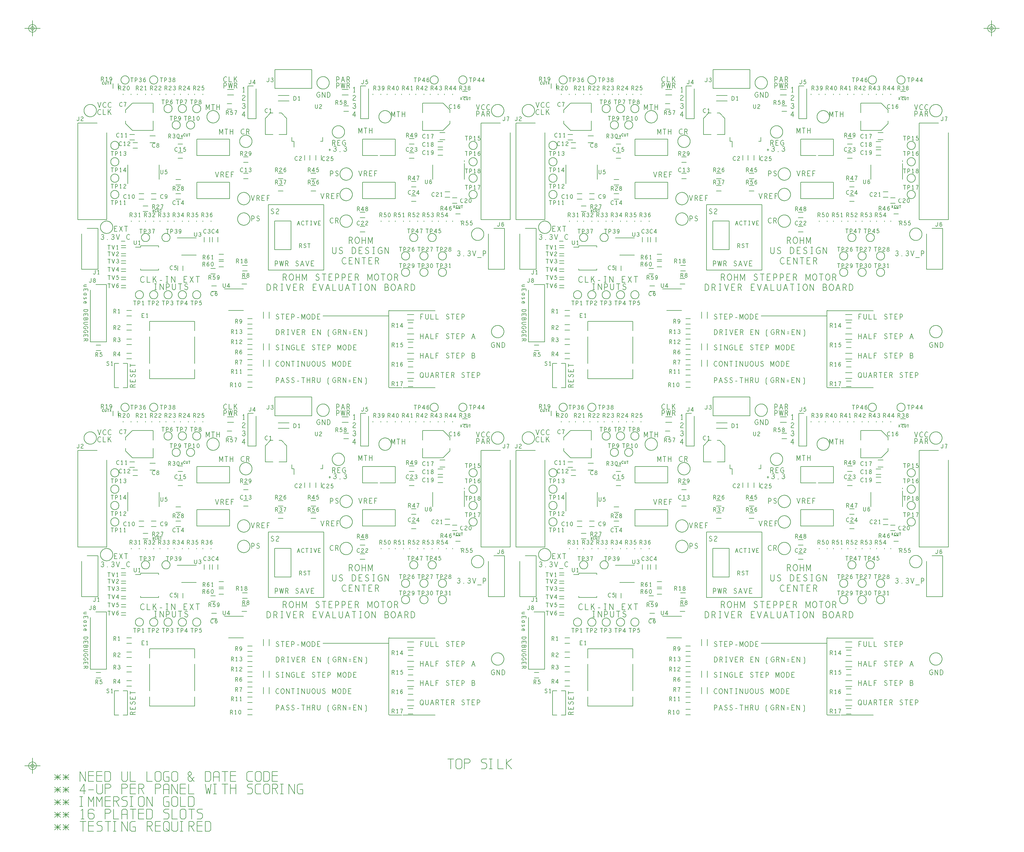
<source format=gbr>
*%FSLAX24Y24*%
%MOIN*%
%IPPOS*%
%ADD10C,0.2X0.158*%
%ADD11C,0.024*%
%ADD12C,0.063*%
%ADD13R,0.063X0.063*%
%ADD14C,0.07*%
%ADD15R,0.07X0.07*%
%ADD16C,0.12*%
%ADD17R,0.0374X0.0516*%
%ADD18C,0.08*%
%ADD19R,0.0516X0.0374*%
%ADD20R,0.0406X0.0744*%
%ADD21R,0.028X0.0146*%
%ADD22R,0.076X0.0189*%
%ADD23C,0.02*%
%ADD24R,0.0839X0.0303*%
%ADD25R,0.2165X0.1142*%
%ADD26R,0.0158X0.0575*%
%ADD27R,0.026X0.0516*%
%ADD28R,0.1638X0.0835*%
%ADD29O,0.11X0.141*%
%ADD30C,0.062*%
%ADD31R,0.0476X0.0697*%
%ADD32C,0.074X0.066*%
%ADD33R,0.0516X0.026*%
%ADD34R,0.0594X0.0161*%
%ADD35C,0.04*%
%ADD36R,0.0516X0.0161*%
%ADD37R,0.0299X0.0535*%
%ADD38R,0.0535X0.0299*%
%ADD39R,0.0303X0.0362*%
%ADD40R,0.061X0.1382*%
%ADD41R,0.0402X0.0406*%
%ADD42R,0.083X0.079*%
%ADD43R,0.016X0.053*%
%ADD44R,0.063X0.075*%
%ADD45R,0.3555X0.3173*%
%ADD46R,0.0362X0.0697*%
%ADD47C,0.01*%
%ADD48C,0.02*%
%ADD49C,0.03*%
%ADD50C,0.05*%
%ADD51C,0.015*%
%ADD52C,0.025*%
%ADD53C,0.016*%
%ADD54C,0.018*%
%ADD55C,0.075*%
%ADD56C,0.1*%
%ADD57C,0.007*%
%ADD58C,0.008*%
%ADD59C,0.039*%
%ADD60C,0.22*%
%ADD61C,0.036*%
%AMD62*
1,1,0.09,0.0,0.0*
1,0,0.07,0.0,0.0*
20,0,0.015,0.0337,-0.0337,-0.0337,0.0337,0.0*
20,0,0.015,-0.0337,-0.0337,0.0337,0.0337,0.0*%
%ADD62D62*%
G04:---LTIenv:A062:5,0.09,0.015,0.07,4,45.0 *
%ADD63C,0.04*%
%AMD64*
1,1,0.082,0.0,0.0*
1,0,0.062,0.0,0.0*
20,0,0.015,0.0308,-0.0308,-0.0308,0.0308,0.0*
20,0,0.015,-0.0308,-0.0308,0.0308,0.0308,0.0*%
%ADD64D64*%
G04:---LTIenv:A064:5,0.082,0.015,0.062,4,45.0 *
%ADD65C,0.15*%
%ADD66C,0.05*%
%ADD67R,0.25X0.25*%
%ADD68C,0.1*%
%AMD69*
1,1,0.1,0.0,0.0*
1,0,0.0875,0.0,0.0*
1,1,0.05,0.0,0.0*
1,0,0.0375,0.0,0.0*
20,1,0.0062,0.0,-0.0969,0.0,0.0969,0.0*
20,1,0.0062,-0.0969,0.0,0.0969,0.0,0.0*%
%ADD69D69*%
G04:---LTIenv:A069:6,0.2,6 *
%ADD100C,0.04*%
%ADD101C,0.062*%
%ADD104C,0.02*%
%ADD105C,0.01*%
%ADD106C,0.02*%
%ADD107C,0.03*%
%ADD108C,0.05*%
%ADD109C,0.1*%
%ADD110C,0.026*%
%ADD117C,0.026*%
%ADD118R,0.042X0.076*%
%ADD119R,0.362X0.323*%
%ADD120C,0.08*%
%ADD121C,0.056*%
%ADD122C,0.085*%
%ADD123C,0.078*%
%ADD124C,0.094*%
%AMD125*
1,1,0.084,0.0,0.0*
1,0,0.064,0.0,0.0*
20,0,0.015,0.0315,-0.0315,-0.0315,0.0315,0.0*
20,0,0.015,-0.0315,-0.0315,0.0315,0.0315,0.0*%
%ADD125D125*%
G04:---LTIenv:A125:5,0.084,0.015,0.064,4,45.0 *
%ADD126O,0.125X0.154*%
%ADD127R,0.069X0.081*%
%ADD128C,0.135*%
%ADD131C,0.068*%
%ADD132C,0.046*%
%ADD135C,0.126*%
%ADD136R,0.076X0.076*%
%ADD137C,0.076*%
%ADD138R,0.069X0.069*%
%ADD139C,0.069*%
%ADD140C,0.03*%
%ADD141C,0.206*%
%ADD142R,0.02X0.057*%
%ADD143R,0.089X0.085*%
%ADD144R,0.046X0.047*%
%ADD145R,0.067X0.144*%
%ADD146R,0.036X0.042*%
%ADD147R,0.06X0.036*%
%ADD148R,0.036X0.06*%
%ADD149R,0.056X0.02*%
%ADD150C,0.046*%
%ADD151R,0.063X0.02*%
%ADD152R,0.058X0.032*%
%ADD153C,0.08*%
%ADD154R,0.054X0.076*%
%ADD155C,0.068*%
%ADD156O,0.116X0.147*%
%ADD157R,0.17X0.09*%
%ADD158R,0.032X0.058*%
%ADD159R,0.02X0.062*%
%ADD160R,0.223X0.12*%
%ADD161R,0.087X0.0325*%
%ADD162R,0.078X0.02*%
%ADD163R,0.034X0.021*%
%ADD164R,0.047X0.08*%
%ADD165R,0.058X0.043*%
%ADD166C,0.086*%
%ADD167R,0.043X0.058*%
%ADD168C,0.126*%
%ADD169R,0.076X0.076*%
%ADD170C,0.076*%
%ADD171R,0.069X0.069*%
%ADD172C,0.069*%
%ADD173C,0.03*%
%ADD174C,0.206*%
%ADD200C,0.002*%
%ADD901C,0.01*%
G04:---LTIenv:A901:15,0.01,1 *
%ADD902C,0.013*%
G04:---LTIenv:A902:15,0.013,2 *
%ADD903C,0.028*%
G04:---LTIenv:A903:15,0.028,3 *
%ADD904C,0.042*%
G04:---LTIenv:A904:15,0.042,4 *
%ADD905C,0.044*%
G04:---LTIenv:A905:15,0.044,5 *
%ADD906C,0.05*%
G04:---LTIenv:A906:15,0.05,6 *
%ADD907C,0.067*%
G04:---LTIenv:A907:15,0.067,7 *
%ADD908C,0.064*%
G04:---LTIenv:A908:15,0.064,8 *
%ADD909C,0.156*%
G04:---LTIenv:A909:15,0.156,9 *
%ADD910C,0.07*%
G04:---LTIenv:A910:15,0.07,10 *
%ADD911C,0.125*%
G04:---LTIenv:A911:15,0.125,11 *

%LPD*%
D57*X17250Y44750D2*Y45878D1*Y46622D2*Y49878D1*Y50622D2*Y51750D1*X11750Y44750D2*Y45878D1*Y46622D2*Y49878D1*Y50622D2*Y51750D1*X41000Y43650D2*X42556D1*X42694D2*X46600D1*X50179Y69114D2*Y71034D1*Y71274D2*Y71417D1*X37750Y72000D2*X39619D1*X39881D2*X41750D1*X50001Y66710D2*X50004Y66708D1*X49871Y66750D2*X49892D1*X50294Y72500D2*X50517D1*X41257Y76750D2*Y76776D1*X41255Y76803*X41253Y76829*X41250Y76855*X41245Y76881*X41240Y76907*X41235Y76933*X41228Y76959*X41220Y76984*X41211Y77009*X41202Y77034*X41192Y77058*X41180Y77082*X41168Y77105*X41156Y77128*X41142Y77151*X41128Y77173*X41112Y77195*X41097Y77216*X41080Y77237*X41063Y77257*X41045Y77276*X41026Y77295*X41007Y77313*X40987Y77330*X40966Y77347*X40945Y77362*X40923Y77378*X40901Y77392*X40878Y77406*X40855Y77418*X40832Y77430*X40808Y77442*X40784Y77452*X40759Y77461*X40734Y77470*X40709Y77478*X40683Y77485*X40657Y77490*X40631Y77495*X40605Y77500*X40579Y77503*X40553Y77505*X40526Y77507*X40500*X40474*X40447Y77505*X40421Y77503*X40395Y77500*X40369Y77495*X40343Y77490*X40317Y77485*X40291Y77478*X40266Y77470*X40241Y77461*X40216Y77452*X40192Y77442*X40168Y77430*X40145Y77418*X40122Y77406*X40099Y77392*X40077Y77378*X40055Y77362*X40034Y77347*X40013Y77330*X39993Y77313*X39974Y77295*X39955Y77276*X39937Y77257*X39920Y77237*X39903Y77216*X39888Y77195*X39872Y77173*X39858Y77151*X39844Y77128*X39832Y77105*X39820Y77082*X39808Y77058*X39798Y77034*X39789Y77009*X39780Y76984*X39772Y76959*X39765Y76933*X39760Y76907*X39755Y76881*X39750Y76855*X39747Y76829*X39745Y76803*X39743Y76776*Y76750*Y76724*X39745Y76697*X39747Y76671*X39750Y76645*X39755Y76619*X39760Y76593*X39765Y76567*X39772Y76541*X39780Y76516*X39789Y76491*X39798Y76466*X39808Y76442*X39820Y76418*X39832Y76395*X39844Y76372*X39858Y76349*X39872Y76327*X39888Y76305*X39903Y76284*X39920Y76263*X39937Y76243*X39955Y76224*X39974Y76205*X39993Y76187*X40013Y76170*X40034Y76153*X40055Y76138*X40077Y76122*X40099Y76108*X40122Y76094*X40145Y76082*X40168Y76070*X40192Y76058*X40216Y76048*X40241Y76039*X40266Y76030*X40291Y76022*X40317Y76015*X40343Y76010*X40369Y76005*X40395Y76000*X40421Y75997*X40447Y75995*X40474Y75993*X40500*X40526*X40553Y75995*X40579Y75997*X40605Y76000*X40631Y76005*X40657Y76010*X40683Y76015*X40709Y76022*X40734Y76030*X40759Y76039*X40784Y76048*X40808Y76058*X40832Y76070*X40855Y76082*X40878Y76094*X40901Y76108*X40923Y76122*X40945Y76138*X40966Y76153*X40987Y76170*X41007Y76187*X41026Y76205*X41045Y76224*X41063Y76243*X41080Y76263*X41097Y76284*X41112Y76305*X41128Y76327*X41142Y76349*X41156Y76372*X41168Y76395*X41180Y76418*X41192Y76442*X41202Y76466*X41211Y76491*X41220Y76516*X41228Y76541*X41235Y76567*X41240Y76593*X41245Y76619*X41250Y76645*X41253Y76671*X41255Y76697*X41257Y76724*Y76750*X42500Y59750D2*Y59733D1*X42501Y59715*X42503Y59698*X42505Y59680*X42508Y59663*X42511Y59646*X42515Y59629*X42519Y59612*X42524Y59595*X42530Y59579*X42536Y59563*X42543Y59547*X42551Y59531*X42559Y59515*X42567Y59500*X42576Y59485*X42585Y59470*X42595Y59456*X42606Y59442*X42617Y59429*X42628Y59415*X42640Y59403*X42653Y59390*X42665Y59378*X42679Y59367*X42692Y59356*X42706Y59345*X42720Y59335*X42735Y59326*X42750Y59317*X42765Y59309*X42781Y59301*X42797Y59293*X42813Y59286*X42829Y59280*X42845Y59274*X42862Y59269*X42879Y59265*X42896Y59261*X42913Y59258*X42930Y59255*X42948Y59253*X42965Y59251*X42983Y59250*X43000*X43017*X43035Y59251*X43052Y59253*X43070Y59255*X43087Y59258*X43104Y59261*X43121Y59265*X43138Y59269*X43155Y59274*X43171Y59280*X43187Y59286*X43203Y59293*X43219Y59301*X43235Y59309*X43250Y59317*X43265Y59326*X43280Y59335*X43294Y59345*X43308Y59356*X43321Y59367*X43335Y59378*X43347Y59390*X43360Y59403*X43372Y59415*X43383Y59429*X43394Y59442*X43405Y59456*X43415Y59470*X43424Y59485*X43433Y59500*X43441Y59515*X43449Y59531*X43457Y59547*X43464Y59563*X43470Y59579*X43476Y59595*X43481Y59612*X43485Y59629*X43489Y59646*X43492Y59663*X43495Y59680*X43497Y59698*X43499Y59715*X43500Y59733*Y59750*X44750D2*Y59733D1*X44751Y59715*X44753Y59698*X44755Y59680*X44758Y59663*X44761Y59646*X44765Y59629*X44769Y59612*X44774Y59595*X44780Y59579*X44786Y59563*X44793Y59547*X44801Y59531*X44809Y59515*X44817Y59500*X44826Y59485*X44835Y59470*X44845Y59456*X44856Y59442*X44867Y59429*X44878Y59415*X44890Y59403*X44903Y59390*X44915Y59378*X44929Y59367*X44942Y59356*X44956Y59345*X44970Y59335*X44985Y59326*X45000Y59317*X45015Y59309*X45031Y59301*X45047Y59293*X45063Y59286*X45079Y59280*X45095Y59274*X45112Y59269*X45129Y59265*X45146Y59261*X45163Y59258*X45180Y59255*X45198Y59253*X45215Y59251*X45233Y59250*X45250*X43500Y57750D2*Y57767D1*X43499Y57785*X43497Y57802*X43495Y57820*X43492Y57837*X43489Y57854*X43485Y57871*X43481Y57888*X43476Y57905*X43470Y57921*X43464Y57937*X43457Y57953*X43449Y57969*X43441Y57985*X43433Y58000*X43424Y58015*X43415Y58030*X43405Y58044*X43394Y58058*X43383Y58071*X43372Y58085*X43360Y58097*X43347Y58110*X43335Y58122*X43321Y58133*X43308Y58144*X43294Y58155*X43280Y58165*X43265Y58174*X43250Y58183*X43235Y58191*X43219Y58199*X43203Y58207*X43187Y58214*X43171Y58220*X43155Y58226*X43138Y58231*X43121Y58235*X43104Y58239*X43087Y58242*X43070Y58245*X43052Y58247*X43035Y58249*X43017Y58250*X43000*X42983*X42965Y58249*X42948Y58247*X42930Y58245*X42913Y58242*X42896Y58239*X42879Y58235*X42862Y58231*X42845Y58226*X42829Y58220*X42813Y58214*X42797Y58207*X42781Y58199*X42765Y58191*X42750Y58183*X42735Y58174*X42720Y58165*X42706Y58155*X42692Y58144*X42679Y58133*X42665Y58122*X42653Y58110*X42640Y58097*X42628Y58085*X42617Y58071*X42606Y58058*X42595Y58044*X42585Y58030*X42576Y58015*X42567Y58000*X42559Y57985*X42551Y57969*X42543Y57953*X42536Y57937*X42530Y57921*X42524Y57905*X42519Y57888*X42515Y57871*X42511Y57854*X42508Y57837*X42505Y57820*X42503Y57802*X42501Y57785*X42500Y57767*Y57750*Y57733*X42501Y57715*X42503Y57698*X42505Y57680*X42508Y57663*X42511Y57646*X42515Y57629*X42519Y57612*X42524Y57595*X42530Y57579*X42536Y57563*X42543Y57547*X42551Y57531*X42559Y57515*X42567Y57500*X42576Y57485*X42585Y57470*X42595Y57456*X42606Y57442*X42617Y57429*X42628Y57415*X42640Y57403*X42653Y57390*X42665Y57378*X42679Y57367*X42692Y57356*X42706Y57345*X42720Y57335*X42735Y57326*X42750Y57317*X42765Y57309*X42781Y57301*X42797Y57293*X42813Y57286*X42829Y57280*X42845Y57274*X42862Y57269*X42879Y57265*X42896Y57261*X42913Y57258*X42930Y57255*X42948Y57253*X42965Y57251*X42983Y57250*X43000*X43017*X43035Y57251*X43052Y57253*X43070Y57255*X43087Y57258*X43104Y57261*X43121Y57265*X43138Y57269*X43155Y57274*X43171Y57280*X43187Y57286*X43203Y57293*X43219Y57301*X43235Y57309*X43250Y57317*X43265Y57326*X43280Y57335*X43294Y57345*X43308Y57356*X43321Y57367*X43335Y57378*X43347Y57390*X43360Y57403*X43372Y57415*X43383Y57429*X43394Y57442*X43405Y57456*X43415Y57470*X43424Y57485*X43433Y57500*X43441Y57515*X43449Y57531*X43457Y57547*X43464Y57563*X43470Y57579*X43476Y57595*X43481Y57612*X43485Y57629*X43489Y57646*X43492Y57663*X43495Y57680*X43497Y57698*X43499Y57715*X43500Y57733*Y57750*X45250Y58250D2*X45233D1*X45215Y58249*X45198Y58247*X45180Y58245*X45163Y58242*X45146Y58239*X45129Y58235*X45112Y58231*X45095Y58226*X45079Y58220*X45063Y58214*X45047Y58207*X45031Y58199*X45015Y58191*X45000Y58183*X44985Y58174*X44970Y58165*X44956Y58155*X44942Y58144*X44929Y58133*X44915Y58122*X44903Y58110*X44890Y58097*X44878Y58085*X44867Y58071*X44856Y58058*X44845Y58044*X44835Y58030*X44826Y58015*X44817Y58000*X44809Y57985*X44801Y57969*X44793Y57953*X44786Y57937*X44780Y57921*X44774Y57905*X44769Y57888*X44765Y57871*X44761Y57854*X44758Y57837*X44755Y57820*X44753Y57802*X44751Y57785*X44750Y57767*Y57750*Y57733*X44751Y57715*X44753Y57698*X44755Y57680*X44758Y57663*X44761Y57646*X44765Y57629*X44769Y57612*X44774Y57595*X44780Y57579*X44786Y57563*X44793Y57547*X44801Y57531*X44809Y57515*X44817Y57500*X44826Y57485*X44835Y57470*X44845Y57456*X44856Y57442*X44867Y57429*X44878Y57415*X44890Y57403*X44903Y57390*X44915Y57378*X44929Y57367*X44942Y57356*X44956Y57345*X44970Y57335*X44985Y57326*X45000Y57317*X45015Y57309*X45031Y57301*X45047Y57293*X45063Y57286*X45079Y57280*X45095Y57274*X45112Y57269*X45129Y57265*X45146Y57261*X45163Y57258*X45180Y57255*X45198Y57253*X45215Y57251*X45233Y57250*X45250*X43500Y59750D2*Y59767D1*X43499Y59785*X43497Y59802*X43495Y59820*X43492Y59837*X43489Y59854*X43485Y59871*X43481Y59888*X43476Y59905*X43470Y59921*X43464Y59937*X43457Y59953*X43449Y59969*X43441Y59985*X43433Y60000*X43424Y60015*X43415Y60030*X43405Y60044*X43394Y60058*X43383Y60071*X43372Y60085*X43360Y60097*X43347Y60110*X43335Y60122*X43321Y60133*X43308Y60144*X43294Y60155*X43280Y60165*X43265Y60174*X43250Y60183*X43235Y60191*X43219Y60199*X43203Y60207*X43187Y60214*X43171Y60220*X43155Y60226*X43138Y60231*X43121Y60235*X43104Y60239*X43087Y60242*X43070Y60245*X43052Y60247*X43035Y60249*X43017Y60250*X43000*X42983*X42965Y60249*X42948Y60247*X42930Y60245*X42913Y60242*X42896Y60239*X42879Y60235*X42862Y60231*X42845Y60226*X42829Y60220*X42813Y60214*X42797Y60207*X42781Y60199*X42765Y60191*X42750Y60183*X42735Y60174*X42720Y60165*X42706Y60155*X42692Y60144*X42679Y60133*X42665Y60122*X42653Y60110*X42640Y60097*X42628Y60085*X42617Y60071*X42606Y60058*X42595Y60044*X42585Y60030*X42576Y60015*X42567Y60000*X42559Y59985*X42551Y59969*X42543Y59953*X42536Y59937*X42530Y59921*X42524Y59905*X42519Y59888*X42515Y59871*X42511Y59854*X42508Y59837*X42505Y59820*X42503Y59802*X42501Y59785*X42500Y59767*Y59750*X45250Y60250D2*X45233D1*X45215Y60249*X45198Y60247*X45180Y60245*X45163Y60242*X45146Y60239*X45129Y60235*X45112Y60231*X45095Y60226*X45079Y60220*X45063Y60214*X45047Y60207*X45031Y60199*X45015Y60191*X45000Y60183*X44985Y60174*X44970Y60165*X44956Y60155*X44942Y60144*X44929Y60133*X44915Y60122*X44903Y60110*X44890Y60097*X44878Y60085*X44867Y60071*X44856Y60058*X44845Y60044*X44835Y60030*X44826Y60015*X44817Y60000*X44809Y59985*X44801Y59969*X44793Y59953*X44786Y59937*X44780Y59921*X44774Y59905*X44769Y59888*X44765Y59871*X44761Y59854*X44758Y59837*X44755Y59820*X44753Y59802*X44751Y59785*X44750Y59767*Y59750*X44500Y62000D2*Y62017D1*X44499Y62035*X44497Y62052*X44495Y62070*X44492Y62087*X44489Y62104*X44485Y62121*X44481Y62138*X44476Y62155*X44470Y62171*X44464Y62187*X44457Y62203*X44449Y62219*X44441Y62235*X44433Y62250*X44424Y62265*X44415Y62280*X44405Y62294*X44394Y62308*X44383Y62321*X44372Y62335*X44360Y62347*X44347Y62360*X44335Y62372*X44321Y62383*X44308Y62394*X44294Y62405*X44280Y62415*X44265Y62424*X44250Y62433*X44235Y62441*X44219Y62449*X44203Y62457*X44187Y62464*X44171Y62470*X44155Y62476*X44138Y62481*X44121Y62485*X44104Y62489*X44087Y62492*X44070Y62495*X44052Y62497*X44035Y62499*X44017Y62500*X44000*X43983*X43965Y62499*X43948Y62497*X43930Y62495*X43913Y62492*X43896Y62489*X43879Y62485*X43862Y62481*X43845Y62476*X43829Y62470*X43813Y62464*X43797Y62457*X43781Y62449*X43765Y62441*X43750Y62433*X43735Y62424*X43720Y62415*X43706Y62405*X43692Y62394*X43679Y62383*X43665Y62372*X43653Y62360*X43640Y62347*X43628Y62335*X43617Y62321*X43606Y62308*X43595Y62294*X43585Y62280*X43576Y62265*X43567Y62250*X43559Y62235*X43551Y62219*X43543Y62203*X43536Y62187*X43530Y62171*X43524Y62155*X43519Y62138*X43515Y62121*X43511Y62104*X43508Y62087*X43505Y62070*X43503Y62052*X43501Y62035*X43500Y62017*Y62000*Y61983*X43501Y61965*X43503Y61948*X43505Y61930*X43508Y61913*X43511Y61896*X43515Y61879*X43519Y61862*X43524Y61845*X43530Y61829*X43536Y61813*X43543Y61797*X43551Y61781*X43559Y61765*X43567Y61750*X43576Y61735*X43585Y61720*X43595Y61706*X43606Y61692*X43617Y61679*X43628Y61665*X43640Y61653*X43653Y61640*X43665Y61628*X43679Y61617*X43692Y61606*X43706Y61595*X43720Y61585*X43735Y61576*X43750Y61567*X43765Y61559*X43781Y61551*X43797Y61543*X43813Y61536*X43829Y61530*X43845Y61524*X43862Y61519*X43879Y61515*X43896Y61511*X43913Y61508*X43930Y61505*X43948Y61503*X43965Y61501*X43983Y61500*X44000*X44017*X44035Y61501*X44052Y61503*X44070Y61505*X44087Y61508*X44104Y61511*X44121Y61515*X44138Y61519*X44155Y61524*X44171Y61530*X44187Y61536*X44203Y61543*X44219Y61551*X44235Y61559*X44250Y61567*X44265Y61576*X44280Y61585*X44294Y61595*X44308Y61606*X44321Y61617*X44335Y61628*X44347Y61640*X44360Y61653*X44372Y61665*X44383Y61679*X44394Y61692*X44405Y61706*X44415Y61720*X44424Y61735*X44433Y61750*X44441Y61765*X44449Y61781*X44457Y61797*X44464Y61813*X44470Y61829*X44476Y61845*X44481Y61862*X44485Y61879*X44489Y61896*X44492Y61913*X44495Y61930*X44497Y61948*X44499Y61965*X44500Y61983*Y62000*X45250Y59250D2*X45267D1*X45285Y59251*X45302Y59253*X45320Y59255*X45337Y59258*X45354Y59261*X45371Y59265*X45388Y59269*X45405Y59274*X45421Y59280*X45437Y59286*X45453Y59293*X45469Y59301*X45485Y59309*X45500Y59317*X45515Y59326*X45530Y59335*X45544Y59345*X45558Y59356*X45571Y59367*X45585Y59378*X45597Y59390*X45610Y59403*X45622Y59415*X45633Y59429*X45644Y59442*X45655Y59456*X45665Y59470*X45674Y59485*X45683Y59500*X45691Y59515*X45699Y59531*X45707Y59547*X45714Y59563*X45720Y59579*X45726Y59595*X45731Y59612*X45735Y59629*X45739Y59646*X45742Y59663*X45745Y59680*X45747Y59698*X45749Y59715*X45750Y59733*Y59750*X47000D2*Y59733D1*X47001Y59715*X47003Y59698*X47005Y59680*X47008Y59663*X47011Y59646*X47015Y59629*X47019Y59612*X47024Y59595*X47030Y59579*X47036Y59563*X47043Y59547*X47051Y59531*X47059Y59515*X47067Y59500*X47076Y59485*X47085Y59470*X47095Y59456*X47106Y59442*X47117Y59429*X47128Y59415*X47140Y59403*X47153Y59390*X47165Y59378*X47179Y59367*X47192Y59356*X47206Y59345*X47220Y59335*X47235Y59326*X47250Y59317*X47265Y59309*X47281Y59301*X47297Y59293*X47313Y59286*X47329Y59280*X47345Y59274*X47362Y59269*X47379Y59265*X47396Y59261*X47413Y59258*X47430Y59255*X47448Y59253*X47465Y59251*X47483Y59250*X47500*X47517*X47535Y59251*X47552Y59253*X47570Y59255*X47587Y59258*X47604Y59261*X47621Y59265*X47638Y59269*X47655Y59274*X47671Y59280*X47687Y59286*X47703Y59293*X47719Y59301*X47735Y59309*X47750Y59317*X47765Y59326*X47780Y59335*X47794Y59345*X47808Y59356*X47821Y59367*X47835Y59378*X47847Y59390*X47860Y59403*X47872Y59415*X47883Y59429*X47894Y59442*X47905Y59456*X47915Y59470*X47924Y59485*X47933Y59500*X47941Y59515*X47949Y59531*X47957Y59547*X47964Y59563*X47970Y59579*X47976Y59595*X47981Y59612*X47985Y59629*X47989Y59646*X47992Y59663*X47995Y59680*X47997Y59698*X47999Y59715*X48000Y59733*Y59750*X45750Y57750D2*Y57767D1*X45749Y57785*X45747Y57802*X45745Y57820*X45742Y57837*X45739Y57854*X45735Y57871*X45731Y57888*X45726Y57905*X45720Y57921*X45714Y57937*X45707Y57953*X45699Y57969*X45691Y57985*X45683Y58000*X45674Y58015*X45665Y58030*X45655Y58044*X45644Y58058*X45633Y58071*X45622Y58085*X45610Y58097*X45597Y58110*X45585Y58122*X45571Y58133*X45558Y58144*X45544Y58155*X45530Y58165*X45515Y58174*X45500Y58183*X45485Y58191*X45469Y58199*X45453Y58207*X45437Y58214*X45421Y58220*X45405Y58226*X45388Y58231*X45371Y58235*X45354Y58239*X45337Y58242*X45320Y58245*X45302Y58247*X45285Y58249*X45267Y58250*X45250*Y57250D2*X45267D1*X45285Y57251*X45302Y57253*X45320Y57255*X45337Y57258*X45354Y57261*X45371Y57265*X45388Y57269*X45405Y57274*X45421Y57280*X45437Y57286*X45453Y57293*X45469Y57301*X45485Y57309*X45500Y57317*X45515Y57326*X45530Y57335*X45544Y57345*X45558Y57356*X45571Y57367*X45585Y57378*X45597Y57390*X45610Y57403*X45622Y57415*X45633Y57429*X45644Y57442*X45655Y57456*X45665Y57470*X45674Y57485*X45683Y57500*X45691Y57515*X45699Y57531*X45707Y57547*X45714Y57563*X45720Y57579*X45726Y57595*X45731Y57612*X45735Y57629*X45739Y57646*X45742Y57663*X45745Y57680*X45747Y57698*X45749Y57715*X45750Y57733*Y57750*X48000D2*Y57767D1*X47999Y57785*X47997Y57802*X47995Y57820*X47992Y57837*X47989Y57854*X47985Y57871*X47981Y57888*X47976Y57905*X47970Y57921*X47964Y57937*X47957Y57953*X47949Y57969*X47941Y57985*X47933Y58000*X47924Y58015*X47915Y58030*X47905Y58044*X47894Y58058*X47883Y58071*X47872Y58085*X47860Y58097*X47847Y58110*X47835Y58122*X47821Y58133*X47808Y58144*X47794Y58155*X47780Y58165*X47765Y58174*X47750Y58183*X47735Y58191*X47719Y58199*X47703Y58207*X47687Y58214*X47671Y58220*X47655Y58226*X47638Y58231*X47621Y58235*X47604Y58239*X47587Y58242*X47570Y58245*X47552Y58247*X47535Y58249*X47517Y58250*X47500*X47483*X47465Y58249*X47448Y58247*X47430Y58245*X47413Y58242*X47396Y58239*X47379Y58235*X47362Y58231*X47345Y58226*X47329Y58220*X47313Y58214*X47297Y58207*X47281Y58199*X47265Y58191*X47250Y58183*X47235Y58174*X47220Y58165*X47206Y58155*X47192Y58144*X47179Y58133*X47165Y58122*X47153Y58110*X47140Y58097*X47128Y58085*X47117Y58071*X47106Y58058*X47095Y58044*X47085Y58030*X47076Y58015*X47067Y58000*X47059Y57985*X47051Y57969*X47043Y57953*X47036Y57937*X47030Y57921*X47024Y57905*X47019Y57888*X47015Y57871*X47011Y57854*X47008Y57837*X47005Y57820*X47003Y57802*X47001Y57785*X47000Y57767*Y57750*Y57733*X47001Y57715*X47003Y57698*X47005Y57680*X47008Y57663*X47011Y57646*X47015Y57629*X47019Y57612*X47024Y57595*X47030Y57579*X47036Y57563*X47043Y57547*X47051Y57531*X47059Y57515*X47067Y57500*X47076Y57485*X47085Y57470*X47095Y57456*X47106Y57442*X47117Y57429*X47128Y57415*X47140Y57403*X47153Y57390*X47165Y57378*X47179Y57367*X47192Y57356*X47206Y57345*X47220Y57335*X47235Y57326*X47250Y57317*X47265Y57309*X47281Y57301*X47297Y57293*X47313Y57286*X47329Y57280*X47345Y57274*X47362Y57269*X47379Y57265*X47396Y57261*X47413Y57258*X47430Y57255*X47448Y57253*X47465Y57251*X47483Y57250*X47500*X47517*X47535Y57251*X47552Y57253*X47570Y57255*X47587Y57258*X47604Y57261*X47621Y57265*X47638Y57269*X47655Y57274*X47671Y57280*X47687Y57286*X47703Y57293*X47719Y57301*X47735Y57309*X47750Y57317*X47765Y57326*X47780Y57335*X47794Y57345*X47808Y57356*X47821Y57367*X47835Y57378*X47847Y57390*X47860Y57403*X47872Y57415*X47883Y57429*X47894Y57442*X47905Y57456*X47915Y57470*X47924Y57485*X47933Y57500*X47941Y57515*X47949Y57531*X47957Y57547*X47964Y57563*X47970Y57579*X47976Y57595*X47981Y57612*X47985Y57629*X47989Y57646*X47992Y57663*X47995Y57680*X47997Y57698*X47999Y57715*X48000Y57733*Y57750*X45750Y59750D2*Y59767D1*X45749Y59785*X45747Y59802*X45745Y59820*X45742Y59837*X45739Y59854*X45735Y59871*X45731Y59888*X45726Y59905*X45720Y59921*X45714Y59937*X45707Y59953*X45699Y59969*X45691Y59985*X45683Y60000*X45674Y60015*X45665Y60030*X45655Y60044*X45644Y60058*X45633Y60071*X45622Y60085*X45610Y60097*X45597Y60110*X45585Y60122*X45571Y60133*X45558Y60144*X45544Y60155*X45530Y60165*X45515Y60174*X45500Y60183*X45485Y60191*X45469Y60199*X45453Y60207*X45437Y60214*X45421Y60220*X45405Y60226*X45388Y60231*X45371Y60235*X45354Y60239*X45337Y60242*X45320Y60245*X45302Y60247*X45285Y60249*X45267Y60250*X45250*X48000Y59750D2*Y59767D1*X47999Y59785*X47997Y59802*X47995Y59820*X47992Y59837*X47989Y59854*X47985Y59871*X47981Y59888*X47976Y59905*X47970Y59921*X47964Y59937*X47957Y59953*X47949Y59969*X47941Y59985*X47933Y60000*X47924Y60015*X47915Y60030*X47905Y60044*X47894Y60058*X47883Y60071*X47872Y60085*X47860Y60097*X47847Y60110*X47835Y60122*X47821Y60133*X47808Y60144*X47794Y60155*X47780Y60165*X47765Y60174*X47750Y60183*X47735Y60191*X47719Y60199*X47703Y60207*X47687Y60214*X47671Y60220*X47655Y60226*X47638Y60231*X47621Y60235*X47604Y60239*X47587Y60242*X47570Y60245*X47552Y60247*X47535Y60249*X47517Y60250*X47500*X47483*X47465Y60249*X47448Y60247*X47430Y60245*X47413Y60242*X47396Y60239*X47379Y60235*X47362Y60231*X47345Y60226*X47329Y60220*X47313Y60214*X47297Y60207*X47281Y60199*X47265Y60191*X47250Y60183*X47235Y60174*X47220Y60165*X47206Y60155*X47192Y60144*X47179Y60133*X47165Y60122*X47153Y60110*X47140Y60097*X47128Y60085*X47117Y60071*X47106Y60058*X47095Y60044*X47085Y60030*X47076Y60015*X47067Y60000*X47059Y59985*X47051Y59969*X47043Y59953*X47036Y59937*X47030Y59921*X47024Y59905*X47019Y59888*X47015Y59871*X47011Y59854*X47008Y59837*X47005Y59820*X47003Y59802*X47001Y59785*X47000Y59767*Y59750*X46750Y62000D2*Y62017D1*X46749Y62035*X46747Y62052*X46745Y62070*X46742Y62087*X46739Y62104*X46735Y62121*X46731Y62138*X46726Y62155*X46720Y62171*X46714Y62187*X46707Y62203*X46699Y62219*X46691Y62235*X46683Y62250*X46674Y62265*X46665Y62280*X46655Y62294*X46644Y62308*X46633Y62321*X46622Y62335*X46610Y62347*X46597Y62360*X46585Y62372*X46571Y62383*X46558Y62394*X46544Y62405*X46530Y62415*X46515Y62424*X46500Y62433*X46485Y62441*X46469Y62449*X46453Y62457*X46437Y62464*X46421Y62470*X46405Y62476*X46388Y62481*X46371Y62485*X46354Y62489*X46337Y62492*X46320Y62495*X46302Y62497*X46285Y62499*X46267Y62500*X46250*X46233*X46215Y62499*X46198Y62497*X46180Y62495*X46163Y62492*X46146Y62489*X46129Y62485*X46112Y62481*X46095Y62476*X46079Y62470*X46063Y62464*X46047Y62457*X46031Y62449*X46015Y62441*X46000Y62433*X45985Y62424*X45970Y62415*X45956Y62405*X45942Y62394*X45929Y62383*X45915Y62372*X45903Y62360*X45890Y62347*X45878Y62335*X45867Y62321*X45856Y62308*X45845Y62294*X45835Y62280*X45826Y62265*X45817Y62250*X45809Y62235*X45801Y62219*X45793Y62203*X45786Y62187*X45780Y62171*X45774Y62155*X45769Y62138*X45765Y62121*X45761Y62104*X45758Y62087*X45755Y62070*X45753Y62052*X45751Y62035*X45750Y62017*Y62000*Y61983*X45751Y61965*X45753Y61948*X45755Y61930*X45758Y61913*X45761Y61896*X45765Y61879*X45769Y61862*X45774Y61845*X45780Y61829*X45786Y61813*X45793Y61797*X45801Y61781*X45809Y61765*X45817Y61750*X45826Y61735*X45835Y61720*X45845Y61706*X45856Y61692*X45867Y61679*X45878Y61665*X45890Y61653*X45903Y61640*X45915Y61628*X45929Y61617*X45942Y61606*X45956Y61595*X45970Y61585*X45985Y61576*X46000Y61567*X46015Y61559*X46031Y61551*X46047Y61543*X46063Y61536*X46079Y61530*X46095Y61524*X46112Y61519*X46129Y61515*X46146Y61511*X46163Y61508*X46180Y61505*X46198Y61503*X46215Y61501*X46233Y61500*X46250*X46267*X46285Y61501*X46302Y61503*X46320Y61505*X46337Y61508*X46354Y61511*X46371Y61515*X46388Y61519*X46405Y61524*X46421Y61530*X46437Y61536*X46453Y61543*X46469Y61551*X46485Y61559*X46500Y61567*X46515Y61576*X46530Y61585*X46544Y61595*X46558Y61606*X46571Y61617*X46585Y61628*X46597Y61640*X46610Y61653*X46622Y61665*X46633Y61679*X46644Y61692*X46655Y61706*X46665Y61720*X46674Y61735*X46683Y61750*X46691Y61765*X46699Y61781*X46707Y61797*X46714Y61813*X46720Y61829*X46726Y61845*X46731Y61862*X46735Y61879*X46739Y61896*X46742Y61913*X46745Y61930*X46747Y61948*X46749Y61965*X46750Y61983*Y62000*X46000Y81250D2*Y81233D1*X46001Y81215*X46003Y81198*X46005Y81180*X46008Y81163*X46011Y81146*X46015Y81129*X46019Y81112*X46024Y81095*X46030Y81079*X46036Y81063*X46043Y81047*X46051Y81031*X46059Y81015*X46067Y81000*X46076Y80985*X46085Y80970*X46095Y80956*X46106Y80942*X46117Y80929*X46128Y80915*X46140Y80903*X46153Y80890*X46165Y80878*X46179Y80867*X46192Y80856*X46206Y80845*X46220Y80835*X46235Y80826*X46250Y80817*X46265Y80809*X46281Y80801*X46297Y80793*X46313Y80786*X46329Y80780*X46345Y80774*X46362Y80769*X46379Y80765*X46396Y80761*X46413Y80758*X46430Y80755*X46448Y80753*X46465Y80751*X46483Y80750*X46500*X46517*X46535Y80751*X46552Y80753*X46570Y80755*X46587Y80758*X46604Y80761*X46621Y80765*X46638Y80769*X46655Y80774*X46671Y80780*X46687Y80786*X46703Y80793*X46719Y80801*X46735Y80809*X46750Y80817*X46765Y80826*X46780Y80835*X46794Y80845*X46808Y80856*X46821Y80867*X46835Y80878*X46847Y80890*X46860Y80903*X46872Y80915*X46883Y80929*X46894Y80942*X46905Y80956*X46915Y80970*X46924Y80985*X46933Y81000*X46941Y81015*X46949Y81031*X46957Y81047*X46964Y81063*X46970Y81079*X46976Y81095*X46981Y81112*X46985Y81129*X46989Y81146*X46992Y81163*X46995Y81180*X46997Y81198*X46999Y81215*X47000Y81233*Y81250*Y81267*X46999Y81285*X46997Y81302*X46995Y81320*X46992Y81337*X46989Y81354*X46985Y81371*X46981Y81388*X46976Y81405*X46970Y81421*X46964Y81437*X46957Y81453*X46949Y81469*X46941Y81485*X46933Y81500*X46924Y81515*X46915Y81530*X46905Y81544*X46894Y81558*X46883Y81571*X46872Y81585*X46860Y81597*X46847Y81610*X46835Y81622*X46821Y81633*X46808Y81644*X46794Y81655*X46780Y81665*X46765Y81674*X46750Y81683*X46735Y81691*X46719Y81699*X46703Y81707*X46687Y81714*X46671Y81720*X46655Y81726*X46638Y81731*X46621Y81735*X46604Y81739*X46587Y81742*X46570Y81745*X46552Y81747*X46535Y81749*X46517Y81750*X46500*X46483*X46465Y81749*X46448Y81747*X46430Y81745*X46413Y81742*X46396Y81739*X46379Y81735*X46362Y81731*X46345Y81726*X46329Y81720*X46313Y81714*X46297Y81707*X46281Y81699*X46265Y81691*X46250Y81683*X46235Y81674*X46220Y81665*X46206Y81655*X46192Y81644*X46179Y81633*X46165Y81622*X46153Y81610*X46140Y81597*X46128Y81585*X46117Y81571*X46106Y81558*X46095Y81544*X46085Y81530*X46076Y81515*X46067Y81500*X46059Y81485*X46051Y81469*X46043Y81453*X46036Y81437*X46030Y81421*X46024Y81405*X46019Y81388*X46015Y81371*X46011Y81354*X46008Y81337*X46005Y81320*X46003Y81302*X46001Y81285*X46000Y81267*Y81250*X49500D2*Y81233D1*X49501Y81215*X49503Y81198*X49505Y81180*X49508Y81163*X49511Y81146*X49515Y81129*X49519Y81112*X49524Y81095*X49530Y81079*X49536Y81063*X49543Y81047*X49551Y81031*X49559Y81015*X49567Y81000*X49576Y80985*X49585Y80970*X49595Y80956*X49606Y80942*X49617Y80929*X49628Y80915*X49640Y80903*X49653Y80890*X49665Y80878*X49679Y80867*X49692Y80856*X49706Y80845*X49720Y80835*X49735Y80826*X49750Y80817*X49765Y80809*X49781Y80801*X49797Y80793*X49813Y80786*X49829Y80780*X49845Y80774*X49862Y80769*X49879Y80765*X49896Y80761*X49913Y80758*X49930Y80755*X49948Y80753*X49965Y80751*X49983Y80750*X50000*X50017*X50035Y80751*X50052Y80753*X50070Y80755*X50087Y80758*X50104Y80761*X50121Y80765*X50138Y80769*X50155Y80774*X50171Y80780*X50187Y80786*X50203Y80793*X50219Y80801*X50235Y80809*X50250Y80817*X50265Y80826*X50280Y80835*X50294Y80845*X50308Y80856*X50321Y80867*X50335Y80878*X50347Y80890*X50360Y80903*X50372Y80915*X50383Y80929*X50394Y80942*X50405Y80956*X50415Y80970*X50424Y80985*X50433Y81000*X50441Y81015*X50449Y81031*X50457Y81047*X50464Y81063*X50470Y81079*X50476Y81095*X50481Y81112*X50485Y81129*X50489Y81146*X50492Y81163*X50495Y81180*X50497Y81198*X50499Y81215*X50500Y81233*Y81250*Y81267*X50499Y81285*X50497Y81302*X50495Y81320*X50492Y81337*X50489Y81354*X50485Y81371*X50481Y81388*X50476Y81405*X50470Y81421*X50464Y81437*X50457Y81453*X50449Y81469*X50441Y81485*X50433Y81500*X50424Y81515*X50415Y81530*X50405Y81544*X50394Y81558*X50383Y81571*X50372Y81585*X50360Y81597*X50347Y81610*X50335Y81622*X50321Y81633*X50308Y81644*X50294Y81655*X50280Y81665*X50265Y81674*X50250Y81683*X50235Y81691*X50219Y81699*X50203Y81707*X50187Y81714*X50171Y81720*X50155Y81726*X50138Y81731*X50121Y81735*X50104Y81739*X50087Y81742*X50070Y81745*X50052Y81747*X50035Y81749*X50017Y81750*X50000*X49983*X49965Y81749*X49948Y81747*X49930Y81745*X49913Y81742*X49896Y81739*X49879Y81735*X49862Y81731*X49845Y81726*X49829Y81720*X49813Y81714*X49797Y81707*X49781Y81699*X49765Y81691*X49750Y81683*X49735Y81674*X49720Y81665*X49706Y81655*X49692Y81644*X49679Y81633*X49665Y81622*X49653Y81610*X49640Y81597*X49628Y81585*X49617Y81571*X49606Y81558*X49595Y81544*X49585Y81530*X49576Y81515*X49567Y81500*X49559Y81485*X49551Y81469*X49543Y81453*X49536Y81437*X49530Y81421*X49524Y81405*X49519Y81388*X49515Y81371*X49511Y81354*X49508Y81337*X49505Y81320*X49503Y81302*X49501Y81285*X49500Y81267*Y81250*X51048Y62395D2*Y62369D1*X51050Y62342*X51052Y62316*X51055Y62290*X51059Y62264*X51065Y62238*X51070Y62212*X51077Y62187*X51085Y62161*X51094Y62136*X51103Y62112*X51113Y62087*X51124Y62063*X51136Y62040*X51149Y62017*X51163Y61994*X51177Y61972*X51192Y61950*X51208Y61929*X51225Y61909*X51242Y61889*X51260Y61869*X51279Y61851*X51298Y61833*X51318Y61815*X51338Y61799*X51360Y61783*X51381Y61768*X51403Y61753*X51426Y61740*X51449Y61727*X51473Y61715*X51496Y61704*X51521Y61693*X51545Y61684*X51570Y61675*X51596Y61668*X51621Y61661*X51647Y61655*X51673Y61650*X51699Y61645*X51725Y61642*X51751Y61640*X51778Y61638*X51804*X51830*X51857Y61640*X51883Y61642*X51909Y61645*X51935Y61650*X51961Y61655*X51987Y61660*X52013Y61667*X52038Y61675*X52063Y61684*X52088Y61693*X52112Y61703*X52136Y61715*X52159Y61727*X52182Y61739*X52205Y61753*X52227Y61767*X52249Y61783*X52270Y61798*X52291Y61815*X52311Y61832*X52330Y61850*X52349Y61869*X52367Y61888*X52384Y61908*X52401Y61929*X52416Y61950*X52432Y61972*X52446Y61994*X52460Y62017*X52472Y62040*X52484Y62063*X52496Y62087*X52506Y62111*X52515Y62136*X52524Y62161*X52532Y62186*X52539Y62212*X52544Y62238*X52549Y62264*X52554Y62290*X52557Y62316*X52559Y62342*X52561Y62369*Y62395*Y62421*X52559Y62448*X52557Y62474*X52554Y62500*X52549Y62526*X52544Y62552*X52539Y62578*X52532Y62604*X52524Y62629*X52515Y62654*X52506Y62679*X52496Y62703*X52484Y62727*X52472Y62750*X52460Y62773*X52446Y62796*X52432Y62818*X52416Y62840*X52401Y62861*X52384Y62882*X52367Y62902*X52349Y62921*X52330Y62940*X52311Y62958*X52291Y62975*X52270Y62992*X52249Y63007*X52227Y63023*X52205Y63037*X52182Y63051*X52159Y63063*X52136Y63075*X52112Y63087*X52088Y63097*X52063Y63106*X52038Y63115*X52013Y63123*X51987Y63130*X51961Y63135*X51935Y63140*X51909Y63145*X51883Y63148*X51857Y63150*X51830Y63152*X51804Y63151*X51778*X51751Y63149*X51725Y63147*X51699Y63144*X51673Y63140*X51647Y63134*X51621Y63129*X51596Y63122*X51570Y63114*X51545Y63105*X51521Y63096*X51496Y63086*X51472Y63075*X51449Y63063*X51426Y63050*X51403Y63036*X51381Y63022*X51359Y63007*X51338Y62991*X51318Y62974*X51298Y62957*X51278Y62939*X51260Y62920*X51242Y62901*X51224Y62881*X51208Y62861*X51192Y62839*X51177Y62818*X51162Y62796*X51149Y62773*X51136Y62750*X51124Y62726*X51113Y62703*X51102Y62678*X51093Y62654*X51084Y62629*X51077Y62603*X51070Y62578*X51064Y62552*X51059Y62526*X51054Y62500*X51051Y62474*X51049Y62448*X51047Y62421*X51048Y62395*X51750Y67250D2*Y67267D1*X51749Y67285*X51747Y67302*X51745Y67320*X51742Y67337*X51739Y67354*X51735Y67371*X51731Y67388*X51726Y67405*X51720Y67421*X51714Y67437*X51707Y67453*X51699Y67469*X51691Y67485*X51683Y67500*X51674Y67515*X51665Y67530*X51655Y67544*X51644Y67558*X51633Y67571*X51622Y67585*X51610Y67597*X51597Y67610*X51585Y67622*X51571Y67633*X51558Y67644*X51544Y67655*X51530Y67665*X51515Y67674*X51500Y67683*X51485Y67691*X51469Y67699*X51453Y67707*X51437Y67714*X51421Y67720*X51405Y67726*X51388Y67731*X51371Y67735*X51354Y67739*X51337Y67742*X51320Y67745*X51302Y67747*X51285Y67749*X51267Y67750*X51250*X51233*X51215Y67749*X51198Y67747*X51180Y67745*X51163Y67742*X51146Y67739*X51129Y67735*X51112Y67731*X51095Y67726*X51079Y67720*X51063Y67714*X51047Y67707*X51031Y67699*X51015Y67691*X51000Y67683*X50985Y67674*X50970Y67665*X50956Y67655*X50942Y67644*X50929Y67633*X50915Y67622*X50903Y67610*X50890Y67597*X50878Y67585*X50867Y67571*X50856Y67558*X50845Y67544*X50835Y67530*X50826Y67515*X50817Y67500*X50809Y67485*X50801Y67469*X50793Y67453*X50786Y67437*X50780Y67421*X50774Y67405*X50769Y67388*X50765Y67371*X50761Y67354*X50758Y67337*X50755Y67320*X50753Y67302*X50751Y67285*X50750Y67267*Y67250*Y67233*X50751Y67215*X50753Y67198*X50755Y67180*X50758Y67163*X50761Y67146*X50765Y67129*X50769Y67112*X50774Y67095*X50780Y67079*X50786Y67063*X50793Y67047*X50801Y67031*X50809Y67015*X50817Y67000*X50826Y66985*X50835Y66970*X50845Y66956*X50856Y66942*X50867Y66929*X50878Y66915*X50890Y66903*X50903Y66890*X50915Y66878*X50929Y66867*X50942Y66856*X50956Y66845*X50970Y66835*X50985Y66826*X51000Y66817*X51015Y66809*X51031Y66801*X51047Y66793*X51063Y66786*X51079Y66780*X51095Y66774*X51112Y66769*X51129Y66765*X51146Y66761*X51163Y66758*X51180Y66755*X51198Y66753*X51215Y66751*X51233Y66750*X51250*X51267*X51285Y66751*X51302Y66753*X51320Y66755*X51337Y66758*X51354Y66761*X51371Y66765*X51388Y66769*X51405Y66774*X51421Y66780*X51437Y66786*X51453Y66793*X51469Y66801*X51485Y66809*X51500Y66817*X51515Y66826*X51530Y66835*X51544Y66845*X51558Y66856*X51571Y66867*X51585Y66878*X51597Y66890*X51610Y66903*X51622Y66915*X51633Y66929*X51644Y66942*X51655Y66956*X51665Y66970*X51674Y66985*X51683Y67000*X51691Y67015*X51699Y67031*X51707Y67047*X51714Y67063*X51720Y67079*X51726Y67095*X51731Y67112*X51735Y67129*X51739Y67146*X51742Y67163*X51745Y67180*X51747Y67198*X51749Y67215*X51750Y67233*Y67250*Y69250D2*Y69267D1*X51749Y69285*X51747Y69302*X51745Y69320*X51742Y69337*X51739Y69354*X51735Y69371*X51731Y69388*X51726Y69405*X51720Y69421*X51714Y69437*X51707Y69453*X51699Y69469*X51691Y69485*X51683Y69500*X51674Y69515*X51665Y69530*X51655Y69544*X51644Y69558*X51633Y69571*X51622Y69585*X51610Y69597*X51597Y69610*X51585Y69622*X51571Y69633*X51558Y69644*X51544Y69655*X51530Y69665*X51515Y69674*X51500Y69683*X51485Y69691*X51469Y69699*X51453Y69707*X51437Y69714*X51421Y69720*X51405Y69726*X51388Y69731*X51371Y69735*X51354Y69739*X51337Y69742*X51320Y69745*X51302Y69747*X51285Y69749*X51267Y69750*X51250*X51233*X51215Y69749*X51198Y69747*X51180Y69745*X51163Y69742*X51146Y69739*X51129Y69735*X51112Y69731*X51095Y69726*X51079Y69720*X51063Y69714*X51047Y69707*X51031Y69699*X51015Y69691*X51000Y69683*X50985Y69674*X50970Y69665*X50956Y69655*X50942Y69644*X50929Y69633*X50915Y69622*X50903Y69610*X50890Y69597*X50878Y69585*X50867Y69571*X50856Y69558*X50845Y69544*X50835Y69530*X50826Y69515*X50817Y69500*X50809Y69485*X50801Y69469*X50793Y69453*X50786Y69437*X50780Y69421*X50774Y69405*X50769Y69388*X50765Y69371*X50761Y69354*X50758Y69337*X50755Y69320*X50753Y69302*X50751Y69285*X50750Y69267*Y69250*Y69233*X50751Y69215*X50753Y69198*X50755Y69180*X50758Y69163*X50761Y69146*X50765Y69129*X50769Y69112*X50774Y69095*X50780Y69079*X50786Y69063*X50793Y69047*X50801Y69031*X50809Y69015*X50817Y69000*X50826Y68985*X50835Y68970*X50845Y68956*X50856Y68942*X50867Y68929*X50878Y68915*X50890Y68903*X50903Y68890*X50915Y68878*X50929Y68867*X50942Y68856*X50956Y68845*X50970Y68835*X50985Y68826*X51000Y68817*X51015Y68809*X51031Y68801*X51047Y68793*X51063Y68786*X51079Y68780*X51095Y68774*X51112Y68769*X51129Y68765*X51146Y68761*X51163Y68758*X51180Y68755*X51198Y68753*X51215Y68751*X51233Y68750*X51250*X51267*X51285Y68751*X51302Y68753*X51320Y68755*X51337Y68758*X51354Y68761*X51371Y68765*X51388Y68769*X51405Y68774*X51421Y68780*X51437Y68786*X51453Y68793*X51469Y68801*X51485Y68809*X51500Y68817*X51515Y68826*X51530Y68835*X51544Y68845*X51558Y68856*X51571Y68867*X51585Y68878*X51597Y68890*X51610Y68903*X51622Y68915*X51633Y68929*X51644Y68942*X51655Y68956*X51665Y68970*X51674Y68985*X51683Y69000*X51691Y69015*X51699Y69031*X51707Y69047*X51714Y69063*X51720Y69079*X51726Y69095*X51731Y69112*X51735Y69129*X51739Y69146*X51742Y69163*X51745Y69180*X51747Y69198*X51749Y69215*X51750Y69233*Y69250*X50750Y73250D2*Y73233D1*X50751Y73215*X50753Y73198*X50755Y73180*X50758Y73163*X50761Y73146*X50765Y73129*X50769Y73112*X50774Y73095*X50780Y73079*X50786Y73063*X50793Y73047*X50801Y73031*X50809Y73015*X50817Y73000*X50826Y72985*X50835Y72970*X50845Y72956*X50856Y72942*X50867Y72929*X50878Y72915*X50890Y72903*X50903Y72890*X50915Y72878*X50929Y72867*X50942Y72856*X50956Y72845*X50970Y72835*X50985Y72826*X51000Y72817*X51015Y72809*X51031Y72801*X51047Y72793*X51063Y72786*X51079Y72780*X51095Y72774*X51112Y72769*X51129Y72765*X51146Y72761*X51163Y72758*X51180Y72755*X51198Y72753*X51215Y72751*X51233Y72750*X51250*X51267*X51285Y72751*X51302Y72753*X51320Y72755*X51337Y72758*X51354Y72761*X51371Y72765*X51388Y72769*X51405Y72774*X51421Y72780*X51437Y72786*X51453Y72793*X51469Y72801*X51485Y72809*X51500Y72817*X51515Y72826*X51530Y72835*X51544Y72845*X51558Y72856*X51571Y72867*X51585Y72878*X51597Y72890*X51610Y72903*X51622Y72915*X51633Y72929*X51644Y72942*X51655Y72956*X51665Y72970*X51674Y72985*X51683Y73000*X51691Y73015*X51699Y73031*X51707Y73047*X51714Y73063*X51720Y73079*X51726Y73095*X51731Y73112*X51735Y73129*X51739Y73146*X51742Y73163*X51745Y73180*X51747Y73198*X51749Y73215*X51750Y73233*Y73250*Y71250D2*Y71267D1*X51749Y71285*X51747Y71302*X51745Y71320*X51742Y71337*X51739Y71354*X51735Y71371*X51731Y71388*X51726Y71405*X51720Y71421*X51714Y71437*X51707Y71453*X51699Y71469*X51691Y71485*X51683Y71500*X51674Y71515*X51665Y71530*X51655Y71544*X51644Y71558*X51633Y71571*X51622Y71585*X51610Y71597*X51597Y71610*X51585Y71622*X51571Y71633*X51558Y71644*X51544Y71655*X51530Y71665*X51515Y71674*X51500Y71683*X51485Y71691*X51469Y71699*X51453Y71707*X51437Y71714*X51421Y71720*X51405Y71726*X51388Y71731*X51371Y71735*X51354Y71739*X51337Y71742*X51320Y71745*X51302Y71747*X51285Y71749*X51267Y71750*X51250*X51233*X51215Y71749*X51198Y71747*X51180Y71745*X51163Y71742*X51146Y71739*X51129Y71735*X51112Y71731*X51095Y71726*X51079Y71720*X51063Y71714*X51047Y71707*X51031Y71699*X51015Y71691*X51000Y71683*X50985Y71674*X50970Y71665*X50956Y71655*X50942Y71644*X50929Y71633*X50915Y71622*X50903Y71610*X50890Y71597*X50878Y71585*X50867Y71571*X50856Y71558*X50845Y71544*X50835Y71530*X50826Y71515*X50817Y71500*X50809Y71485*X50801Y71469*X50793Y71453*X50786Y71437*X50780Y71421*X50774Y71405*X50769Y71388*X50765Y71371*X50761Y71354*X50758Y71337*X50755Y71320*X50753Y71302*X50751Y71285*X50750Y71267*Y71250*Y71233*X50751Y71215*X50753Y71198*X50755Y71180*X50758Y71163*X50761Y71146*X50765Y71129*X50769Y71112*X50774Y71095*X50780Y71079*X50786Y71063*X50793Y71047*X50801Y71031*X50809Y71015*X50817Y71000*X50826Y70985*X50835Y70970*X50845Y70956*X50856Y70942*X50867Y70929*X50878Y70915*X50890Y70903*X50903Y70890*X50915Y70878*X50929Y70867*X50942Y70856*X50956Y70845*X50970Y70835*X50985Y70826*X51000Y70817*X51015Y70809*X51031Y70801*X51047Y70793*X51063Y70786*X51079Y70780*X51095Y70774*X51112Y70769*X51129Y70765*X51146Y70761*X51163Y70758*X51180Y70755*X51198Y70753*X51215Y70751*X51233Y70750*X51250*X51267*X51285Y70751*X51302Y70753*X51320Y70755*X51337Y70758*X51354Y70761*X51371Y70765*X51388Y70769*X51405Y70774*X51421Y70780*X51437Y70786*X51453Y70793*X51469Y70801*X51485Y70809*X51500Y70817*X51515Y70826*X51530Y70835*X51544Y70845*X51558Y70856*X51571Y70867*X51585Y70878*X51597Y70890*X51610Y70903*X51622Y70915*X51633Y70929*X51644Y70942*X51655Y70956*X51665Y70970*X51674Y70985*X51683Y71000*X51691Y71015*X51699Y71031*X51707Y71047*X51714Y71063*X51720Y71079*X51726Y71095*X51731Y71112*X51735Y71129*X51739Y71146*X51742Y71163*X51745Y71180*X51747Y71198*X51749Y71215*X51750Y71233*Y71250*Y73250D2*Y73267D1*X51749Y73285*X51747Y73302*X51745Y73320*X51742Y73337*X51739Y73354*X51735Y73371*X51731Y73388*X51726Y73405*X51720Y73421*X51714Y73437*X51707Y73453*X51699Y73469*X51691Y73485*X51683Y73500*X51674Y73515*X51665Y73530*X51655Y73544*X51644Y73558*X51633Y73571*X51622Y73585*X51610Y73597*X51597Y73610*X51585Y73622*X51571Y73633*X51558Y73644*X51544Y73655*X51530Y73665*X51515Y73674*X51500Y73683*X51485Y73691*X51469Y73699*X51453Y73707*X51437Y73714*X51421Y73720*X51405Y73726*X51388Y73731*X51371Y73735*X51354Y73739*X51337Y73742*X51320Y73745*X51302Y73747*X51285Y73749*X51267Y73750*X51250*X51233*X51215Y73749*X51198Y73747*X51180Y73745*X51163Y73742*X51146Y73739*X51129Y73735*X51112Y73731*X51095Y73726*X51079Y73720*X51063Y73714*X51047Y73707*X51031Y73699*X51015Y73691*X51000Y73683*X50985Y73674*X50970Y73665*X50956Y73655*X50942Y73644*X50929Y73633*X50915Y73622*X50903Y73610*X50890Y73597*X50878Y73585*X50867Y73571*X50856Y73558*X50845Y73544*X50835Y73530*X50826Y73515*X50817Y73500*X50809Y73485*X50801Y73469*X50793Y73453*X50786Y73437*X50780Y73421*X50774Y73405*X50769Y73388*X50765Y73371*X50761Y73354*X50758Y73337*X50755Y73320*X50753Y73302*X50751Y73285*X50750Y73267*Y73250*X55007Y50500D2*Y50526D1*X55005Y50553*X55003Y50579*X55000Y50605*X54995Y50631*X54990Y50657*X54985Y50683*X54978Y50709*X54970Y50734*X54961Y50759*X54952Y50784*X54942Y50808*X54930Y50832*X54918Y50855*X54906Y50878*X54892Y50901*X54878Y50923*X54862Y50945*X54847Y50966*X54830Y50987*X54813Y51007*X54795Y51026*X54776Y51045*X54757Y51063*X54737Y51080*X54716Y51097*X54695Y51112*X54673Y51128*X54651Y51142*X54628Y51156*X54605Y51168*X54582Y51180*X54558Y51192*X54534Y51202*X54509Y51211*X54484Y51220*X54459Y51228*X54433Y51235*X54407Y51240*X54381Y51245*X54355Y51250*X54329Y51253*X54303Y51255*X54276Y51257*X54250*X54224*X54197Y51255*X54171Y51253*X54145Y51250*X54119Y51245*X54093Y51240*X54067Y51235*X54041Y51228*X54016Y51220*X53991Y51211*X53966Y51202*X53942Y51192*X53918Y51180*X53895Y51168*X53872Y51156*X53849Y51142*X53827Y51128*X53805Y51112*X53784Y51097*X53763Y51080*X53743Y51063*X53724Y51045*X53705Y51026*X53687Y51007*X53670Y50987*X53653Y50966*X53638Y50945*X53622Y50923*X53608Y50901*X53594Y50878*X53582Y50855*X53570Y50832*X53558Y50808*X53548Y50784*X53539Y50759*X53530Y50734*X53522Y50709*X53515Y50683*X53510Y50657*X53505Y50631*X53500Y50605*X53497Y50579*X53495Y50553*X53493Y50526*Y50500*Y50474*X53495Y50447*X53497Y50421*X53500Y50395*X53505Y50369*X53510Y50343*X53515Y50317*X53522Y50291*X53530Y50266*X53539Y50241*X53548Y50216*X53558Y50192*X53570Y50168*X53582Y50145*X53594Y50122*X53608Y50099*X53622Y50077*X53638Y50055*X53653Y50034*X53670Y50013*X53687Y49993*X53705Y49974*X53724Y49955*X53743Y49937*X53763Y49920*X53784Y49903*X53805Y49888*X53827Y49872*X53849Y49858*X53872Y49844*X53895Y49832*X53918Y49820*X53942Y49808*X53966Y49798*X53991Y49789*X54016Y49780*X54041Y49772*X54067Y49765*X54093Y49760*X54119Y49755*X54145Y49750*X54171Y49747*X54197Y49745*X54224Y49743*X54250*X54276*X54303Y49745*X54329Y49747*X54355Y49750*X54381Y49755*X54407Y49760*X54433Y49765*X54459Y49772*X54484Y49780*X54509Y49789*X54534Y49798*X54558Y49808*X54582Y49820*X54605Y49832*X54628Y49844*X54651Y49858*X54673Y49872*X54695Y49888*X54716Y49903*X54737Y49920*X54757Y49937*X54776Y49955*X54795Y49974*X54813Y49993*X54830Y50013*X54847Y50034*X54862Y50055*X54878Y50077*X54892Y50099*X54906Y50122*X54918Y50145*X54930Y50168*X54942Y50192*X54952Y50216*X54961Y50241*X54970Y50266*X54978Y50291*X54985Y50317*X54990Y50343*X54995Y50369*X55000Y50395*X55003Y50421*X55005Y50447*X55007Y50474*Y50500*Y77500D2*Y77526D1*X55005Y77553*X55003Y77579*X55000Y77605*X54995Y77631*X54990Y77657*X54985Y77683*X54978Y77709*X54970Y77734*X54961Y77759*X54952Y77784*X54942Y77808*X54930Y77832*X54918Y77855*X54906Y77878*X54892Y77901*X54878Y77923*X54862Y77945*X54847Y77966*X54830Y77987*X54813Y78007*X54795Y78026*X54776Y78045*X54757Y78063*X54737Y78080*X54716Y78097*X54695Y78112*X54673Y78128*X54651Y78142*X54628Y78156*X54605Y78168*X54582Y78180*X54558Y78192*X54534Y78202*X54509Y78211*X54484Y78220*X54459Y78228*X54433Y78235*X54407Y78240*X54381Y78245*X54355Y78250*X54329Y78253*X54303Y78255*X54276Y78257*X54250*X54224*X54197Y78255*X54171Y78253*X54145Y78250*X54119Y78245*X54093Y78240*X54067Y78235*X54041Y78228*X54016Y78220*X53991Y78211*X53966Y78202*X53942Y78192*X53918Y78180*X53895Y78168*X53872Y78156*X53849Y78142*X53827Y78128*X53805Y78112*X53784Y78097*X53763Y78080*X53743Y78063*X53724Y78045*X53705Y78026*X53687Y78007*X53670Y77987*X53653Y77966*X53638Y77945*X53622Y77923*X53608Y77901*X53594Y77878*X53582Y77855*X53570Y77832*X53558Y77808*X53548Y77784*X53539Y77759*X53530Y77734*X53522Y77709*X53515Y77683*X53510Y77657*X53505Y77631*X53500Y77605*X53497Y77579*X53495Y77553*X53493Y77526*Y77500*Y77474*X53495Y77447*X53497Y77421*X53500Y77395*X53505Y77369*X53510Y77343*X53515Y77317*X53522Y77291*X53530Y77266*X53539Y77241*X53548Y77216*X53558Y77192*X53570Y77168*X53582Y77145*X53594Y77122*X53608Y77099*X53622Y77077*X53638Y77055*X53653Y77034*X53670Y77013*X53687Y76993*X53705Y76974*X53724Y76955*X53743Y76937*X53763Y76920*X53784Y76903*X53805Y76888*X53827Y76872*X53849Y76858*X53872Y76844*X53895Y76832*X53918Y76820*X53942Y76808*X53966Y76798*X53991Y76789*X54016Y76780*X54041Y76772*X54067Y76765*X54093Y76760*X54119Y76755*X54145Y76750*X54171Y76747*X54197Y76745*X54224Y76743*X54250*X54276*X54303Y76745*X54329Y76747*X54355Y76750*X54381Y76755*X54407Y76760*X54433Y76765*X54459Y76772*X54484Y76780*X54509Y76789*X54534Y76798*X54558Y76808*X54582Y76820*X54605Y76832*X54628Y76844*X54651Y76858*X54673Y76872*X54695Y76888*X54716Y76903*X54737Y76920*X54757Y76937*X54776Y76955*X54795Y76974*X54813Y76993*X54830Y77013*X54847Y77034*X54862Y77055*X54878Y77077*X54892Y77099*X54906Y77122*X54918Y77145*X54930Y77168*X54942Y77192*X54952Y77216*X54961Y77241*X54970Y77266*X54978Y77291*X54985Y77317*X54990Y77343*X54995Y77369*X55000Y77395*X55003Y77421*X55005Y77447*X55007Y77474*Y77500*X34804Y75651D2*X34778D1*X34751Y75649*X34725Y75647*X34699Y75644*X34673Y75640*X34647Y75634*X34621Y75629*X34596Y75622*X34570Y75614*X34545Y75605*X34521Y75596*X34496Y75586*X34472Y75575*X34449Y75563*X34426Y75550*X34403Y75536*X34381Y75522*X34359Y75507*X34338Y75491*X34318Y75474*X34298Y75457*X34278Y75439*X34260Y75420*X34242Y75401*X34224Y75381*X34208Y75361*X34192Y75339*X34177Y75318*X34162Y75296*X34149Y75273*X34136Y75250*X34124Y75226*X34113Y75203*X34102Y75178*X34093Y75154*X34084Y75129*X34077Y75103*X34070Y75078*X34064Y75052*X34059Y75026*X34054Y75000*X34051Y74974*X34049Y74948*X34047Y74921*X34048Y74895*Y74869*X34050Y74842*X34052Y74816*X34055Y74790*X34059Y74764*X34065Y74738*X34070Y74712*X34077Y74687*X34085Y74661*X34094Y74636*X34103Y74612*X34113Y74587*X34124Y74563*X34136Y74540*X34149Y74517*X34163Y74494*X34177Y74472*X34192Y74450*X34208Y74429*X34225Y74409*X34242Y74389*X34260Y74369*X34279Y74351*X34298Y74333*X34318Y74315*X34338Y74299*X34360Y74283*X34381Y74268*X34403Y74253*X34426Y74240*X34449Y74227*X34473Y74215*X34496Y74204*X34521Y74193*X34545Y74184*X34570Y74175*X34596Y74168*X34621Y74161*X34647Y74155*X34673Y74150*X34699Y74145*X34725Y74142*X34751Y74140*X34778Y74138*X34804*X33686Y80895D2*Y80921D1*X33684Y80948*X33682Y80974*X33679Y81000*X33674Y81026*X33669Y81052*X33664Y81078*X33657Y81104*X33649Y81129*X33640Y81154*X33631Y81179*X33621Y81203*X33609Y81227*X33597Y81250*X33585Y81273*X33571Y81296*X33557Y81318*X33541Y81340*X33526Y81361*X33509Y81382*X33492Y81402*X33474Y81421*X33455Y81440*X33436Y81458*X33416Y81475*X33395Y81492*X33374Y81507*X33352Y81523*X33330Y81537*X33307Y81551*X33284Y81563*X33261Y81575*X33237Y81587*X33213Y81597*X33188Y81606*X33163Y81615*X33138Y81623*X33112Y81630*X33086Y81635*X33060Y81640*X33034Y81645*X33008Y81648*X32982Y81650*X32955Y81652*X32929Y81651*X32903*X32876Y81649*X32850Y81647*X32824Y81644*X32798Y81640*X32772Y81634*X32746Y81629*X32721Y81622*X32695Y81614*X32670Y81605*X32646Y81596*X32621Y81586*X32597Y81575*X32574Y81563*X32551Y81550*X32528Y81536*X32506Y81522*X32484Y81507*X32463Y81491*X32443Y81474*X32423Y81457*X32403Y81439*X32385Y81420*X32367Y81401*X32349Y81381*X32333Y81361*X32317Y81339*X32302Y81318*X32287Y81296*X32274Y81273*X32261Y81250*X32249Y81226*X32238Y81203*X32227Y81178*X32218Y81154*X32209Y81129*X32202Y81103*X32195Y81078*X32189Y81052*X32184Y81026*X32179Y81000*X32176Y80974*X32174Y80948*X32172Y80921*X32173Y80895*Y80869*X32175Y80842*X32177Y80816*X32180Y80790*X32184Y80764*X32190Y80738*X32195Y80712*X32202Y80687*X32210Y80661*X32219Y80636*X32228Y80612*X32238Y80587*X32249Y80563*X32261Y80540*X32274Y80517*X32288Y80494*X32302Y80472*X32317Y80450*X32333Y80429*X32350Y80409*X32367Y80389*X32385Y80369*X32404Y80351*X32423Y80333*X32443Y80315*X32463Y80299*X32485Y80283*X32506Y80268*X32528Y80253*X32551Y80240*X32574Y80227*X32598Y80215*X32621Y80204*X32646Y80193*X32670Y80184*X32695Y80175*X32721Y80168*X32746Y80161*X32772Y80155*X32798Y80150*X32824Y80145*X32850Y80142*X32876Y80140*X32903Y80138*X32929*X32955*X32982Y80140*X33008Y80142*X33034Y80145*X33060Y80150*X33086Y80155*X33112Y80160*X33138Y80167*X33163Y80175*X33188Y80184*X33213Y80193*X33237Y80203*X33261Y80215*X33284Y80227*X33307Y80239*X33330Y80253*X33352Y80267*X33374Y80283*X33395Y80298*X33416Y80315*X33436Y80332*X33455Y80350*X33474Y80369*X33492Y80388*X33509Y80408*X33526Y80429*X33541Y80450*X33557Y80472*X33571Y80494*X33585Y80517*X33597Y80540*X33609Y80563*X33621Y80587*X33631Y80611*X33640Y80636*X33649Y80661*X33657Y80686*X33664Y80712*X33669Y80738*X33674Y80764*X33679Y80790*X33682Y80816*X33684Y80842*X33686Y80869*Y80895*X36507Y64000D2*Y64026D1*X36505Y64053*X36503Y64079*X36500Y64105*X36495Y64131*X36490Y64157*X36485Y64183*X36478Y64209*X36470Y64234*X36461Y64259*X36452Y64284*X36442Y64308*X36430Y64332*X36418Y64355*X36406Y64378*X36392Y64401*X36378Y64423*X36362Y64445*X36347Y64466*X36330Y64487*X36313Y64507*X36295Y64526*X36276Y64545*X36257Y64563*X36237Y64580*X36216Y64597*X36195Y64612*X36173Y64628*X36151Y64642*X36128Y64656*X36105Y64668*X36082Y64680*X36058Y64692*X36034Y64702*X36009Y64711*X35984Y64720*X35959Y64728*X35933Y64735*X35907Y64740*X35881Y64745*X35855Y64750*X35829Y64753*X35803Y64755*X35776Y64757*X35750*X35724*X35697Y64755*X35671Y64753*X35645Y64750*X35619Y64745*X35593Y64740*X35567Y64735*X35541Y64728*X35516Y64720*X35491Y64711*X35466Y64702*X35442Y64692*X35418Y64680*X35395Y64668*X35372Y64656*X35349Y64642*X35327Y64628*X35305Y64612*X35284Y64597*X35263Y64580*X35243Y64563*X35224Y64545*X35205Y64526*X35187Y64507*X35170Y64487*X35153Y64466*X35138Y64445*X35122Y64423*X35108Y64401*X35094Y64378*X35082Y64355*X35070Y64332*X35058Y64308*X35048Y64284*X35039Y64259*X35030Y64234*X35022Y64209*X35015Y64183*X35010Y64157*X35005Y64131*X35000Y64105*X34997Y64079*X34995Y64053*X34993Y64026*Y64000*Y63974*X34995Y63947*X34997Y63921*X35000Y63895*X35005Y63869*X35010Y63843*X35015Y63817*X35022Y63791*X35030Y63766*X35039Y63741*X35048Y63716*X35058Y63692*X35070Y63668*X35082Y63645*X35094Y63622*X35108Y63599*X35122Y63577*X35138Y63555*X35153Y63534*X35170Y63513*X35187Y63493*X35205Y63474*X35224Y63455*X35243Y63437*X35263Y63420*X35284Y63403*X35305Y63388*X35327Y63372*X35349Y63358*X35372Y63344*X35395Y63332*X35418Y63320*X35442Y63308*X35466Y63298*X35491Y63289*X35516Y63280*X35541Y63272*X35567Y63265*X35593Y63260*X35619Y63255*X35645Y63250*X35671Y63247*X35697Y63245*X35724Y63243*X35750*X35776*X35803Y63245*X35829Y63247*X35855Y63250*X35881Y63255*X35907Y63260*X35933Y63265*X35959Y63272*X35984Y63280*X36009Y63289*X36034Y63298*X36058Y63308*X36082Y63320*X36105Y63332*X36128Y63344*X36151Y63358*X36173Y63372*X36195Y63388*X36216Y63403*X36237Y63420*X36257Y63437*X36276Y63455*X36295Y63474*X36313Y63493*X36330Y63513*X36347Y63534*X36362Y63555*X36378Y63577*X36392Y63599*X36406Y63622*X36418Y63645*X36430Y63668*X36442Y63692*X36452Y63716*X36461Y63741*X36470Y63766*X36478Y63791*X36485Y63817*X36490Y63843*X36495Y63869*X36500Y63895*X36503Y63921*X36505Y63947*X36507Y63974*Y64000*Y67250D2*Y67276D1*X36505Y67303*X36503Y67329*X36500Y67355*X36495Y67381*X36490Y67407*X36485Y67433*X36478Y67459*X36470Y67484*X36461Y67509*X36452Y67534*X36442Y67558*X36430Y67582*X36418Y67605*X36406Y67628*X36392Y67651*X36378Y67673*X36362Y67695*X36347Y67716*X36330Y67737*X36313Y67757*X36295Y67776*X36276Y67795*X36257Y67813*X36237Y67830*X36216Y67847*X36195Y67862*X36173Y67878*X36151Y67892*X36128Y67906*X36105Y67918*X36082Y67930*X36058Y67942*X36034Y67952*X36009Y67961*X35984Y67970*X35959Y67978*X35933Y67985*X35907Y67990*X35881Y67995*X35855Y68000*X35829Y68003*X35803Y68005*X35776Y68007*X35750*X35724*X35697Y68005*X35671Y68003*X35645Y68000*X35619Y67995*X35593Y67990*X35567Y67985*X35541Y67978*X35516Y67970*X35491Y67961*X35466Y67952*X35442Y67942*X35418Y67930*X35395Y67918*X35372Y67906*X35349Y67892*X35327Y67878*X35305Y67862*X35284Y67847*X35263Y67830*X35243Y67813*X35224Y67795*X35205Y67776*X35187Y67757*X35170Y67737*X35153Y67716*X35138Y67695*X35122Y67673*X35108Y67651*X35094Y67628*X35082Y67605*X35070Y67582*X35058Y67558*X35048Y67534*X35039Y67509*X35030Y67484*X35022Y67459*X35015Y67433*X35010Y67407*X35005Y67381*X35000Y67355*X34997Y67329*X34995Y67303*X34993Y67276*Y67250*Y67224*X34995Y67197*X34997Y67171*X35000Y67145*X35005Y67119*X35010Y67093*X35015Y67067*X35022Y67041*X35030Y67016*X35039Y66991*X35048Y66966*X35058Y66942*X35070Y66918*X35082Y66895*X35094Y66872*X35108Y66849*X35122Y66827*X35138Y66805*X35153Y66784*X35170Y66763*X35187Y66743*X35205Y66724*X35224Y66705*X35243Y66687*X35263Y66670*X35284Y66653*X35305Y66638*X35327Y66622*X35349Y66608*X35372Y66594*X35395Y66582*X35418Y66570*X35442Y66558*X35466Y66548*X35491Y66539*X35516Y66530*X35541Y66522*X35567Y66515*X35593Y66510*X35619Y66505*X35645Y66500*X35671Y66497*X35697Y66495*X35724Y66493*X35750*X35776*X35803Y66495*X35829Y66497*X35855Y66500*X35881Y66505*X35907Y66510*X35933Y66515*X35959Y66522*X35984Y66530*X36009Y66539*X36034Y66548*X36058Y66558*X36082Y66570*X36105Y66582*X36128Y66594*X36151Y66608*X36173Y66622*X36195Y66638*X36216Y66653*X36237Y66670*X36257Y66687*X36276Y66705*X36295Y66724*X36313Y66743*X36330Y66763*X36347Y66784*X36362Y66805*X36378Y66827*X36392Y66849*X36406Y66872*X36418Y66895*X36430Y66918*X36442Y66942*X36452Y66966*X36461Y66991*X36470Y67016*X36478Y67041*X36485Y67067*X36490Y67093*X36495Y67119*X36500Y67145*X36503Y67171*X36505Y67197*X36507Y67224*Y67250*Y69750D2*Y69776D1*X36505Y69803*X36503Y69829*X36500Y69855*X36495Y69881*X36490Y69907*X36485Y69933*X36478Y69959*X36470Y69984*X36461Y70009*X36452Y70034*X36442Y70058*X36430Y70082*X36418Y70105*X36406Y70128*X36392Y70151*X36378Y70173*X36362Y70195*X36347Y70216*X36330Y70237*X36313Y70257*X36295Y70276*X36276Y70295*X36257Y70313*X36237Y70330*X36216Y70347*X36195Y70362*X36173Y70378*X36151Y70392*X36128Y70406*X36105Y70418*X36082Y70430*X36058Y70442*X36034Y70452*X36009Y70461*X35984Y70470*X35959Y70478*X35933Y70485*X35907Y70490*X35881Y70495*X35855Y70500*X35829Y70503*X35803Y70505*X35776Y70507*X35750*X35724*X35697Y70505*X35671Y70503*X35645Y70500*X35619Y70495*X35593Y70490*X35567Y70485*X35541Y70478*X35516Y70470*X35491Y70461*X35466Y70452*X35442Y70442*X35418Y70430*X35395Y70418*X35372Y70406*X35349Y70392*X35327Y70378*X35305Y70362*X35284Y70347*X35263Y70330*X35243Y70313*X35224Y70295*X35205Y70276*X35187Y70257*X35170Y70237*X35153Y70216*X35138Y70195*X35122Y70173*X35108Y70151*X35094Y70128*X35082Y70105*X35070Y70082*X35058Y70058*X35048Y70034*X35039Y70009*X35030Y69984*X35022Y69959*X35015Y69933*X35010Y69907*X35005Y69881*X35000Y69855*X34997Y69829*X34995Y69803*X34993Y69776*Y69750*Y69724*X34995Y69697*X34997Y69671*X35000Y69645*X35005Y69619*X35010Y69593*X35015Y69567*X35022Y69541*X35030Y69516*X35039Y69491*X35048Y69466*X35058Y69442*X35070Y69418*X35082Y69395*X35094Y69372*X35108Y69349*X35122Y69327*X35138Y69305*X35153Y69284*X35170Y69263*X35187Y69243*X35205Y69224*X35224Y69205*X35243Y69187*X35263Y69170*X35284Y69153*X35305Y69138*X35327Y69122*X35349Y69108*X35372Y69094*X35395Y69082*X35418Y69070*X35442Y69058*X35466Y69048*X35491Y69039*X35516Y69030*X35541Y69022*X35567Y69015*X35593Y69010*X35619Y69005*X35645Y69000*X35671Y68997*X35697Y68995*X35724Y68993*X35750*X35776*X35803Y68995*X35829Y68997*X35855Y69000*X35881Y69005*X35907Y69010*X35933Y69015*X35959Y69022*X35984Y69030*X36009Y69039*X36034Y69048*X36058Y69058*X36082Y69070*X36105Y69082*X36128Y69094*X36151Y69108*X36173Y69122*X36195Y69138*X36216Y69153*X36237Y69170*X36257Y69187*X36276Y69205*X36295Y69224*X36313Y69243*X36330Y69263*X36347Y69284*X36362Y69305*X36378Y69327*X36392Y69349*X36406Y69372*X36418Y69395*X36430Y69418*X36442Y69442*X36452Y69466*X36461Y69491*X36470Y69516*X36478Y69541*X36485Y69567*X36490Y69593*X36495Y69619*X36500Y69645*X36503Y69671*X36505Y69697*X36507Y69724*Y69750*X35561Y74895D2*Y74921D1*X35559Y74948*X35557Y74974*X35554Y75000*X35549Y75026*X35544Y75052*X35539Y75078*X35532Y75104*X35524Y75129*X35515Y75154*X35506Y75179*X35496Y75203*X35484Y75227*X35472Y75250*X35460Y75273*X35446Y75296*X35432Y75318*X35416Y75340*X35401Y75361*X35384Y75382*X35367Y75402*X35349Y75421*X35330Y75440*X35311Y75458*X35291Y75475*X35270Y75492*X35249Y75507*X35227Y75523*X35205Y75537*X35182Y75551*X35159Y75563*X35136Y75575*X35112Y75587*X35088Y75597*X35063Y75606*X35038Y75615*X35013Y75623*X34987Y75630*X34961Y75635*X34935Y75640*X34909Y75645*X34883Y75648*X34857Y75650*X34830Y75652*X34804Y75651*Y74138D2*X34830D1*X34857Y74140*X34883Y74142*X34909Y74145*X34935Y74150*X34961Y74155*X34987Y74160*X35013Y74167*X35038Y74175*X35063Y74184*X35088Y74193*X35112Y74203*X35136Y74215*X35159Y74227*X35182Y74239*X35205Y74253*X35227Y74267*X35249Y74283*X35270Y74298*X35291Y74315*X35311Y74332*X35330Y74350*X35349Y74369*X35367Y74388*X35384Y74408*X35401Y74429*X35416Y74450*X35432Y74472*X35446Y74494*X35460Y74517*X35472Y74540*X35484Y74563*X35496Y74587*X35506Y74611*X35515Y74636*X35524Y74661*X35532Y74686*X35539Y74712*X35544Y74738*X35549Y74764*X35554Y74790*X35557Y74816*X35559Y74842*X35561Y74869*Y74895*X5257Y77500D2*Y77526D1*X5255Y77553*X5253Y77579*X5250Y77605*X5245Y77631*X5240Y77657*X5235Y77683*X5228Y77709*X5220Y77734*X5211Y77759*X5202Y77784*X5192Y77808*X5180Y77832*X5168Y77855*X5156Y77878*X5142Y77901*X5128Y77923*X5112Y77945*X5097Y77966*X5080Y77987*X5063Y78007*X5045Y78026*X5026Y78045*X5007Y78063*X4987Y78080*X4966Y78097*X4945Y78112*X4923Y78128*X4901Y78142*X4878Y78156*X4855Y78168*X4832Y78180*X4808Y78192*X4784Y78202*X4759Y78211*X4734Y78220*X4709Y78228*X4683Y78235*X4657Y78240*X4631Y78245*X4605Y78250*X4579Y78253*X4553Y78255*X4526Y78257*X4500*X4474*X4447Y78255*X4421Y78253*X4395Y78250*X4369Y78245*X4343Y78240*X4317Y78235*X4291Y78228*X4266Y78220*X4241Y78211*X4216Y78202*X4192Y78192*X4168Y78180*X4145Y78168*X4122Y78156*X4099Y78142*X4077Y78128*X4055Y78112*X4034Y78097*X4013Y78080*X3993Y78063*X3974Y78045*X3955Y78026*X3937Y78007*X3920Y77987*X3903Y77966*X3888Y77945*X3872Y77923*X3858Y77901*X3844Y77878*X3832Y77855*X3820Y77832*X3808Y77808*X3798Y77784*X3789Y77759*X3780Y77734*X3772Y77709*X3765Y77683*X3760Y77657*X3755Y77631*X3750Y77605*X3747Y77579*X3745Y77553*X3743Y77526*Y77500*Y77474*X3745Y77447*X3747Y77421*X3750Y77395*X3755Y77369*X3760Y77343*X3765Y77317*X3772Y77291*X3780Y77266*X3789Y77241*X3798Y77216*X3808Y77192*X3820Y77168*X3832Y77145*X3844Y77122*X3858Y77099*X3872Y77077*X3888Y77055*X3903Y77034*X3920Y77013*X3937Y76993*X3955Y76974*X3974Y76955*X3993Y76937*X4013Y76920*X4034Y76903*X4055Y76888*X4077Y76872*X4099Y76858*X4122Y76844*X4145Y76832*X4168Y76820*X4192Y76808*X4216Y76798*X4241Y76789*X4266Y76780*X4291Y76772*X4317Y76765*X4343Y76760*X4369Y76755*X4395Y76750*X4421Y76747*X4447Y76745*X4474Y76743*X4500*X4526*X4553Y76745*X4579Y76747*X4605Y76750*X4631Y76755*X4657Y76760*X4683Y76765*X4709Y76772*X4734Y76780*X4759Y76789*X4784Y76798*X4808Y76808*X4832Y76820*X4855Y76832*X4878Y76844*X4901Y76858*X4923Y76872*X4945Y76888*X4966Y76903*X4987Y76920*X5007Y76937*X5026Y76955*X5045Y76974*X5063Y76993*X5080Y77013*X5097Y77034*X5112Y77055*X5128Y77077*X5142Y77099*X5156Y77122*X5168Y77145*X5180Y77168*X5192Y77192*X5202Y77216*X5211Y77241*X5220Y77266*X5228Y77291*X5235Y77317*X5240Y77343*X5245Y77369*X5250Y77395*X5253Y77421*X5255Y77447*X5257Y77474*Y77500*X7257Y63250D2*Y63276D1*X7255Y63303*X7253Y63329*X7250Y63355*X7245Y63381*X7240Y63407*X7235Y63433*X7228Y63459*X7220Y63484*X7211Y63509*X7202Y63534*X7192Y63558*X7180Y63582*X7168Y63605*X7156Y63628*X7142Y63651*X7128Y63673*X7112Y63695*X7097Y63716*X7080Y63737*X7063Y63757*X7045Y63776*X7026Y63795*X7007Y63813*X6987Y63830*X6966Y63847*X6945Y63862*X6923Y63878*X6901Y63892*X6878Y63906*X6855Y63918*X6832Y63930*X6808Y63942*X6784Y63952*X6759Y63961*X6734Y63970*X6709Y63978*X6683Y63985*X6657Y63990*X6631Y63995*X6605Y64000*X6579Y64003*X6553Y64005*X6526Y64007*X6500*X6474*X6447Y64005*X6421Y64003*X6395Y64000*X6369Y63995*X6343Y63990*X6317Y63985*X6291Y63978*X6266Y63970*X6241Y63961*X6216Y63952*X6192Y63942*X6168Y63930*X6145Y63918*X6122Y63906*X6099Y63892*X6077Y63878*X6055Y63862*X6034Y63847*X6013Y63830*X5993Y63813*X5974Y63795*X5955Y63776*X5937Y63757*X5920Y63737*X5903Y63716*X5888Y63695*X5872Y63673*X5858Y63651*X5844Y63628*X5832Y63605*X5820Y63582*X5808Y63558*X5798Y63534*X5789Y63509*X5780Y63484*X5772Y63459*X5765Y63433*X5760Y63407*X5755Y63381*X5750Y63355*X5747Y63329*X5745Y63303*X5743Y63276*Y63250*Y63224*X5745Y63197*X5747Y63171*X5750Y63145*X5755Y63119*X5760Y63093*X5765Y63067*X5772Y63041*X5780Y63016*X5789Y62991*X5798Y62966*X5808Y62942*X5820Y62918*X5832Y62895*X5844Y62872*X5858Y62849*X5872Y62827*X5888Y62805*X5903Y62784*X5920Y62763*X5937Y62743*X5955Y62724*X5974Y62705*X5993Y62687*X6013Y62670*X6034Y62653*X6055Y62638*X6077Y62622*X6099Y62608*X6122Y62594*X6145Y62582*X6168Y62570*X6192Y62558*X6216Y62548*X6241Y62539*X6266Y62530*X6291Y62522*X6317Y62515*X6343Y62510*X6369Y62505*X6395Y62500*X6421Y62497*X6447Y62495*X6474Y62493*X6500*X6526*X6553Y62495*X6579Y62497*X6605Y62500*X6631Y62505*X6657Y62510*X6683Y62515*X6709Y62522*X6734Y62530*X6759Y62539*X6784Y62548*X6808Y62558*X6832Y62570*X6855Y62582*X6878Y62594*X6901Y62608*X6923Y62622*X6945Y62638*X6966Y62653*X6987Y62670*X7007Y62687*X7026Y62705*X7045Y62724*X7063Y62743*X7080Y62763*X7097Y62784*X7112Y62805*X7128Y62827*X7142Y62849*X7156Y62872*X7168Y62895*X7180Y62918*X7192Y62942*X7202Y62966*X7211Y62991*X7220Y63016*X7228Y63041*X7235Y63067*X7240Y63093*X7245Y63119*X7250Y63145*X7253Y63171*X7255Y63197*X7257Y63224*Y63250*X7500Y67750D2*X7483D1*X7465Y67749*X7448Y67747*X7430Y67745*X7413Y67742*X7396Y67739*X7379Y67735*X7362Y67731*X7345Y67726*X7329Y67720*X7313Y67714*X7297Y67707*X7281Y67699*X7265Y67691*X7250Y67683*X7235Y67674*X7220Y67665*X7206Y67655*X7192Y67644*X7179Y67633*X7165Y67622*X7153Y67610*X7140Y67597*X7128Y67585*X7117Y67571*X7106Y67558*X7095Y67544*X7085Y67530*X7076Y67515*X7067Y67500*X7059Y67485*X7051Y67469*X7043Y67453*X7036Y67437*X7030Y67421*X7024Y67405*X7019Y67388*X7015Y67371*X7011Y67354*X7008Y67337*X7005Y67320*X7003Y67302*X7001Y67285*X7000Y67267*Y67250*Y67233*X7001Y67215*X7003Y67198*X7005Y67180*X7008Y67163*X7011Y67146*X7015Y67129*X7019Y67112*X7024Y67095*X7030Y67079*X7036Y67063*X7043Y67047*X7051Y67031*X7059Y67015*X7067Y67000*X7076Y66985*X7085Y66970*X7095Y66956*X7106Y66942*X7117Y66929*X7128Y66915*X7140Y66903*X7153Y66890*X7165Y66878*X7179Y66867*X7192Y66856*X7206Y66845*X7220Y66835*X7235Y66826*X7250Y66817*X7265Y66809*X7281Y66801*X7297Y66793*X7313Y66786*X7329Y66780*X7345Y66774*X7362Y66769*X7379Y66765*X7396Y66761*X7413Y66758*X7430Y66755*X7448Y66753*X7465Y66751*X7483Y66750*X7500*Y69750D2*X7483D1*X7465Y69749*X7448Y69747*X7430Y69745*X7413Y69742*X7396Y69739*X7379Y69735*X7362Y69731*X7345Y69726*X7329Y69720*X7313Y69714*X7297Y69707*X7281Y69699*X7265Y69691*X7250Y69683*X7235Y69674*X7220Y69665*X7206Y69655*X7192Y69644*X7179Y69633*X7165Y69622*X7153Y69610*X7140Y69597*X7128Y69585*X7117Y69571*X7106Y69558*X7095Y69544*X7085Y69530*X7076Y69515*X7067Y69500*X7059Y69485*X7051Y69469*X7043Y69453*X7036Y69437*X7030Y69421*X7024Y69405*X7019Y69388*X7015Y69371*X7011Y69354*X7008Y69337*X7005Y69320*X7003Y69302*X7001Y69285*X7000Y69267*Y69250*Y69233*X7001Y69215*X7003Y69198*X7005Y69180*X7008Y69163*X7011Y69146*X7015Y69129*X7019Y69112*X7024Y69095*X7030Y69079*X7036Y69063*X7043Y69047*X7051Y69031*X7059Y69015*X7067Y69000*X7076Y68985*X7085Y68970*X7095Y68956*X7106Y68942*X7117Y68929*X7128Y68915*X7140Y68903*X7153Y68890*X7165Y68878*X7179Y68867*X7192Y68856*X7206Y68845*X7220Y68835*X7235Y68826*X7250Y68817*X7265Y68809*X7281Y68801*X7297Y68793*X7313Y68786*X7329Y68780*X7345Y68774*X7362Y68769*X7379Y68765*X7396Y68761*X7413Y68758*X7430Y68755*X7448Y68753*X7465Y68751*X7483Y68750*X7500*X7000Y73250D2*Y73233D1*X7001Y73215*X7003Y73198*X7005Y73180*X7008Y73163*X7011Y73146*X7015Y73129*X7019Y73112*X7024Y73095*X7030Y73079*X7036Y73063*X7043Y73047*X7051Y73031*X7059Y73015*X7067Y73000*X7076Y72985*X7085Y72970*X7095Y72956*X7106Y72942*X7117Y72929*X7128Y72915*X7140Y72903*X7153Y72890*X7165Y72878*X7179Y72867*X7192Y72856*X7206Y72845*X7220Y72835*X7235Y72826*X7250Y72817*X7265Y72809*X7281Y72801*X7297Y72793*X7313Y72786*X7329Y72780*X7345Y72774*X7362Y72769*X7379Y72765*X7396Y72761*X7413Y72758*X7430Y72755*X7448Y72753*X7465Y72751*X7483Y72750*X7500*Y71750D2*X7483D1*X7465Y71749*X7448Y71747*X7430Y71745*X7413Y71742*X7396Y71739*X7379Y71735*X7362Y71731*X7345Y71726*X7329Y71720*X7313Y71714*X7297Y71707*X7281Y71699*X7265Y71691*X7250Y71683*X7235Y71674*X7220Y71665*X7206Y71655*X7192Y71644*X7179Y71633*X7165Y71622*X7153Y71610*X7140Y71597*X7128Y71585*X7117Y71571*X7106Y71558*X7095Y71544*X7085Y71530*X7076Y71515*X7067Y71500*X7059Y71485*X7051Y71469*X7043Y71453*X7036Y71437*X7030Y71421*X7024Y71405*X7019Y71388*X7015Y71371*X7011Y71354*X7008Y71337*X7005Y71320*X7003Y71302*X7001Y71285*X7000Y71267*Y71250*Y71233*X7001Y71215*X7003Y71198*X7005Y71180*X7008Y71163*X7011Y71146*X7015Y71129*X7019Y71112*X7024Y71095*X7030Y71079*X7036Y71063*X7043Y71047*X7051Y71031*X7059Y71015*X7067Y71000*X7076Y70985*X7085Y70970*X7095Y70956*X7106Y70942*X7117Y70929*X7128Y70915*X7140Y70903*X7153Y70890*X7165Y70878*X7179Y70867*X7192Y70856*X7206Y70845*X7220Y70835*X7235Y70826*X7250Y70817*X7265Y70809*X7281Y70801*X7297Y70793*X7313Y70786*X7329Y70780*X7345Y70774*X7362Y70769*X7379Y70765*X7396Y70761*X7413Y70758*X7430Y70755*X7448Y70753*X7465Y70751*X7483Y70750*X7500*Y73750D2*X7483D1*X7465Y73749*X7448Y73747*X7430Y73745*X7413Y73742*X7396Y73739*X7379Y73735*X7362Y73731*X7345Y73726*X7329Y73720*X7313Y73714*X7297Y73707*X7281Y73699*X7265Y73691*X7250Y73683*X7235Y73674*X7220Y73665*X7206Y73655*X7192Y73644*X7179Y73633*X7165Y73622*X7153Y73610*X7140Y73597*X7128Y73585*X7117Y73571*X7106Y73558*X7095Y73544*X7085Y73530*X7076Y73515*X7067Y73500*X7059Y73485*X7051Y73469*X7043Y73453*X7036Y73437*X7030Y73421*X7024Y73405*X7019Y73388*X7015Y73371*X7011Y73354*X7008Y73337*X7005Y73320*X7003Y73302*X7001Y73285*X7000Y73267*Y73250*X10500Y55500D2*X10483D1*X10465Y55499*X10448Y55497*X10430Y55495*X10413Y55492*X10396Y55489*X10379Y55485*X10362Y55481*X10345Y55476*X10329Y55470*X10313Y55464*X10297Y55457*X10281Y55449*X10265Y55441*X10250Y55433*X10235Y55424*X10220Y55415*X10206Y55405*X10192Y55394*X10179Y55383*X10165Y55372*X10153Y55360*X10140Y55347*X10128Y55335*X10117Y55321*X10106Y55308*X10095Y55294*X10085Y55280*X10076Y55265*X10067Y55250*X10059Y55235*X10051Y55219*X10043Y55203*X10036Y55187*X10030Y55171*X10024Y55155*X10019Y55138*X10015Y55121*X10011Y55104*X10008Y55087*X10005Y55070*X10003Y55052*X10001Y55035*X10000Y55017*Y55000*Y54983*X10001Y54965*X10003Y54948*X10005Y54930*X10008Y54913*X10011Y54896*X10015Y54879*X10019Y54862*X10024Y54845*X10030Y54829*X10036Y54813*X10043Y54797*X10051Y54781*X10059Y54765*X10067Y54750*X10076Y54735*X10085Y54720*X10095Y54706*X10106Y54692*X10117Y54679*X10128Y54665*X10140Y54653*X10153Y54640*X10165Y54628*X10179Y54617*X10192Y54606*X10206Y54595*X10220Y54585*X10235Y54576*X10250Y54567*X10265Y54559*X10281Y54551*X10297Y54543*X10313Y54536*X10329Y54530*X10345Y54524*X10362Y54519*X10379Y54515*X10396Y54511*X10413Y54508*X10430Y54505*X10448Y54503*X10465Y54501*X10483Y54500*X10500*X8000Y67250D2*Y67267D1*X7999Y67285*X7997Y67302*X7995Y67320*X7992Y67337*X7989Y67354*X7985Y67371*X7981Y67388*X7976Y67405*X7970Y67421*X7964Y67437*X7957Y67453*X7949Y67469*X7941Y67485*X7933Y67500*X7924Y67515*X7915Y67530*X7905Y67544*X7894Y67558*X7883Y67571*X7872Y67585*X7860Y67597*X7847Y67610*X7835Y67622*X7821Y67633*X7808Y67644*X7794Y67655*X7780Y67665*X7765Y67674*X7750Y67683*X7735Y67691*X7719Y67699*X7703Y67707*X7687Y67714*X7671Y67720*X7655Y67726*X7638Y67731*X7621Y67735*X7604Y67739*X7587Y67742*X7570Y67745*X7552Y67747*X7535Y67749*X7517Y67750*X7500*Y66750D2*X7517D1*X7535Y66751*X7552Y66753*X7570Y66755*X7587Y66758*X7604Y66761*X7621Y66765*X7638Y66769*X7655Y66774*X7671Y66780*X7687Y66786*X7703Y66793*X7719Y66801*X7735Y66809*X7750Y66817*X7765Y66826*X7780Y66835*X7794Y66845*X7808Y66856*X7821Y66867*X7835Y66878*X7847Y66890*X7860Y66903*X7872Y66915*X7883Y66929*X7894Y66942*X7905Y66956*X7915Y66970*X7924Y66985*X7933Y67000*X7941Y67015*X7949Y67031*X7957Y67047*X7964Y67063*X7970Y67079*X7976Y67095*X7981Y67112*X7985Y67129*X7989Y67146*X7992Y67163*X7995Y67180*X7997Y67198*X7999Y67215*X8000Y67233*Y67250*Y69250D2*Y69267D1*X7999Y69285*X7997Y69302*X7995Y69320*X7992Y69337*X7989Y69354*X7985Y69371*X7981Y69388*X7976Y69405*X7970Y69421*X7964Y69437*X7957Y69453*X7949Y69469*X7941Y69485*X7933Y69500*X7924Y69515*X7915Y69530*X7905Y69544*X7894Y69558*X7883Y69571*X7872Y69585*X7860Y69597*X7847Y69610*X7835Y69622*X7821Y69633*X7808Y69644*X7794Y69655*X7780Y69665*X7765Y69674*X7750Y69683*X7735Y69691*X7719Y69699*X7703Y69707*X7687Y69714*X7671Y69720*X7655Y69726*X7638Y69731*X7621Y69735*X7604Y69739*X7587Y69742*X7570Y69745*X7552Y69747*X7535Y69749*X7517Y69750*X7500*Y68750D2*X7517D1*X7535Y68751*X7552Y68753*X7570Y68755*X7587Y68758*X7604Y68761*X7621Y68765*X7638Y68769*X7655Y68774*X7671Y68780*X7687Y68786*X7703Y68793*X7719Y68801*X7735Y68809*X7750Y68817*X7765Y68826*X7780Y68835*X7794Y68845*X7808Y68856*X7821Y68867*X7835Y68878*X7847Y68890*X7860Y68903*X7872Y68915*X7883Y68929*X7894Y68942*X7905Y68956*X7915Y68970*X7924Y68985*X7933Y69000*X7941Y69015*X7949Y69031*X7957Y69047*X7964Y69063*X7970Y69079*X7976Y69095*X7981Y69112*X7985Y69129*X7989Y69146*X7992Y69163*X7995Y69180*X7997Y69198*X7999Y69215*X8000Y69233*Y69250*X7500Y72750D2*X7517D1*X7535Y72751*X7552Y72753*X7570Y72755*X7587Y72758*X7604Y72761*X7621Y72765*X7638Y72769*X7655Y72774*X7671Y72780*X7687Y72786*X7703Y72793*X7719Y72801*X7735Y72809*X7750Y72817*X7765Y72826*X7780Y72835*X7794Y72845*X7808Y72856*X7821Y72867*X7835Y72878*X7847Y72890*X7860Y72903*X7872Y72915*X7883Y72929*X7894Y72942*X7905Y72956*X7915Y72970*X7924Y72985*X7933Y73000*X7941Y73015*X7949Y73031*X7957Y73047*X7964Y73063*X7970Y73079*X7976Y73095*X7981Y73112*X7985Y73129*X7989Y73146*X7992Y73163*X7995Y73180*X7997Y73198*X7999Y73215*X8000Y73233*Y73250*Y71250D2*Y71267D1*X7999Y71285*X7997Y71302*X7995Y71320*X7992Y71337*X7989Y71354*X7985Y71371*X7981Y71388*X7976Y71405*X7970Y71421*X7964Y71437*X7957Y71453*X7949Y71469*X7941Y71485*X7933Y71500*X7924Y71515*X7915Y71530*X7905Y71544*X7894Y71558*X7883Y71571*X7872Y71585*X7860Y71597*X7847Y71610*X7835Y71622*X7821Y71633*X7808Y71644*X7794Y71655*X7780Y71665*X7765Y71674*X7750Y71683*X7735Y71691*X7719Y71699*X7703Y71707*X7687Y71714*X7671Y71720*X7655Y71726*X7638Y71731*X7621Y71735*X7604Y71739*X7587Y71742*X7570Y71745*X7552Y71747*X7535Y71749*X7517Y71750*X7500*Y70750D2*X7517D1*X7535Y70751*X7552Y70753*X7570Y70755*X7587Y70758*X7604Y70761*X7621Y70765*X7638Y70769*X7655Y70774*X7671Y70780*X7687Y70786*X7703Y70793*X7719Y70801*X7735Y70809*X7750Y70817*X7765Y70826*X7780Y70835*X7794Y70845*X7808Y70856*X7821Y70867*X7835Y70878*X7847Y70890*X7860Y70903*X7872Y70915*X7883Y70929*X7894Y70942*X7905Y70956*X7915Y70970*X7924Y70985*X7933Y71000*X7941Y71015*X7949Y71031*X7957Y71047*X7964Y71063*X7970Y71079*X7976Y71095*X7981Y71112*X7985Y71129*X7989Y71146*X7992Y71163*X7995Y71180*X7997Y71198*X7999Y71215*X8000Y71233*Y71250*Y73250D2*Y73267D1*X7999Y73285*X7997Y73302*X7995Y73320*X7992Y73337*X7989Y73354*X7985Y73371*X7981Y73388*X7976Y73405*X7970Y73421*X7964Y73437*X7957Y73453*X7949Y73469*X7941Y73485*X7933Y73500*X7924Y73515*X7915Y73530*X7905Y73544*X7894Y73558*X7883Y73571*X7872Y73585*X7860Y73597*X7847Y73610*X7835Y73622*X7821Y73633*X7808Y73644*X7794Y73655*X7780Y73665*X7765Y73674*X7750Y73683*X7735Y73691*X7719Y73699*X7703Y73707*X7687Y73714*X7671Y73720*X7655Y73726*X7638Y73731*X7621Y73735*X7604Y73739*X7587Y73742*X7570Y73745*X7552Y73747*X7535Y73749*X7517Y73750*X7500*X8250Y81250D2*Y81233D1*X8251Y81215*X8253Y81198*X8255Y81180*X8258Y81163*X8261Y81146*X8265Y81129*X8269Y81112*X8274Y81095*X8280Y81079*X8286Y81063*X8293Y81047*X8301Y81031*X8309Y81015*X8317Y81000*X8326Y80985*X8335Y80970*X8345Y80956*X8356Y80942*X8367Y80929*X8378Y80915*X8390Y80903*X8403Y80890*X8415Y80878*X8429Y80867*X8442Y80856*X8456Y80845*X8470Y80835*X8485Y80826*X8500Y80817*X8515Y80809*X8531Y80801*X8547Y80793*X8563Y80786*X8579Y80780*X8595Y80774*X8612Y80769*X8629Y80765*X8646Y80761*X8663Y80758*X8680Y80755*X8698Y80753*X8715Y80751*X8733Y80750*X8750*X8767*X8785Y80751*X8802Y80753*X8820Y80755*X8837Y80758*X8854Y80761*X8871Y80765*X8888Y80769*X8905Y80774*X8921Y80780*X8937Y80786*X8953Y80793*X8969Y80801*X8985Y80809*X9000Y80817*X9015Y80826*X9030Y80835*X9044Y80845*X9058Y80856*X9071Y80867*X9085Y80878*X9097Y80890*X9110Y80903*X9122Y80915*X9133Y80929*X9144Y80942*X9155Y80956*X9165Y80970*X9174Y80985*X9183Y81000*X9191Y81015*X9199Y81031*X9207Y81047*X9214Y81063*X9220Y81079*X9226Y81095*X9231Y81112*X9235Y81129*X9239Y81146*X9242Y81163*X9245Y81180*X9247Y81198*X9249Y81215*X9250Y81233*Y81250*Y81267*X9249Y81285*X9247Y81302*X9245Y81320*X9242Y81337*X9239Y81354*X9235Y81371*X9231Y81388*X9226Y81405*X9220Y81421*X9214Y81437*X9207Y81453*X9199Y81469*X9191Y81485*X9183Y81500*X9174Y81515*X9165Y81530*X9155Y81544*X9144Y81558*X9133Y81571*X9122Y81585*X9110Y81597*X9097Y81610*X9085Y81622*X9071Y81633*X9058Y81644*X9044Y81655*X9030Y81665*X9015Y81674*X9000Y81683*X8985Y81691*X8969Y81699*X8953Y81707*X8937Y81714*X8921Y81720*X8905Y81726*X8888Y81731*X8871Y81735*X8854Y81739*X8837Y81742*X8820Y81745*X8802Y81747*X8785Y81749*X8767Y81750*X8750*X8733*X8715Y81749*X8698Y81747*X8680Y81745*X8663Y81742*X8646Y81739*X8629Y81735*X8612Y81731*X8595Y81726*X8579Y81720*X8563Y81714*X8547Y81707*X8531Y81699*X8515Y81691*X8500Y81683*X8485Y81674*X8470Y81665*X8456Y81655*X8442Y81644*X8429Y81633*X8415Y81622*X8403Y81610*X8390Y81597*X8378Y81585*X8367Y81571*X8356Y81558*X8345Y81544*X8335Y81530*X8326Y81515*X8317Y81500*X8309Y81485*X8301Y81469*X8293Y81453*X8286Y81437*X8280Y81421*X8274Y81405*X8269Y81388*X8265Y81371*X8261Y81354*X8258Y81337*X8255Y81320*X8253Y81302*X8251Y81285*X8250Y81267*Y81250*X11000Y55000D2*Y55017D1*X10999Y55035*X10997Y55052*X10995Y55070*X10992Y55087*X10989Y55104*X10985Y55121*X10981Y55138*X10976Y55155*X10970Y55171*X10964Y55187*X10957Y55203*X10949Y55219*X10941Y55235*X10933Y55250*X10924Y55265*X10915Y55280*X10905Y55294*X10894Y55308*X10883Y55321*X10872Y55335*X10860Y55347*X10847Y55360*X10835Y55372*X10821Y55383*X10808Y55394*X10794Y55405*X10780Y55415*X10765Y55424*X10750Y55433*X10735Y55441*X10719Y55449*X10703Y55457*X10687Y55464*X10671Y55470*X10655Y55476*X10638Y55481*X10621Y55485*X10604Y55489*X10587Y55492*X10570Y55495*X10552Y55497*X10535Y55499*X10517Y55500*X10500*Y54500D2*X10517D1*X10535Y54501*X10552Y54503*X10570Y54505*X10587Y54508*X10604Y54511*X10621Y54515*X10638Y54519*X10655Y54524*X10671Y54530*X10687Y54536*X10703Y54543*X10719Y54551*X10735Y54559*X10750Y54567*X10765Y54576*X10780Y54585*X10794Y54595*X10808Y54606*X10821Y54617*X10835Y54628*X10847Y54640*X10860Y54653*X10872Y54665*X10883Y54679*X10894Y54692*X10905Y54706*X10915Y54720*X10924Y54735*X10933Y54750*X10941Y54765*X10949Y54781*X10957Y54797*X10964Y54813*X10970Y54829*X10976Y54845*X10981Y54862*X10985Y54879*X10989Y54896*X10992Y54913*X10995Y54930*X10997Y54948*X10999Y54965*X11000Y54983*Y55000*X12750D2*Y55017D1*X12749Y55035*X12747Y55052*X12745Y55070*X12742Y55087*X12739Y55104*X12735Y55121*X12731Y55138*X12726Y55155*X12720Y55171*X12714Y55187*X12707Y55203*X12699Y55219*X12691Y55235*X12683Y55250*X12674Y55265*X12665Y55280*X12655Y55294*X12644Y55308*X12633Y55321*X12622Y55335*X12610Y55347*X12597Y55360*X12585Y55372*X12571Y55383*X12558Y55394*X12544Y55405*X12530Y55415*X12515Y55424*X12500Y55433*X12485Y55441*X12469Y55449*X12453Y55457*X12437Y55464*X12421Y55470*X12405Y55476*X12388Y55481*X12371Y55485*X12354Y55489*X12337Y55492*X12320Y55495*X12302Y55497*X12285Y55499*X12267Y55500*X12250*X12233*X12215Y55499*X12198Y55497*X12180Y55495*X12163Y55492*X12146Y55489*X12129Y55485*X12112Y55481*X12095Y55476*X12079Y55470*X12063Y55464*X12047Y55457*X12031Y55449*X12015Y55441*X12000Y55433*X11985Y55424*X11970Y55415*X11956Y55405*X11942Y55394*X11929Y55383*X11915Y55372*X11903Y55360*X11890Y55347*X11878Y55335*X11867Y55321*X11856Y55308*X11845Y55294*X11835Y55280*X11826Y55265*X11817Y55250*X11809Y55235*X11801Y55219*X11793Y55203*X11786Y55187*X11780Y55171*X11774Y55155*X11769Y55138*X11765Y55121*X11761Y55104*X11758Y55087*X11755Y55070*X11753Y55052*X11751Y55035*X11750Y55017*Y55000*Y54983*X11751Y54965*X11753Y54948*X11755Y54930*X11758Y54913*X11761Y54896*X11765Y54879*X11769Y54862*X11774Y54845*X11780Y54829*X11786Y54813*X11793Y54797*X11801Y54781*X11809Y54765*X11817Y54750*X11826Y54735*X11835Y54720*X11845Y54706*X11856Y54692*X11867Y54679*X11878Y54665*X11890Y54653*X11903Y54640*X11915Y54628*X11929Y54617*X11942Y54606*X11956Y54595*X11970Y54585*X11985Y54576*X12000Y54567*X12015Y54559*X12031Y54551*X12047Y54543*X12063Y54536*X12079Y54530*X12095Y54524*X12112Y54519*X12129Y54515*X12146Y54511*X12163Y54508*X12180Y54505*X12198Y54503*X12215Y54501*X12233Y54500*X12250*X12267*X12285Y54501*X12302Y54503*X12320Y54505*X12337Y54508*X12354Y54511*X12371Y54515*X12388Y54519*X12405Y54524*X12421Y54530*X12437Y54536*X12453Y54543*X12469Y54551*X12485Y54559*X12500Y54567*X12515Y54576*X12530Y54585*X12544Y54595*X12558Y54606*X12571Y54617*X12585Y54628*X12597Y54640*X12610Y54653*X12622Y54665*X12633Y54679*X12644Y54692*X12655Y54706*X12665Y54720*X12674Y54735*X12683Y54750*X12691Y54765*X12699Y54781*X12707Y54797*X12714Y54813*X12720Y54829*X12726Y54845*X12731Y54862*X12735Y54879*X12739Y54896*X12742Y54913*X12745Y54930*X12747Y54948*X12749Y54965*X12750Y54983*Y55000*X11750Y62000D2*Y62017D1*X11749Y62035*X11747Y62052*X11745Y62070*X11742Y62087*X11739Y62104*X11735Y62121*X11731Y62138*X11726Y62155*X11720Y62171*X11714Y62187*X11707Y62203*X11699Y62219*X11691Y62235*X11683Y62250*X11674Y62265*X11665Y62280*X11655Y62294*X11644Y62308*X11633Y62321*X11622Y62335*X11610Y62347*X11597Y62360*X11585Y62372*X11571Y62383*X11558Y62394*X11544Y62405*X11530Y62415*X11515Y62424*X11500Y62433*X11485Y62441*X11469Y62449*X11453Y62457*X11437Y62464*X11421Y62470*X11405Y62476*X11388Y62481*X11371Y62485*X11354Y62489*X11337Y62492*X11320Y62495*X11302Y62497*X11285Y62499*X11267Y62500*X11250*X11233*X11215Y62499*X11198Y62497*X11180Y62495*X11163Y62492*X11146Y62489*X11129Y62485*X11112Y62481*X11095Y62476*X11079Y62470*X11063Y62464*X11047Y62457*X11031Y62449*X11015Y62441*X11000Y62433*X10985Y62424*X10970Y62415*X10956Y62405*X10942Y62394*X10929Y62383*X10915Y62372*X10903Y62360*X10890Y62347*X10878Y62335*X10867Y62321*X10856Y62308*X10845Y62294*X10835Y62280*X10826Y62265*X10817Y62250*X10809Y62235*X10801Y62219*X10793Y62203*X10786Y62187*X10780Y62171*X10774Y62155*X10769Y62138*X10765Y62121*X10761Y62104*X10758Y62087*X10755Y62070*X10753Y62052*X10751Y62035*X10750Y62017*Y62000*Y61983*X10751Y61965*X10753Y61948*X10755Y61930*X10758Y61913*X10761Y61896*X10765Y61879*X10769Y61862*X10774Y61845*X10780Y61829*X10786Y61813*X10793Y61797*X10801Y61781*X10809Y61765*X10817Y61750*X10826Y61735*X10835Y61720*X10845Y61706*X10856Y61692*X10867Y61679*X10878Y61665*X10890Y61653*X10903Y61640*X10915Y61628*X10929Y61617*X10942Y61606*X10956Y61595*X10970Y61585*X10985Y61576*X11000Y61567*X11015Y61559*X11031Y61551*X11047Y61543*X11063Y61536*X11079Y61530*X11095Y61524*X11112Y61519*X11129Y61515*X11146Y61511*X11163Y61508*X11180Y61505*X11198Y61503*X11215Y61501*X11233Y61500*X11250*X11267*X11285Y61501*X11302Y61503*X11320Y61505*X11337Y61508*X11354Y61511*X11371Y61515*X11388Y61519*X11405Y61524*X11421Y61530*X11437Y61536*X11453Y61543*X11469Y61551*X11485Y61559*X11500Y61567*X11515Y61576*X11530Y61585*X11544Y61595*X11558Y61606*X11571Y61617*X11585Y61628*X11597Y61640*X11610Y61653*X11622Y61665*X11633Y61679*X11644Y61692*X11655Y61706*X11665Y61720*X11674Y61735*X11683Y61750*X11691Y61765*X11699Y61781*X11707Y61797*X11714Y61813*X11720Y61829*X11726Y61845*X11731Y61862*X11735Y61879*X11739Y61896*X11742Y61913*X11745Y61930*X11747Y61948*X11749Y61965*X11750Y61983*Y62000*Y81250D2*Y81233D1*X11751Y81215*X11753Y81198*X11755Y81180*X11758Y81163*X11761Y81146*X11765Y81129*X11769Y81112*X11774Y81095*X11780Y81079*X11786Y81063*X11793Y81047*X11801Y81031*X11809Y81015*X11817Y81000*X11826Y80985*X11835Y80970*X11845Y80956*X11856Y80942*X11867Y80929*X11878Y80915*X11890Y80903*X11903Y80890*X11915Y80878*X11929Y80867*X11942Y80856*X11956Y80845*X11970Y80835*X11985Y80826*X12000Y80817*X12015Y80809*X12031Y80801*X12047Y80793*X12063Y80786*X12079Y80780*X12095Y80774*X12112Y80769*X12129Y80765*X12146Y80761*X12163Y80758*X12180Y80755*X12198Y80753*X12215Y80751*X12233Y80750*X12250*X12267*X12285Y80751*X12302Y80753*X12320Y80755*X12337Y80758*X12354Y80761*X12371Y80765*X12388Y80769*X12405Y80774*X12421Y80780*X12437Y80786*X12453Y80793*X12469Y80801*X12485Y80809*X12500Y80817*X12515Y80826*X12530Y80835*X12544Y80845*X12558Y80856*X12571Y80867*X12585Y80878*X12597Y80890*X12610Y80903*X12622Y80915*X12633Y80929*X12644Y80942*X12655Y80956*X12665Y80970*X12674Y80985*X12683Y81000*X12691Y81015*X12699Y81031*X12707Y81047*X12714Y81063*X12720Y81079*X12726Y81095*X12731Y81112*X12735Y81129*X12739Y81146*X12742Y81163*X12745Y81180*X12747Y81198*X12749Y81215*X12750Y81233*Y81250*Y81267*X12749Y81285*X12747Y81302*X12745Y81320*X12742Y81337*X12739Y81354*X12735Y81371*X12731Y81388*X12726Y81405*X12720Y81421*X12714Y81437*X12707Y81453*X12699Y81469*X12691Y81485*X12683Y81500*X12674Y81515*X12665Y81530*X12655Y81544*X12644Y81558*X12633Y81571*X12622Y81585*X12610Y81597*X12597Y81610*X12585Y81622*X12571Y81633*X12558Y81644*X12544Y81655*X12530Y81665*X12515Y81674*X12500Y81683*X12485Y81691*X12469Y81699*X12453Y81707*X12437Y81714*X12421Y81720*X12405Y81726*X12388Y81731*X12371Y81735*X12354Y81739*X12337Y81742*X12320Y81745*X12302Y81747*X12285Y81749*X12267Y81750*X12250*X12233*X12215Y81749*X12198Y81747*X12180Y81745*X12163Y81742*X12146Y81739*X12129Y81735*X12112Y81731*X12095Y81726*X12079Y81720*X12063Y81714*X12047Y81707*X12031Y81699*X12015Y81691*X12000Y81683*X11985Y81674*X11970Y81665*X11956Y81655*X11942Y81644*X11929Y81633*X11915Y81622*X11903Y81610*X11890Y81597*X11878Y81585*X11867Y81571*X11856Y81558*X11845Y81544*X11835Y81530*X11826Y81515*X11817Y81500*X11809Y81485*X11801Y81469*X11793Y81453*X11786Y81437*X11780Y81421*X11774Y81405*X11769Y81388*X11765Y81371*X11761Y81354*X11758Y81337*X11755Y81320*X11753Y81302*X11751Y81285*X11750Y81267*Y81250*X14500Y55000D2*Y55017D1*X14499Y55035*X14497Y55052*X14495Y55070*X14492Y55087*X14489Y55104*X14485Y55121*X14481Y55138*X14476Y55155*X14470Y55171*X14464Y55187*X14457Y55203*X14449Y55219*X14441Y55235*X14433Y55250*X14424Y55265*X14415Y55280*X14405Y55294*X14394Y55308*X14383Y55321*X14372Y55335*X14360Y55347*X14347Y55360*X14335Y55372*X14321Y55383*X14308Y55394*X14294Y55405*X14280Y55415*X14265Y55424*X14250Y55433*X14235Y55441*X14219Y55449*X14203Y55457*X14187Y55464*X14171Y55470*X14155Y55476*X14138Y55481*X14121Y55485*X14104Y55489*X14087Y55492*X14070Y55495*X14052Y55497*X14035Y55499*X14017Y55500*X14000*X13983*X13965Y55499*X13948Y55497*X13930Y55495*X13913Y55492*X13896Y55489*X13879Y55485*X13862Y55481*X13845Y55476*X13829Y55470*X13813Y55464*X13797Y55457*X13781Y55449*X13765Y55441*X13750Y55433*X13735Y55424*X13720Y55415*X13706Y55405*X13692Y55394*X13679Y55383*X13665Y55372*X13653Y55360*X13640Y55347*X13628Y55335*X13617Y55321*X13606Y55308*X13595Y55294*X13585Y55280*X13576Y55265*X13567Y55250*X13559Y55235*X13551Y55219*X13543Y55203*X13536Y55187*X13530Y55171*X13524Y55155*X13519Y55138*X13515Y55121*X13511Y55104*X13508Y55087*X13505Y55070*X13503Y55052*X13501Y55035*X13500Y55017*Y55000*Y54983*X13501Y54965*X13503Y54948*X13505Y54930*X13508Y54913*X13511Y54896*X13515Y54879*X13519Y54862*X13524Y54845*X13530Y54829*X13536Y54813*X13543Y54797*X13551Y54781*X13559Y54765*X13567Y54750*X13576Y54735*X13585Y54720*X13595Y54706*X13606Y54692*X13617Y54679*X13628Y54665*X13640Y54653*X13653Y54640*X13665Y54628*X13679Y54617*X13692Y54606*X13706Y54595*X13720Y54585*X13735Y54576*X13750Y54567*X13765Y54559*X13781Y54551*X13797Y54543*X13813Y54536*X13829Y54530*X13845Y54524*X13862Y54519*X13879Y54515*X13896Y54511*X13913Y54508*X13930Y54505*X13948Y54503*X13965Y54501*X13983Y54500*X14000*X14017*X14035Y54501*X14052Y54503*X14070Y54505*X14087Y54508*X14104Y54511*X14121Y54515*X14138Y54519*X14155Y54524*X14171Y54530*X14187Y54536*X14203Y54543*X14219Y54551*X14235Y54559*X14250Y54567*X14265Y54576*X14280Y54585*X14294Y54595*X14308Y54606*X14321Y54617*X14335Y54628*X14347Y54640*X14360Y54653*X14372Y54665*X14383Y54679*X14394Y54692*X14405Y54706*X14415Y54720*X14424Y54735*X14433Y54750*X14441Y54765*X14449Y54781*X14457Y54797*X14464Y54813*X14470Y54829*X14476Y54845*X14481Y54862*X14485Y54879*X14489Y54896*X14492Y54913*X14495Y54930*X14497Y54948*X14499Y54965*X14500Y54983*Y55000*X15750Y55500D2*X15733D1*X15715Y55499*X15698Y55497*X15680Y55495*X15663Y55492*X15646Y55489*X15629Y55485*X15612Y55481*X15595Y55476*X15579Y55470*X15563Y55464*X15547Y55457*X15531Y55449*X15515Y55441*X15500Y55433*X15485Y55424*X15470Y55415*X15456Y55405*X15442Y55394*X15429Y55383*X15415Y55372*X15403Y55360*X15390Y55347*X15378Y55335*X15367Y55321*X15356Y55308*X15345Y55294*X15335Y55280*X15326Y55265*X15317Y55250*X15309Y55235*X15301Y55219*X15293Y55203*X15286Y55187*X15280Y55171*X15274Y55155*X15269Y55138*X15265Y55121*X15261Y55104*X15258Y55087*X15255Y55070*X15253Y55052*X15251Y55035*X15250Y55017*Y55000*Y54983*X15251Y54965*X15253Y54948*X15255Y54930*X15258Y54913*X15261Y54896*X15265Y54879*X15269Y54862*X15274Y54845*X15280Y54829*X15286Y54813*X15293Y54797*X15301Y54781*X15309Y54765*X15317Y54750*X15326Y54735*X15335Y54720*X15345Y54706*X15356Y54692*X15367Y54679*X15378Y54665*X15390Y54653*X15403Y54640*X15415Y54628*X15429Y54617*X15442Y54606*X15456Y54595*X15470Y54585*X15485Y54576*X15500Y54567*X15515Y54559*X15531Y54551*X15547Y54543*X15563Y54536*X15579Y54530*X15595Y54524*X15612Y54519*X15629Y54515*X15646Y54511*X15663Y54508*X15680Y54505*X15698Y54503*X15715Y54501*X15733Y54500*X15750*X14250Y62000D2*Y62017D1*X14249Y62035*X14247Y62052*X14245Y62070*X14242Y62087*X14239Y62104*X14235Y62121*X14231Y62138*X14226Y62155*X14220Y62171*X14214Y62187*X14207Y62203*X14199Y62219*X14191Y62235*X14183Y62250*X14174Y62265*X14165Y62280*X14155Y62294*X14144Y62308*X14133Y62321*X14122Y62335*X14110Y62347*X14097Y62360*X14085Y62372*X14071Y62383*X14058Y62394*X14044Y62405*X14030Y62415*X14015Y62424*X14000Y62433*X13985Y62441*X13969Y62449*X13953Y62457*X13937Y62464*X13921Y62470*X13905Y62476*X13888Y62481*X13871Y62485*X13854Y62489*X13837Y62492*X13820Y62495*X13802Y62497*X13785Y62499*X13767Y62500*X13750*X13733*X13715Y62499*X13698Y62497*X13680Y62495*X13663Y62492*X13646Y62489*X13629Y62485*X13612Y62481*X13595Y62476*X13579Y62470*X13563Y62464*X13547Y62457*X13531Y62449*X13515Y62441*X13500Y62433*X13485Y62424*X13470Y62415*X13456Y62405*X13442Y62394*X13429Y62383*X13415Y62372*X13403Y62360*X13390Y62347*X13378Y62335*X13367Y62321*X13356Y62308*X13345Y62294*X13335Y62280*X13326Y62265*X13317Y62250*X13309Y62235*X13301Y62219*X13293Y62203*X13286Y62187*X13280Y62171*X13274Y62155*X13269Y62138*X13265Y62121*X13261Y62104*X13258Y62087*X13255Y62070*X13253Y62052*X13251Y62035*X13250Y62017*Y62000*Y61983*X13251Y61965*X13253Y61948*X13255Y61930*X13258Y61913*X13261Y61896*X13265Y61879*X13269Y61862*X13274Y61845*X13280Y61829*X13286Y61813*X13293Y61797*X13301Y61781*X13309Y61765*X13317Y61750*X13326Y61735*X13335Y61720*X13345Y61706*X13356Y61692*X13367Y61679*X13378Y61665*X13390Y61653*X13403Y61640*X13415Y61628*X13429Y61617*X13442Y61606*X13456Y61595*X13470Y61585*X13485Y61576*X13500Y61567*X13515Y61559*X13531Y61551*X13547Y61543*X13563Y61536*X13579Y61530*X13595Y61524*X13612Y61519*X13629Y61515*X13646Y61511*X13663Y61508*X13680Y61505*X13698Y61503*X13715Y61501*X13733Y61500*X13750*X13767*X13785Y61501*X13802Y61503*X13820Y61505*X13837Y61508*X13854Y61511*X13871Y61515*X13888Y61519*X13905Y61524*X13921Y61530*X13937Y61536*X13953Y61543*X13969Y61551*X13985Y61559*X14000Y61567*X14015Y61576*X14030Y61585*X14044Y61595*X14058Y61606*X14071Y61617*X14085Y61628*X14097Y61640*X14110Y61653*X14122Y61665*X14133Y61679*X14144Y61692*X14155Y61706*X14165Y61720*X14174Y61735*X14183Y61750*X14191Y61765*X14199Y61781*X14207Y61797*X14214Y61813*X14220Y61829*X14226Y61845*X14231Y61862*X14235Y61879*X14239Y61896*X14242Y61913*X14245Y61930*X14247Y61948*X14249Y61965*X14250Y61983*Y62000*X14500Y75750D2*Y75733D1*X14501Y75715*X14503Y75698*X14505Y75680*X14508Y75663*X14511Y75646*X14515Y75629*X14519Y75612*X14524Y75595*X14530Y75579*X14536Y75563*X14543Y75547*X14551Y75531*X14559Y75515*X14567Y75500*X14576Y75485*X14585Y75470*X14595Y75456*X14606Y75442*X14617Y75429*X14628Y75415*X14640Y75403*X14653Y75390*X14665Y75378*X14679Y75367*X14692Y75356*X14706Y75345*X14720Y75335*X14735Y75326*X14750Y75317*X14765Y75309*X14781Y75301*X14797Y75293*X14813Y75286*X14829Y75280*X14845Y75274*X14862Y75269*X14879Y75265*X14896Y75261*X14913Y75258*X14930Y75255*X14948Y75253*X14965Y75251*X14983Y75250*X15000*X15017*X15035Y75251*X15052Y75253*X15070Y75255*X15087Y75258*X15104Y75261*X15121Y75265*X15138Y75269*X15155Y75274*X15171Y75280*X15187Y75286*X15203Y75293*X15219Y75301*X15235Y75309*X15250Y75317*X15265Y75326*X15280Y75335*X15294Y75345*X15308Y75356*X15321Y75367*X15335Y75378*X15347Y75390*X15360Y75403*X15372Y75415*X15383Y75429*X15394Y75442*X15405Y75456*X15415Y75470*X15424Y75485*X15433Y75500*X15441Y75515*X15449Y75531*X15457Y75547*X15464Y75563*X15470Y75579*X15476Y75595*X15481Y75612*X15485Y75629*X15489Y75646*X15492Y75663*X15495Y75680*X15497Y75698*X15499Y75715*X15500Y75733*Y75750*X14500Y77750D2*Y77767D1*X14499Y77785*X14497Y77802*X14495Y77820*X14492Y77837*X14489Y77854*X14485Y77871*X14481Y77888*X14476Y77905*X14470Y77921*X14464Y77937*X14457Y77953*X14449Y77969*X14441Y77985*X14433Y78000*X14424Y78015*X14415Y78030*X14405Y78044*X14394Y78058*X14383Y78071*X14372Y78085*X14360Y78097*X14347Y78110*X14335Y78122*X14321Y78133*X14308Y78144*X14294Y78155*X14280Y78165*X14265Y78174*X14250Y78183*X14235Y78191*X14219Y78199*X14203Y78207*X14187Y78214*X14171Y78220*X14155Y78226*X14138Y78231*X14121Y78235*X14104Y78239*X14087Y78242*X14070Y78245*X14052Y78247*X14035Y78249*X14017Y78250*X14000*X13983*X13965Y78249*X13948Y78247*X13930Y78245*X13913Y78242*X13896Y78239*X13879Y78235*X13862Y78231*X13845Y78226*X13829Y78220*X13813Y78214*X13797Y78207*X13781Y78199*X13765Y78191*X13750Y78183*X13735Y78174*X13720Y78165*X13706Y78155*X13692Y78144*X13679Y78133*X13665Y78122*X13653Y78110*X13640Y78097*X13628Y78085*X13617Y78071*X13606Y78058*X13595Y78044*X13585Y78030*X13576Y78015*X13567Y78000*X13559Y77985*X13551Y77969*X13543Y77953*X13536Y77937*X13530Y77921*X13524Y77905*X13519Y77888*X13515Y77871*X13511Y77854*X13508Y77837*X13505Y77820*X13503Y77802*X13501Y77785*X13500Y77767*Y77750*Y77733*X13501Y77715*X13503Y77698*X13505Y77680*X13508Y77663*X13511Y77646*X13515Y77629*X13519Y77612*X13524Y77595*X13530Y77579*X13536Y77563*X13543Y77547*X13551Y77531*X13559Y77515*X13567Y77500*X13576Y77485*X13585Y77470*X13595Y77456*X13606Y77442*X13617Y77429*X13628Y77415*X13640Y77403*X13653Y77390*X13665Y77378*X13679Y77367*X13692Y77356*X13706Y77345*X13720Y77335*X13735Y77326*X13750Y77317*X13765Y77309*X13781Y77301*X13797Y77293*X13813Y77286*X13829Y77280*X13845Y77274*X13862Y77269*X13879Y77265*X13896Y77261*X13913Y77258*X13930Y77255*X13948Y77253*X13965Y77251*X13983Y77250*X14000*X14017*X14035Y77251*X14052Y77253*X14070Y77255*X14087Y77258*X14104Y77261*X14121Y77265*X14138Y77269*X14155Y77274*X14171Y77280*X14187Y77286*X14203Y77293*X14219Y77301*X14235Y77309*X14250Y77317*X14265Y77326*X14280Y77335*X14294Y77345*X14308Y77356*X14321Y77367*X14335Y77378*X14347Y77390*X14360Y77403*X14372Y77415*X14383Y77429*X14394Y77442*X14405Y77456*X14415Y77470*X14424Y77485*X14433Y77500*X14441Y77515*X14449Y77531*X14457Y77547*X14464Y77563*X14470Y77579*X14476Y77595*X14481Y77612*X14485Y77629*X14489Y77646*X14492Y77663*X14495Y77680*X14497Y77698*X14499Y77715*X14500Y77733*Y77750*X15750Y78250D2*X15733D1*X15715Y78249*X15698Y78247*X15680Y78245*X15663Y78242*X15646Y78239*X15629Y78235*X15612Y78231*X15595Y78226*X15579Y78220*X15563Y78214*X15547Y78207*X15531Y78199*X15515Y78191*X15500Y78183*X15485Y78174*X15470Y78165*X15456Y78155*X15442Y78144*X15429Y78133*X15415Y78122*X15403Y78110*X15390Y78097*X15378Y78085*X15367Y78071*X15356Y78058*X15345Y78044*X15335Y78030*X15326Y78015*X15317Y78000*X15309Y77985*X15301Y77969*X15293Y77953*X15286Y77937*X15280Y77921*X15274Y77905*X15269Y77888*X15265Y77871*X15261Y77854*X15258Y77837*X15255Y77820*X15253Y77802*X15251Y77785*X15250Y77767*Y77750*Y77733*X15251Y77715*X15253Y77698*X15255Y77680*X15258Y77663*X15261Y77646*X15265Y77629*X15269Y77612*X15274Y77595*X15280Y77579*X15286Y77563*X15293Y77547*X15301Y77531*X15309Y77515*X15317Y77500*X15326Y77485*X15335Y77470*X15345Y77456*X15356Y77442*X15367Y77429*X15378Y77415*X15390Y77403*X15403Y77390*X15415Y77378*X15429Y77367*X15442Y77356*X15456Y77345*X15470Y77335*X15485Y77326*X15500Y77317*X15515Y77309*X15531Y77301*X15547Y77293*X15563Y77286*X15579Y77280*X15595Y77274*X15612Y77269*X15629Y77265*X15646Y77261*X15663Y77258*X15680Y77255*X15698Y77253*X15715Y77251*X15733Y77250*X15750*X15500Y75750D2*Y75767D1*X15499Y75785*X15497Y75802*X15495Y75820*X15492Y75837*X15489Y75854*X15485Y75871*X15481Y75888*X15476Y75905*X15470Y75921*X15464Y75937*X15457Y75953*X15449Y75969*X15441Y75985*X15433Y76000*X15424Y76015*X15415Y76030*X15405Y76044*X15394Y76058*X15383Y76071*X15372Y76085*X15360Y76097*X15347Y76110*X15335Y76122*X15321Y76133*X15308Y76144*X15294Y76155*X15280Y76165*X15265Y76174*X15250Y76183*X15235Y76191*X15219Y76199*X15203Y76207*X15187Y76214*X15171Y76220*X15155Y76226*X15138Y76231*X15121Y76235*X15104Y76239*X15087Y76242*X15070Y76245*X15052Y76247*X15035Y76249*X15017Y76250*X15000*X14983*X14965Y76249*X14948Y76247*X14930Y76245*X14913Y76242*X14896Y76239*X14879Y76235*X14862Y76231*X14845Y76226*X14829Y76220*X14813Y76214*X14797Y76207*X14781Y76199*X14765Y76191*X14750Y76183*X14735Y76174*X14720Y76165*X14706Y76155*X14692Y76144*X14679Y76133*X14665Y76122*X14653Y76110*X14640Y76097*X14628Y76085*X14617Y76071*X14606Y76058*X14595Y76044*X14585Y76030*X14576Y76015*X14567Y76000*X14559Y75985*X14551Y75969*X14543Y75953*X14536Y75937*X14530Y75921*X14524Y75905*X14519Y75888*X14515Y75871*X14511Y75854*X14508Y75837*X14505Y75820*X14503Y75802*X14501Y75785*X14500Y75767*Y75750*X16250Y55000D2*Y55017D1*X16249Y55035*X16247Y55052*X16245Y55070*X16242Y55087*X16239Y55104*X16235Y55121*X16231Y55138*X16226Y55155*X16220Y55171*X16214Y55187*X16207Y55203*X16199Y55219*X16191Y55235*X16183Y55250*X16174Y55265*X16165Y55280*X16155Y55294*X16144Y55308*X16133Y55321*X16122Y55335*X16110Y55347*X16097Y55360*X16085Y55372*X16071Y55383*X16058Y55394*X16044Y55405*X16030Y55415*X16015Y55424*X16000Y55433*X15985Y55441*X15969Y55449*X15953Y55457*X15937Y55464*X15921Y55470*X15905Y55476*X15888Y55481*X15871Y55485*X15854Y55489*X15837Y55492*X15820Y55495*X15802Y55497*X15785Y55499*X15767Y55500*X15750*Y54500D2*X15767D1*X15785Y54501*X15802Y54503*X15820Y54505*X15837Y54508*X15854Y54511*X15871Y54515*X15888Y54519*X15905Y54524*X15921Y54530*X15937Y54536*X15953Y54543*X15969Y54551*X15985Y54559*X16000Y54567*X16015Y54576*X16030Y54585*X16044Y54595*X16058Y54606*X16071Y54617*X16085Y54628*X16097Y54640*X16110Y54653*X16122Y54665*X16133Y54679*X16144Y54692*X16155Y54706*X16165Y54720*X16174Y54735*X16183Y54750*X16191Y54765*X16199Y54781*X16207Y54797*X16214Y54813*X16220Y54829*X16226Y54845*X16231Y54862*X16235Y54879*X16239Y54896*X16242Y54913*X16245Y54930*X16247Y54948*X16249Y54965*X16250Y54983*Y55000*X18000D2*Y55017D1*X17999Y55035*X17997Y55052*X17995Y55070*X17992Y55087*X17989Y55104*X17985Y55121*X17981Y55138*X17976Y55155*X17970Y55171*X17964Y55187*X17957Y55203*X17949Y55219*X17941Y55235*X17933Y55250*X17924Y55265*X17915Y55280*X17905Y55294*X17894Y55308*X17883Y55321*X17872Y55335*X17860Y55347*X17847Y55360*X17835Y55372*X17821Y55383*X17808Y55394*X17794Y55405*X17780Y55415*X17765Y55424*X17750Y55433*X17735Y55441*X17719Y55449*X17703Y55457*X17687Y55464*X17671Y55470*X17655Y55476*X17638Y55481*X17621Y55485*X17604Y55489*X17587Y55492*X17570Y55495*X17552Y55497*X17535Y55499*X17517Y55500*X17500*X17483*X17465Y55499*X17448Y55497*X17430Y55495*X17413Y55492*X17396Y55489*X17379Y55485*X17362Y55481*X17345Y55476*X17329Y55470*X17313Y55464*X17297Y55457*X17281Y55449*X17265Y55441*X17250Y55433*X17235Y55424*X17220Y55415*X17206Y55405*X17192Y55394*X17179Y55383*X17165Y55372*X17153Y55360*X17140Y55347*X17128Y55335*X17117Y55321*X17106Y55308*X17095Y55294*X17085Y55280*X17076Y55265*X17067Y55250*X17059Y55235*X17051Y55219*X17043Y55203*X17036Y55187*X17030Y55171*X17024Y55155*X17019Y55138*X17015Y55121*X17011Y55104*X17008Y55087*X17005Y55070*X17003Y55052*X17001Y55035*X17000Y55017*Y55000*Y54983*X17001Y54965*X17003Y54948*X17005Y54930*X17008Y54913*X17011Y54896*X17015Y54879*X17019Y54862*X17024Y54845*X17030Y54829*X17036Y54813*X17043Y54797*X17051Y54781*X17059Y54765*X17067Y54750*X17076Y54735*X17085Y54720*X17095Y54706*X17106Y54692*X17117Y54679*X17128Y54665*X17140Y54653*X17153Y54640*X17165Y54628*X17179Y54617*X17192Y54606*X17206Y54595*X17220Y54585*X17235Y54576*X17250Y54567*X17265Y54559*X17281Y54551*X17297Y54543*X17313Y54536*X17329Y54530*X17345Y54524*X17362Y54519*X17379Y54515*X17396Y54511*X17413Y54508*X17430Y54505*X17448Y54503*X17465Y54501*X17483Y54500*X17500*X17517*X17535Y54501*X17552Y54503*X17570Y54505*X17587Y54508*X17604Y54511*X17621Y54515*X17638Y54519*X17655Y54524*X17671Y54530*X17687Y54536*X17703Y54543*X17719Y54551*X17735Y54559*X17750Y54567*X17765Y54576*X17780Y54585*X17794Y54595*X17808Y54606*X17821Y54617*X17835Y54628*X17847Y54640*X17860Y54653*X17872Y54665*X17883Y54679*X17894Y54692*X17905Y54706*X17915Y54720*X17924Y54735*X17933Y54750*X17941Y54765*X17949Y54781*X17957Y54797*X17964Y54813*X17970Y54829*X17976Y54845*X17981Y54862*X17985Y54879*X17989Y54896*X17992Y54913*X17995Y54930*X17997Y54948*X17999Y54965*X18000Y54983*Y55000*X16250Y75750D2*Y75733D1*X16251Y75715*X16253Y75698*X16255Y75680*X16258Y75663*X16261Y75646*X16265Y75629*X16269Y75612*X16274Y75595*X16280Y75579*X16286Y75563*X16293Y75547*X16301Y75531*X16309Y75515*X16317Y75500*X16326Y75485*X16335Y75470*X16345Y75456*X16356Y75442*X16367Y75429*X16378Y75415*X16390Y75403*X16403Y75390*X16415Y75378*X16429Y75367*X16442Y75356*X16456Y75345*X16470Y75335*X16485Y75326*X16500Y75317*X16515Y75309*X16531Y75301*X16547Y75293*X16563Y75286*X16579Y75280*X16595Y75274*X16612Y75269*X16629Y75265*X16646Y75261*X16663Y75258*X16680Y75255*X16698Y75253*X16715Y75251*X16733Y75250*X16750*X16767*X16785Y75251*X16802Y75253*X16820Y75255*X16837Y75258*X16854Y75261*X16871Y75265*X16888Y75269*X16905Y75274*X16921Y75280*X16937Y75286*X16953Y75293*X16969Y75301*X16985Y75309*X17000Y75317*X17015Y75326*X17030Y75335*X17044Y75345*X17058Y75356*X17071Y75367*X17085Y75378*X17097Y75390*X17110Y75403*X17122Y75415*X17133Y75429*X17144Y75442*X17155Y75456*X17165Y75470*X17174Y75485*X17183Y75500*X17191Y75515*X17199Y75531*X17207Y75547*X17214Y75563*X17220Y75579*X17226Y75595*X17231Y75612*X17235Y75629*X17239Y75646*X17242Y75663*X17245Y75680*X17247Y75698*X17249Y75715*X17250Y75733*Y75750*X16250Y77750D2*Y77767D1*X16249Y77785*X16247Y77802*X16245Y77820*X16242Y77837*X16239Y77854*X16235Y77871*X16231Y77888*X16226Y77905*X16220Y77921*X16214Y77937*X16207Y77953*X16199Y77969*X16191Y77985*X16183Y78000*X16174Y78015*X16165Y78030*X16155Y78044*X16144Y78058*X16133Y78071*X16122Y78085*X16110Y78097*X16097Y78110*X16085Y78122*X16071Y78133*X16058Y78144*X16044Y78155*X16030Y78165*X16015Y78174*X16000Y78183*X15985Y78191*X15969Y78199*X15953Y78207*X15937Y78214*X15921Y78220*X15905Y78226*X15888Y78231*X15871Y78235*X15854Y78239*X15837Y78242*X15820Y78245*X15802Y78247*X15785Y78249*X15767Y78250*X15750*Y77250D2*X15767D1*X15785Y77251*X15802Y77253*X15820Y77255*X15837Y77258*X15854Y77261*X15871Y77265*X15888Y77269*X15905Y77274*X15921Y77280*X15937Y77286*X15953Y77293*X15969Y77301*X15985Y77309*X16000Y77317*X16015Y77326*X16030Y77335*X16044Y77345*X16058Y77356*X16071Y77367*X16085Y77378*X16097Y77390*X16110Y77403*X16122Y77415*X16133Y77429*X16144Y77442*X16155Y77456*X16165Y77470*X16174Y77485*X16183Y77500*X16191Y77515*X16199Y77531*X16207Y77547*X16214Y77563*X16220Y77579*X16226Y77595*X16231Y77612*X16235Y77629*X16239Y77646*X16242Y77663*X16245Y77680*X16247Y77698*X16249Y77715*X16250Y77733*Y77750*X18000D2*Y77767D1*X17999Y77785*X17997Y77802*X17995Y77820*X17992Y77837*X17989Y77854*X17985Y77871*X17981Y77888*X17976Y77905*X17970Y77921*X17964Y77937*X17957Y77953*X17949Y77969*X17941Y77985*X17933Y78000*X17924Y78015*X17915Y78030*X17905Y78044*X17894Y78058*X17883Y78071*X17872Y78085*X17860Y78097*X17847Y78110*X17835Y78122*X17821Y78133*X17808Y78144*X17794Y78155*X17780Y78165*X17765Y78174*X17750Y78183*X17735Y78191*X17719Y78199*X17703Y78207*X17687Y78214*X17671Y78220*X17655Y78226*X17638Y78231*X17621Y78235*X17604Y78239*X17587Y78242*X17570Y78245*X17552Y78247*X17535Y78249*X17517Y78250*X17500*X17483*X17465Y78249*X17448Y78247*X17430Y78245*X17413Y78242*X17396Y78239*X17379Y78235*X17362Y78231*X17345Y78226*X17329Y78220*X17313Y78214*X17297Y78207*X17281Y78199*X17265Y78191*X17250Y78183*X17235Y78174*X17220Y78165*X17206Y78155*X17192Y78144*X17179Y78133*X17165Y78122*X17153Y78110*X17140Y78097*X17128Y78085*X17117Y78071*X17106Y78058*X17095Y78044*X17085Y78030*X17076Y78015*X17067Y78000*X17059Y77985*X17051Y77969*X17043Y77953*X17036Y77937*X17030Y77921*X17024Y77905*X17019Y77888*X17015Y77871*X17011Y77854*X17008Y77837*X17005Y77820*X17003Y77802*X17001Y77785*X17000Y77767*Y77750*Y77733*X17001Y77715*X17003Y77698*X17005Y77680*X17008Y77663*X17011Y77646*X17015Y77629*X17019Y77612*X17024Y77595*X17030Y77579*X17036Y77563*X17043Y77547*X17051Y77531*X17059Y77515*X17067Y77500*X17076Y77485*X17085Y77470*X17095Y77456*X17106Y77442*X17117Y77429*X17128Y77415*X17140Y77403*X17153Y77390*X17165Y77378*X17179Y77367*X17192Y77356*X17206Y77345*X17220Y77335*X17235Y77326*X17250Y77317*X17265Y77309*X17281Y77301*X17297Y77293*X17313Y77286*X17329Y77280*X17345Y77274*X17362Y77269*X17379Y77265*X17396Y77261*X17413Y77258*X17430Y77255*X17448Y77253*X17465Y77251*X17483Y77250*X17500*X17517*X17535Y77251*X17552Y77253*X17570Y77255*X17587Y77258*X17604Y77261*X17621Y77265*X17638Y77269*X17655Y77274*X17671Y77280*X17687Y77286*X17703Y77293*X17719Y77301*X17735Y77309*X17750Y77317*X17765Y77326*X17780Y77335*X17794Y77345*X17808Y77356*X17821Y77367*X17835Y77378*X17847Y77390*X17860Y77403*X17872Y77415*X17883Y77429*X17894Y77442*X17905Y77456*X17915Y77470*X17924Y77485*X17933Y77500*X17941Y77515*X17949Y77531*X17957Y77547*X17964Y77563*X17970Y77579*X17976Y77595*X17981Y77612*X17985Y77629*X17989Y77646*X17992Y77663*X17995Y77680*X17997Y77698*X17999Y77715*X18000Y77733*Y77750*X17250Y75750D2*Y75767D1*X17249Y75785*X17247Y75802*X17245Y75820*X17242Y75837*X17239Y75854*X17235Y75871*X17231Y75888*X17226Y75905*X17220Y75921*X17214Y75937*X17207Y75953*X17199Y75969*X17191Y75985*X17183Y76000*X17174Y76015*X17165Y76030*X17155Y76044*X17144Y76058*X17133Y76071*X17122Y76085*X17110Y76097*X17097Y76110*X17085Y76122*X17071Y76133*X17058Y76144*X17044Y76155*X17030Y76165*X17015Y76174*X17000Y76183*X16985Y76191*X16969Y76199*X16953Y76207*X16937Y76214*X16921Y76220*X16905Y76226*X16888Y76231*X16871Y76235*X16854Y76239*X16837Y76242*X16820Y76245*X16802Y76247*X16785Y76249*X16767Y76250*X16750*X16733*X16715Y76249*X16698Y76247*X16680Y76245*X16663Y76242*X16646Y76239*X16629Y76235*X16612Y76231*X16595Y76226*X16579Y76220*X16563Y76214*X16547Y76207*X16531Y76199*X16515Y76191*X16500Y76183*X16485Y76174*X16470Y76165*X16456Y76155*X16442Y76144*X16429Y76133*X16415Y76122*X16403Y76110*X16390Y76097*X16378Y76085*X16367Y76071*X16356Y76058*X16345Y76044*X16335Y76030*X16326Y76015*X16317Y76000*X16309Y75985*X16301Y75969*X16293Y75953*X16286Y75937*X16280Y75921*X16274Y75905*X16269Y75888*X16265Y75871*X16261Y75854*X16258Y75837*X16255Y75820*X16253Y75802*X16251Y75785*X16250Y75767*Y75750*X20257Y76750D2*Y76776D1*X20255Y76803*X20253Y76829*X20250Y76855*X20245Y76881*X20240Y76907*X20235Y76933*X20228Y76959*X20220Y76984*X20211Y77009*X20202Y77034*X20192Y77058*X20180Y77082*X20168Y77105*X20156Y77128*X20142Y77151*X20128Y77173*X20112Y77195*X20097Y77216*X20080Y77237*X20063Y77257*X20045Y77276*X20026Y77295*X20007Y77313*X19987Y77330*X19966Y77347*X19945Y77362*X19923Y77378*X19901Y77392*X19878Y77406*X19855Y77418*X19832Y77430*X19808Y77442*X19784Y77452*X19759Y77461*X19734Y77470*X19709Y77478*X19683Y77485*X19657Y77490*X19631Y77495*X19605Y77500*X19579Y77503*X19553Y77505*X19526Y77507*X19500*X19474*X19447Y77505*X19421Y77503*X19395Y77500*X19369Y77495*X19343Y77490*X19317Y77485*X19291Y77478*X19266Y77470*X19241Y77461*X19216Y77452*X19192Y77442*X19168Y77430*X19145Y77418*X19122Y77406*X19099Y77392*X19077Y77378*X19055Y77362*X19034Y77347*X19013Y77330*X18993Y77313*X18974Y77295*X18955Y77276*X18937Y77257*X18920Y77237*X18903Y77216*X18888Y77195*X18872Y77173*X18858Y77151*X18844Y77128*X18832Y77105*X18820Y77082*X18808Y77058*X18798Y77034*X18789Y77009*X18780Y76984*X18772Y76959*X18765Y76933*X18760Y76907*X18755Y76881*X18750Y76855*X18747Y76829*X18745Y76803*X18743Y76776*Y76750*Y76724*X18745Y76697*X18747Y76671*X18750Y76645*X18755Y76619*X18760Y76593*X18765Y76567*X18772Y76541*X18780Y76516*X18789Y76491*X18798Y76466*X18808Y76442*X18820Y76418*X18832Y76395*X18844Y76372*X18858Y76349*X18872Y76327*X18888Y76305*X18903Y76284*X18920Y76263*X18937Y76243*X18955Y76224*X18974Y76205*X18993Y76187*X19013Y76170*X19034Y76153*X19055Y76138*X19077Y76122*X19099Y76108*X19122Y76094*X19145Y76082*X19168Y76070*X19192Y76058*X19216Y76048*X19241Y76039*X19266Y76030*X19291Y76022*X19317Y76015*X19343Y76010*X19369Y76005*X19395Y76000*X19421Y75997*X19447Y75995*X19474Y75993*X19500*X19526*X19553Y75995*X19579Y75997*X19605Y76000*X19631Y76005*X19657Y76010*X19683Y76015*X19709Y76022*X19734Y76030*X19759Y76039*X19784Y76048*X19808Y76058*X19832Y76070*X19855Y76082*X19878Y76094*X19901Y76108*X19923Y76122*X19945Y76138*X19966Y76153*X19987Y76170*X20007Y76187*X20026Y76205*X20045Y76224*X20063Y76243*X20080Y76263*X20097Y76284*X20112Y76305*X20128Y76327*X20142Y76349*X20156Y76372*X20168Y76395*X20180Y76418*X20192Y76442*X20202Y76466*X20211Y76491*X20220Y76516*X20228Y76541*X20235Y76567*X20240Y76593*X20245Y76619*X20250Y76645*X20253Y76671*X20255Y76697*X20257Y76724*Y76750*X23250Y65007D2*X23224D1*X23197Y65005*X23171Y65003*X23145Y65000*X23119Y64995*X23093Y64990*X23067Y64985*X23041Y64978*X23016Y64970*X22991Y64961*X22966Y64952*X22942Y64942*X22918Y64930*X22895Y64918*X22872Y64906*X22849Y64892*X22827Y64878*X22805Y64862*X22784Y64847*X22763Y64830*X22743Y64813*X22724Y64795*X22705Y64776*X22687Y64757*X22670Y64737*X22653Y64716*X22638Y64695*X22622Y64673*X22608Y64651*X22594Y64628*X22582Y64605*X22570Y64582*X22558Y64558*X22548Y64534*X22539Y64509*X22530Y64484*X22522Y64459*X22515Y64433*X22510Y64407*X22505Y64381*X22500Y64355*X22497Y64329*X22495Y64303*X22493Y64276*Y64250*Y64224*X22495Y64197*X22497Y64171*X22500Y64145*X22505Y64119*X22510Y64093*X22515Y64067*X22522Y64041*X22530Y64016*X22539Y63991*X22548Y63966*X22558Y63942*X22570Y63918*X22582Y63895*X22594Y63872*X22608Y63849*X22622Y63827*X22638Y63805*X22653Y63784*X22670Y63763*X22687Y63743*X22705Y63724*X22724Y63705*X22743Y63687*X22763Y63670*X22784Y63653*X22805Y63638*X22827Y63622*X22849Y63608*X22872Y63594*X22895Y63582*X22918Y63570*X22942Y63558*X22966Y63548*X22991Y63539*X23016Y63530*X23041Y63522*X23067Y63515*X23093Y63510*X23119Y63505*X23145Y63500*X23171Y63497*X23197Y63495*X23224Y63493*X23250*X23276*X23303Y63495*X23329Y63497*X23355Y63500*X23381Y63505*X23407Y63510*X23433Y63515*X23459Y63522*X23484Y63530*X23509Y63539*X23534Y63548*X23558Y63558*X23582Y63570*X23605Y63582*X23628Y63594*X23651Y63608*X23673Y63622*X23695Y63638*X23716Y63653*X23737Y63670*X23757Y63687*X23776Y63705*X23795Y63724*X23813Y63743*X23830Y63763*X23847Y63784*X23862Y63805*X23878Y63827*X23892Y63849*X23906Y63872*X23918Y63895*X23930Y63918*X23942Y63942*X23952Y63966*X23961Y63991*X23970Y64016*X23978Y64041*X23985Y64067*X23990Y64093*X23995Y64119*X24000Y64145*X24003Y64171*X24005Y64197*X24007Y64224*Y64250*Y66750D2*Y66776D1*X24005Y66803*X24003Y66829*X24000Y66855*X23995Y66881*X23990Y66907*X23985Y66933*X23978Y66959*X23970Y66984*X23961Y67009*X23952Y67034*X23942Y67058*X23930Y67082*X23918Y67105*X23906Y67128*X23892Y67151*X23878Y67173*X23862Y67195*X23847Y67216*X23830Y67237*X23813Y67257*X23795Y67276*X23776Y67295*X23757Y67313*X23737Y67330*X23716Y67347*X23695Y67362*X23673Y67378*X23651Y67392*X23628Y67406*X23605Y67418*X23582Y67430*X23558Y67442*X23534Y67452*X23509Y67461*X23484Y67470*X23459Y67478*X23433Y67485*X23407Y67490*X23381Y67495*X23355Y67500*X23329Y67503*X23303Y67505*X23276Y67507*X23250*X23224*X23197Y67505*X23171Y67503*X23145Y67500*X23119Y67495*X23093Y67490*X23067Y67485*X23041Y67478*X23016Y67470*X22991Y67461*X22966Y67452*X22942Y67442*X22918Y67430*X22895Y67418*X22872Y67406*X22849Y67392*X22827Y67378*X22805Y67362*X22784Y67347*X22763Y67330*X22743Y67313*X22724Y67295*X22705Y67276*X22687Y67257*X22670Y67237*X22653Y67216*X22638Y67195*X22622Y67173*X22608Y67151*X22594Y67128*X22582Y67105*X22570Y67082*X22558Y67058*X22548Y67034*X22539Y67009*X22530Y66984*X22522Y66959*X22515Y66933*X22510Y66907*X22505Y66881*X22500Y66855*X22497Y66829*X22495Y66803*X22493Y66776*Y66750*Y66724*X22495Y66697*X22497Y66671*X22500Y66645*X22505Y66619*X22510Y66593*X22515Y66567*X22522Y66541*X22530Y66516*X22539Y66491*X22548Y66466*X22558Y66442*X22570Y66418*X22582Y66395*X22594Y66372*X22608Y66349*X22622Y66327*X22638Y66305*X22653Y66284*X22670Y66263*X22687Y66243*X22705Y66224*X22724Y66205*X22743Y66187*X22763Y66170*X22784Y66153*X22805Y66138*X22827Y66122*X22849Y66108*X22872Y66094*X22895Y66082*X22918Y66070*X22942Y66058*X22966Y66048*X22991Y66039*X23016Y66030*X23041Y66022*X23067Y66015*X23093Y66010*X23119Y66005*X23145Y66000*X23171Y65997*X23197Y65995*X23224Y65993*X23250*X23276*X23303Y65995*X23329Y65997*X23355Y66000*X23381Y66005*X23407Y66010*X23433Y66015*X23459Y66022*X23484Y66030*X23509Y66039*X23534Y66048*X23558Y66058*X23582Y66070*X23605Y66082*X23628Y66094*X23651Y66108*X23673Y66122*X23695Y66138*X23716Y66153*X23737Y66170*X23757Y66187*X23776Y66205*X23795Y66224*X23813Y66243*X23830Y66263*X23847Y66284*X23862Y66305*X23878Y66327*X23892Y66349*X23906Y66372*X23918Y66395*X23930Y66418*X23942Y66442*X23952Y66466*X23961Y66491*X23970Y66516*X23978Y66541*X23985Y66567*X23990Y66593*X23995Y66619*X24000Y66645*X24003Y66671*X24005Y66697*X24007Y66724*Y66750*Y64250D2*Y64276D1*X24005Y64303*X24003Y64329*X24000Y64355*X23995Y64381*X23990Y64407*X23985Y64433*X23978Y64459*X23970Y64484*X23961Y64509*X23952Y64534*X23942Y64558*X23930Y64582*X23918Y64605*X23906Y64628*X23892Y64651*X23878Y64673*X23862Y64695*X23847Y64716*X23830Y64737*X23813Y64757*X23795Y64776*X23776Y64795*X23757Y64813*X23737Y64830*X23716Y64847*X23695Y64862*X23673Y64878*X23651Y64892*X23628Y64906*X23605Y64918*X23582Y64930*X23558Y64942*X23534Y64952*X23509Y64961*X23484Y64970*X23459Y64978*X23433Y64985*X23407Y64990*X23381Y64995*X23355Y65000*X23329Y65003*X23303Y65005*X23276Y65007*X23250*X24257Y73750D2*Y73776D1*X24255Y73803*X24253Y73829*X24250Y73855*X24245Y73881*X24240Y73907*X24235Y73933*X24228Y73959*X24220Y73984*X24211Y74009*X24202Y74034*X24192Y74058*X24180Y74082*X24168Y74105*X24156Y74128*X24142Y74151*X24128Y74173*X24112Y74195*X24097Y74216*X24080Y74237*X24063Y74257*X24045Y74276*X24026Y74295*X24007Y74313*X23987Y74330*X23966Y74347*X23945Y74362*X23923Y74378*X23901Y74392*X23878Y74406*X23855Y74418*X23832Y74430*X23808Y74442*X23784Y74452*X23759Y74461*X23734Y74470*X23709Y74478*X23683Y74485*X23657Y74490*X23631Y74495*X23605Y74500*X23579Y74503*X23553Y74505*X23526Y74507*X23500*X23474*X23447Y74505*X23421Y74503*X23395Y74500*X23369Y74495*X23343Y74490*X23317Y74485*X23291Y74478*X23266Y74470*X23241Y74461*X23216Y74452*X23192Y74442*X23168Y74430*X23145Y74418*X23122Y74406*X23099Y74392*X23077Y74378*X23055Y74362*X23034Y74347*X23013Y74330*X22993Y74313*X22974Y74295*X22955Y74276*X22937Y74257*X22920Y74237*X22903Y74216*X22888Y74195*X22872Y74173*X22858Y74151*X22844Y74128*X22832Y74105*X22820Y74082*X22808Y74058*X22798Y74034*X22789Y74009*X22780Y73984*X22772Y73959*X22765Y73933*X22760Y73907*X22755Y73881*X22750Y73855*X22747Y73829*X22745Y73803*X22743Y73776*Y73750*Y73724*X22745Y73697*X22747Y73671*X22750Y73645*X22755Y73619*X22760Y73593*X22765Y73567*X22772Y73541*X22780Y73516*X22789Y73491*X22798Y73466*X22808Y73442*X22820Y73418*X22832Y73395*X22844Y73372*X22858Y73349*X22872Y73327*X22888Y73305*X22903Y73284*X22920Y73263*X22937Y73243*X22955Y73224*X22974Y73205*X22993Y73187*X23013Y73170*X23034Y73153*X23055Y73138*X23077Y73122*X23099Y73108*X23122Y73094*X23145Y73082*X23168Y73070*X23192Y73058*X23216Y73048*X23241Y73039*X23266Y73030*X23291Y73022*X23317Y73015*X23343Y73010*X23369Y73005*X23395Y73000*X23421Y72997*X23447Y72995*X23474Y72993*X23500*X23526*X23553Y72995*X23579Y72997*X23605Y73000*X23631Y73005*X23657Y73010*X23683Y73015*X23709Y73022*X23734Y73030*X23759Y73039*X23784Y73048*X23808Y73058*X23832Y73070*X23855Y73082*X23878Y73094*X23901Y73108*X23923Y73122*X23945Y73138*X23966Y73153*X23987Y73170*X24007Y73187*X24026Y73205*X24045Y73224*X24063Y73243*X24080Y73263*X24097Y73284*X24112Y73305*X24128Y73327*X24142Y73349*X24156Y73372*X24168Y73395*X24180Y73418*X24192Y73442*X24202Y73466*X24211Y73491*X24220Y73516*X24228Y73541*X24235Y73567*X24240Y73593*X24245Y73619*X24250Y73645*X24253Y73671*X24255Y73697*X24257Y73724*Y73750*X46600Y53050D2*X41050D1*X41000Y53100*X40950Y53050*Y43700*X41000Y43650*X32900Y52400D2*X40900D1*X40950Y52450*X4512Y55591D2*Y49250D1*X6488*Y56250*X5171*X3462Y62441D2*Y58100D1*X5438*Y63100*X4121*X5341Y75984D2*X2978D1*Y64173*X6522*Y74803*X7974Y46601D2*X7443D1*Y43649*X7974*X5201Y48831D2*X5799D1*X5201Y48169D2*X5799D1*X7269Y80201D2*Y80799D1*X8526Y46601D2*X9057D1*Y43649*X8526*X8951Y47831D2*X9549D1*X8951Y47169D2*X9549D1*X8951Y49581D2*X9549D1*X8951Y48919D2*X9549D1*X8951Y51331D2*X9549D1*X8951Y50669D2*X9549D1*X8951Y53081D2*X9549D1*X8951Y52419D2*X9549D1*X8275Y56856D2*X8834D1*X8275Y56144D2*X8834D1*X8275Y55856D2*X8834D1*X8275Y59144D2*X8834D1*X8275Y58856D2*X8834D1*X8275Y58144D2*X8834D1*X8275Y57856D2*X8834D1*X8275Y57144D2*X8834D1*X10022Y60817D2*X10648D1*Y60976*X12852*Y60817*X8275Y61019D2*X8834D1*X8275Y60731D2*X8834D1*X8275Y60019D2*X8834D1*X8275Y59731D2*X8834D1*X9508Y63961D2*Y64039D1*X9071Y68583D2*Y70886D1*X9705Y72919D2*X10295D1*X9330Y73919D2*X9920D1*X9330Y74581D2*X9920D1*X9705Y73581D2*X10295D1*X12173Y76262D2*Y75077D1*X9658*X8823Y75911*Y76262*X12173Y77238D2*Y78423D1*X9658*X8823Y77589*Y77238*X7931Y80201D2*Y80799D1*X9492Y79461D2*Y79539D1*X8508Y79461D2*Y79539D1*X10648Y58183D2*Y58024D1*X12852*Y58183*X10492Y63961D2*Y64039D1*X12242Y63961D2*Y64039D1*X11258Y63961D2*Y64039D1*X11955Y67331D2*X12545D1*X11955Y66669D2*X12545D1*X10455D2*X11045D1*X10455Y67331D2*X11045D1*X10951Y65831D2*X11549D1*X10951Y65169D2*X11549D1*X11798Y74421D2*X12452D1*X11798Y73579D2*X12452D1*X11242Y79461D2*Y79539D1*X10258Y79461D2*Y79539D1*X12008Y79461D2*Y79539D1*X15169Y57955D2*Y58545D1*X15119Y61942D2*X17460D1*X13992Y63961D2*Y64039D1*X13008Y63961D2*Y64039D1*X14758Y63961D2*Y64039D1*X14955Y67331D2*X15545D1*X14955Y66669D2*X15545D1*X14951Y69081D2*X15549D1*X14951Y68419D2*X15549D1*X12929Y69114D2*Y70886D1*X15205Y72331D2*X15795D1*X15205Y71669D2*X15795D1*X15201Y74081D2*X15799D1*X15201Y73419D2*X15799D1*X12992Y79461D2*Y79539D1*X14742Y79461D2*Y79539D1*X13758Y79461D2*Y79539D1*X15831Y57955D2*Y58545D1*X15649Y59847D2*X17460D1*X15742Y63961D2*Y64039D1*X17492Y63961D2*Y64039D1*X16508Y63961D2*Y64039D1*X16492Y79461D2*Y79539D1*X15508Y79461D2*Y79539D1*X17258Y79461D2*Y79539D1*X19330Y56081D2*X19920D1*X19330Y55419D2*X19920D1*X19201Y57544D2*X19799D1*X19201Y58206D2*X19799D1*X20201Y59081D2*X20799D1*X20201Y58419D2*X20799D1*X20201Y59294D2*X20799D1*X19081Y61455D2*Y62045D1*X18419Y61455D2*Y62045D1*X20081Y61455D2*Y62045D1*X19419Y61455D2*Y62045D1*X20201Y59956D2*X20799D1*X19242Y63961D2*Y64039D1*X18258Y63961D2*Y64039D1*X18242Y79461D2*Y79539D1*X21399Y53076D2*X23210D1*X23005Y56314D2*X23603D1*X20869Y55714D2*X23210D1*X23005Y56975D2*X23603D1*X23076Y58581D2*X23674D1*X23076Y57919D2*X23674D1*X23205Y69831D2*X23795D1*X23205Y69169D2*X23795D1*X23201Y71831D2*X23799D1*X23201Y71169D2*X23799D1*X21201Y77669D2*X21799D1*X21201Y78331D2*X21799D1*X21244Y79411D2*X22032D1*X21244Y80089D2*X22032D1*X23701Y43669D2*X24299D1*X23701Y44331D2*X24299D1*X23701Y45169D2*X24299D1*X23701Y45831D2*X24299D1*X23701Y47669D2*X24299D1*X23701Y48331D2*X24299D1*X23701Y46419D2*X24299D1*X23701Y47081D2*X24299D1*X25661Y48244D2*Y49032D1*Y46244D2*Y47032D1*X23701Y51419D2*X24299D1*X23701Y48919D2*X24299D1*X23701Y49581D2*X24299D1*X23701Y50169D2*X24299D1*X23701Y50831D2*X24299D1*X23701Y52081D2*X24299D1*X25661Y52119D2*Y52907D1*X26801Y74592D2*X25874D1*Y76550*X26526Y77202*X26801*X24413Y80500D2*X23762D1*Y76500*X24738*Y80175*X26339Y48244D2*Y49032D1*Y46244D2*Y47032D1*Y52119D2*Y52907D1*X27451Y69831D2*X28049D1*X27451Y69169D2*X28049D1*X27451Y68331D2*X28049D1*X27451Y67669D2*X28049D1*X27557Y74592D2*X28484D1*Y76550*X27833Y77202*X27557*X27459Y79335D2*X28782D1*X27459Y78665D2*X28782D1*X31451Y69831D2*X32049D1*X31451Y69169D2*X32049D1*X31451Y68331D2*X32049D1*X31451Y67669D2*X32049D1*X30669Y71455D2*Y72045D1*X31331Y71455D2*Y72045D1*X29126Y74258D2*Y73746D1*X29394*Y73034*X32044Y71455D2*Y72045D1*X32706Y71455D2*Y72045D1*X32874Y74258D2*Y73746D1*X32606*X35451Y77419D2*X36049D1*X35451Y78081D2*X36049D1*X35244Y79411D2*X36032D1*X35244Y80089D2*X36032D1*X37455Y63331D2*X38045D1*X37455Y62669D2*X38045D1*X37451Y64419D2*X38049D1*X37451Y65081D2*X38049D1*X38163Y80500D2*X37512D1*Y76500*X38488*Y80175*X39008Y79461D2*Y79539D1*X40992Y63961D2*Y64039D1*X40008Y63961D2*Y64039D1*X41758Y63961D2*Y64039D1*X39992Y79461D2*Y79539D1*X41742Y79461D2*Y79539D1*X40758Y79461D2*Y79539D1*X43326Y46169D2*X43924D1*X43326Y43794D2*X43924D1*X43326Y44456D2*X43924D1*X43219Y45464D2*X44006D1*X43219Y44786D2*X44006D1*X43326Y48544D2*X43924D1*X43326Y46831D2*X43924D1*X43219Y47839D2*X44006D1*X43219Y47161D2*X44006D1*X43326Y50919D2*X43924D1*X43326Y49206D2*X43924D1*X43219Y50214D2*X44006D1*X43219Y49536D2*X44006D1*X43326Y51581D2*X43924D1*X43219Y52589D2*X44006D1*X43219Y51911D2*X44006D1*X42742Y63961D2*Y64039D1*X44492Y63961D2*Y64039D1*X43508Y63961D2*Y64039D1*X43705Y67081D2*X44295D1*X43705Y66419D2*X44295D1*X43701Y68831D2*X44299D1*X43701Y68169D2*X44299D1*X43455Y72331D2*X44045D1*X43455Y71669D2*X44045D1*X43451Y74081D2*X44049D1*X43451Y73419D2*X44049D1*X43492Y79461D2*Y79539D1*X42508Y79461D2*Y79539D1*X44258Y79461D2*Y79539D1*X46242Y63961D2*Y64039D1*X45258Y63961D2*Y64039D1*X47008Y63961D2*Y64039D1*X46321Y69114D2*Y70886D1*X46955Y72044D2*X47545D1*X46955Y72706D2*X47545D1*X46955Y73044D2*X47545D1*X46955Y73706D2*X47545D1*X45077Y76262D2*Y75077D1*X47593*X48427Y75911*Y76262*X47173Y73954D2*X47827D1*X47173Y74796D2*X47827D1*X45077Y77238D2*Y78423D1*X47593*X48427Y77589*Y77238*X45242Y79461D2*Y79539D1*X46992Y79461D2*Y79539D1*X46008Y79461D2*Y79539D1*X49101Y64869D2*X49699D1*X47992Y63961D2*Y64039D1*X49742Y63961D2*Y64039D1*X48758Y63961D2*Y64039D1*X48705Y66831D2*X49295D1*X48705Y66169D2*X49295D1*X47830Y66919D2*X48420D1*X47830Y67581D2*X48420D1*X49101Y65531D2*X49699D1*X49951Y79831D2*X50549D1*X49951Y79169D2*X50549D1*X48742Y79461D2*Y79539D1*X47758Y79461D2*Y79539D1*X54591Y75984D2*X52228D1*Y64173*X55772*Y74803*X53112Y62441D2*Y58100D1*X55088*Y63100*X53771*X4033Y56218D2*X3800D1*X3742Y56192*X3708Y56154*X3700Y56110*X3708Y56066*X3742Y56028*X3800Y56002*X3700D2*X4033D1*X3700Y55473D2*Y55727D1*X4200*Y55473*X3958Y55575D2*Y55727D1*X3700Y54976D2*X4033D1*X3975D2*X4008Y55001D1*X4025Y55039*X4033Y55084*X4017Y55128*X3983Y55166*X3933Y55191*X3867Y55204*X3800Y55191*X3750Y55166*X3717Y55128*X3700Y55084*X3708Y55039*X3733Y55001*X3767Y54976*X3758Y54675D2*X3725Y54643D1*X3700Y54599*Y54561*X3717Y54523*X3742Y54498*X3775Y54485*X3825Y54491*X3850Y54517*X3900Y54631*X3958Y54656*X4000Y54643*X4025Y54618*X4033Y54580*X4025Y54542*X4000Y54504*X3925Y54165D2*Y53962D1*X3983Y53981*X4017Y54013*X4033Y54057*X4025Y54102*X4000Y54140*X3942Y54165*X3892Y54178*X3842*X3792Y54165*X3742Y54133*X3708Y54095*X3700Y54051*X3717Y54007*X3767Y53962*X3700Y53189D2*X4200D1*Y53063*X4175Y53012*X4142Y52974*X4092Y52942*X4033Y52917*X3950Y52911*X3867Y52917*X3808Y52942*X3758Y52974*X3725Y53012*X3700Y53063*Y53189*Y52413D2*Y52667D1*X4200*Y52413*X3958Y52515D2*Y52667D1*X3967Y51979D2*X3992Y51954D1*X4033Y51935*X4092Y51922*X4142Y51935*X4175Y51960*X4200Y52005*Y52176*X3700*Y51967*X3733Y51922*X3783Y51897*X3842Y51884*X3900Y51897*X3950Y51935*X3967Y51979*Y52176*X4200Y51659D2*X3842D1*X3767Y51634*X3717Y51583*X3700Y51520*X3717Y51457*X3767Y51406*X3842Y51381*X4200*X3950Y50972D2*Y50845D1*X3800*X3750Y50883*X3717Y50928*X3700Y50991*X3717Y51054*X3750Y51099*X3800Y51137*X3858Y51162*X3925Y51175*X3983*X4033Y51162*X4092Y51137*X4142Y51099*X4175Y51061*X4200Y51010*Y50966*X4183Y50915*X4150Y50877*X3950Y50462D2*Y50335D1*X3800*X3750Y50373*X3717Y50418*X3700Y50481*X3717Y50544*X3750Y50589*X3800Y50627*X3858Y50652*X3925Y50665*X3983*X4033Y50652*X4092Y50627*X4142Y50589*X4175Y50551*X4200Y50500*Y50456*X4183Y50405*X4150Y50367*X3700Y49863D2*Y50117D1*X4200*Y49863*X3958Y49965D2*Y50117D1*X3700Y49607D2*X4200D1*Y49448*X4175Y49398*X4142Y49366*X4075Y49353*X4008Y49366*X3967Y49404*X3942Y49448*Y49607*X3700Y49353D2*X3942Y49448D1*X4368Y56600D2*X4400Y56550D1*X4438Y56517*X4482Y56500*X4533Y56517*X4571Y56550*X4609Y56600*X4622Y56667*Y57000*X5005Y56500D2*X5049Y56508D1*X5100Y56533*X5132Y56575*X5144Y56633*X5132Y56692*X5094Y56742*X5037Y56767*X4973*X4935Y56783*X4904Y56825*X4891Y56883*X4910Y56942*X4954Y56983*X5005Y57000*X5056Y56983*X5100Y56942*X5119Y56883*X5106Y56825*X5075Y56783*X5037Y56767*X4973D2*X4916Y56742D1*X4878Y56692*X4866Y56633*X4878Y56575*X4910Y56533*X4961Y56508*X5005Y56500*X2868Y76350D2*X2900Y76300D1*X2938Y76267*X2982Y76250*X3033Y76267*X3071Y76300*X3109Y76350*X3122Y76417*Y76750*X3385Y76667D2*X3423Y76717D1*X3467Y76742*X3518Y76750*X3581Y76733*X3625Y76692*X3638Y76642*X3632Y76592*X3606Y76550*X3480Y76467*X3423Y76408*X3385Y76325*X3372Y76250*X3638*X6512Y46417D2*X6563Y46375D1*X6620Y46350*X6670*X6721Y46375*X6759Y46417*X6778Y46475*X6765Y46533*X6734Y46583*X6677Y46617*X6601Y46633*X6556Y46667*X6537Y46725*X6550Y46783*X6582Y46825*X6626Y46850*X6670*X6715Y46833*X6753Y46792*X7155Y46350D2*Y46850D1*X7079Y46750*Y46350D2*X7231D1*X7368Y47500D2*Y48000D1*X7527*X7577Y47975*X7609Y47942*X7622Y47875*X7609Y47808*X7571Y47767*X7527Y47742*X7368*X7527D2*X7622Y47500D1*X8081D2*Y48000D1*X7847Y47642*X8163*X5168Y47450D2*Y47950D1*X5327*X5377Y47925*X5409Y47892*X5422Y47825*X5409Y47758*X5371Y47717*X5327Y47692*X5168*X5327D2*X5422Y47450D1*X5666Y47525D2*X5704Y47483D1*X5748Y47458*X5805Y47450*X5862Y47467*X5906Y47500*X5938Y47558*X5944Y47625*X5932Y47692*X5900Y47733*X5856Y47767*X5811Y47775*X5767Y47767*X5710Y47733*X5729Y47950*X5900*X7368Y49250D2*Y49750D1*X7527*X7577Y49725*X7609Y49692*X7622Y49625*X7609Y49558*X7571Y49517*X7527Y49492*X7368*X7527D2*X7622Y49250D1*X7866Y49350D2*X7904Y49292D1*X7954Y49258*X8011Y49250*X8062Y49258*X8113Y49300*X8144Y49350*X8151Y49400*X8138Y49458*X8094Y49500*X8049Y49517*X7992*X8049D2*X8087Y49542D1*X8119Y49583*X8132Y49633*X8119Y49683*X8087Y49725*X8030Y49750*X7973Y49742*X7916Y49708*X7368Y50750D2*Y51250D1*X7527*X7577Y51225*X7609Y51192*X7622Y51125*X7609Y51058*X7571Y51017*X7527Y50992*X7368*X7527D2*X7622Y50750D1*X7885Y51167D2*X7923Y51217D1*X7967Y51242*X8018Y51250*X8081Y51233*X8125Y51192*X8138Y51142*X8132Y51092*X8106Y51050*X7980Y50967*X7923Y50908*X7885Y50825*X7872Y50750*X8138*X7368Y52750D2*Y53250D1*X7527*X7577Y53225*X7609Y53192*X7622Y53125*X7609Y53058*X7571Y53017*X7527Y52992*X7368*X7527D2*X7622Y52750D1*X8005D2*Y53250D1*X7929Y53150*Y52750D2*X8081D1*X6811Y56855D2*Y57355D1*X6665D2*X6957D1*X7163D2*X7321Y56855D1*X7479Y57355*X7692Y56930D2*X7730Y56889D1*X7774Y56864*X7831Y56855*X7888Y56872*X7932Y56905*X7964Y56964*X7970Y57030*X7958Y57097*X7926Y57139*X7882Y57172*X7837Y57180*X7793Y57172*X7736Y57139*X7755Y57355*X7926*X6811Y55855D2*Y56355D1*X6665D2*X6957D1*X7163D2*X7321Y55855D1*X7479Y56355*X7711Y56064D2*X7755Y56122D1*X7793Y56155*X7844Y56172*X7888Y56155*X7920Y56122*X7945Y56072*X7951Y56014*X7945Y55964*X7920Y55914*X7882Y55872*X7837Y55855*X7787Y55872*X7742Y55922*X7717Y55997*X7711Y56080*X7723Y56189*X7742Y56247*X7774Y56305*X7818Y56347*X7863Y56355*X7907Y56339*X7939Y56297*X4868Y57600D2*X4900Y57550D1*X4938Y57517*X4982Y57500*X5033Y57517*X5071Y57550*X5109Y57600*X5122Y57667*Y58000*X5505Y57500D2*Y58000D1*X5429Y57900*Y57500D2*X5581D1*X6811Y59730D2*Y60230D1*X6665D2*X6957D1*X7163D2*X7321Y59730D1*X7479Y60230*X7711Y60147D2*X7749Y60197D1*X7793Y60222*X7844Y60230*X7907Y60214*X7951Y60172*X7964Y60122*X7958Y60072*X7932Y60030*X7806Y59947*X7749Y59889*X7711Y59805*X7698Y59730*X7964*X6811Y58855D2*Y59355D1*X6665D2*X6957D1*X7163D2*X7321Y58855D1*X7479Y59355*X7692Y58955D2*X7730Y58897D1*X7780Y58864*X7837Y58855*X7888Y58864*X7939Y58905*X7970Y58955*X7977Y59005*X7964Y59064*X7920Y59105*X7875Y59122*X7818*X7875D2*X7913Y59147D1*X7945Y59189*X7958Y59239*X7945Y59289*X7913Y59330*X7856Y59355*X7799Y59347*X7742Y59314*X6811Y57855D2*Y58355D1*X6665D2*X6957D1*X7163D2*X7321Y57855D1*X7479Y58355*X7907Y57855D2*Y58355D1*X7673Y57997*X7989*X5813Y61876D2*X5860Y61803D1*X5922Y61761*X5993Y61750*X6056Y61761*X6118Y61813*X6157Y61876*X6165Y61939*X6150Y62013*X6095Y62065*X6040Y62086*X5969*X6040D2*X6087Y62118D1*X6126Y62170*X6142Y62233*X6126Y62296*X6087Y62349*X6016Y62380*X5946Y62370*X5875Y62328*X6615Y61729D2*X6599Y61740D1*Y61761*X6615Y61771*X6631Y61761*Y61740*X6615Y61729*X7073Y61876D2*X7120Y61803D1*X7182Y61761*X7253Y61750*X7316Y61761*X7378Y61813*X7417Y61876*X7425Y61939*X7410Y62013*X7355Y62065*X7300Y62086*X7229*X7300D2*X7347Y62118D1*X7386Y62170*X7402Y62233*X7386Y62296*X7347Y62349*X7276Y62380*X7206Y62370*X7135Y62328*X7679Y62380D2*X7875Y61750D1*X8071Y62380*X8270Y61540D2*X8740D1*X9307Y62328D2*X9260Y62359D1*X9206Y62380*X9143*X9072Y62349*X9018Y62296*X8978Y62233*X8947Y62128*X8939Y62034*X8955Y61939*X8978Y61876*X9025Y61813*X9080Y61771*X9135Y61750*X9190*X9245Y61771*X9292Y61803*X9331Y61845*X6790Y60550D2*Y61050D1*X6644D2*X6936D1*X7142D2*X7300Y60550D1*X7458Y61050*X7810Y60550D2*Y61050D1*X7734Y60950*Y60550D2*X7886D1*X7767Y62750D2*X7453D1*Y63380*X7767*X7453Y63076D2*X7641D1*X8076Y62750D2*X8405Y63380D1*X8076D2*X8405Y62750D1*X8870D2*Y63380D1*X8690D2*X9050D1*X7190Y66000D2*Y66500D1*X7044D2*X7336D1*X7573Y66000D2*Y66500D1*X7725*X7776Y66475*X7814Y66417*X7827Y66350*X7814Y66283*X7782Y66233*X7725Y66208*X7573*X8210Y66000D2*Y66500D1*X8134Y66400*Y66000D2*X8286D1*X8720D2*Y66500D1*X8644Y66400*Y66000D2*X8796D1*X7190Y68000D2*Y68500D1*X7044D2*X7336D1*X7573Y68000D2*Y68500D1*X7725*X7776Y68475*X7814Y68417*X7827Y68350*X7814Y68283*X7782Y68233*X7725Y68208*X7573*X8210Y68000D2*Y68500D1*X8134Y68400*Y68000D2*X8286D1*X8600Y68417D2*X8638Y68467D1*X8682Y68492*X8733Y68500*X8796Y68483*X8840Y68442*X8853Y68392*X8847Y68342*X8821Y68300*X8695Y68217*X8638Y68158*X8600Y68075*X8587Y68000*X8853*X7190Y70000D2*Y70500D1*X7044D2*X7336D1*X7573Y70000D2*Y70500D1*X7725*X7776Y70475*X7814Y70417*X7827Y70350*X7814Y70283*X7782Y70233*X7725Y70208*X7573*X8210Y70000D2*Y70500D1*X8134Y70400*Y70000D2*X8286D1*X8796D2*Y70500D1*X8562Y70142*X8878*X7190Y72000D2*Y72500D1*X7044D2*X7336D1*X7573Y72000D2*Y72500D1*X7725*X7776Y72475*X7814Y72417*X7827Y72350*X7814Y72283*X7782Y72233*X7725Y72208*X7573*X8210Y72000D2*Y72500D1*X8134Y72400*Y72000D2*X8286D1*X8581Y72100D2*X8619Y72042D1*X8669Y72008*X8726Y72000*X8777Y72008*X8828Y72050*X8859Y72100*X8866Y72150*X8853Y72208*X8809Y72250*X8764Y72267*X8707*X8764D2*X8802Y72292D1*X8834Y72333*X8847Y72383*X8834Y72433*X8802Y72475*X8745Y72500*X8688Y72492*X8631Y72458*X5782Y77578D2*X5735Y77609D1*X5681Y77630*X5618*X5547Y77599*X5493Y77546*X5453Y77483*X5422Y77378*X5414Y77284*X5430Y77189*X5453Y77126*X5500Y77063*X5555Y77021*X5610Y77000*X5665*X5720Y77021*X5767Y77053*X5806Y77095*X6083Y77630D2*Y77000D1*X6397*X6698D2*Y77630D1*Y77242D2*X6995Y77630D1*X6831Y77420D2*X7042Y77000D1*X5414Y78505D2*X5610Y77875D1*X5806Y78505*X6412Y78453D2*X6365Y78484D1*X6311Y78505*X6248*X6177Y78474*X6123Y78421*X6083Y78358*X6052Y78253*X6044Y78159*X6060Y78064*X6083Y78001*X6130Y77938*X6185Y77896*X6240Y77875*X6295*X6350Y77896*X6397Y77928*X6436Y77970*X7042Y78453D2*X6995Y78484D1*X6941Y78505*X6878*X6807Y78474*X6753Y78421*X6713Y78358*X6682Y78253*X6674Y78159*X6690Y78064*X6713Y78001*X6760Y77938*X6815Y77896*X6870Y77875*X6925*X6980Y77896*X7027Y77928*X7066Y77970*X6924Y80750D2*X7036Y81000D1*X6924D2*X7036Y80750D1*X6149Y80984D2*X6126Y81000D1*X6100Y81010*X6069*X6034Y80995*X6008Y80969*X5988Y80938*X5973Y80886*X5969Y80840*X5977Y80793*X5988Y80762*X6011Y80731*X6038Y80710*X6065Y80700*X6092*X6119Y80710*X6142Y80726*X6161Y80747*X6291Y81010D2*Y80788D1*X6306Y80741*X6337Y80710*X6375Y80700*X6413Y80710*X6444Y80741*X6459Y80788*Y81010*X6685Y80700D2*Y81010D1*X6597D2*X6773D1*X5863Y81100D2*Y81600D1*X6022*X6072Y81575*X6104Y81542*X6117Y81475*X6104Y81408*X6066Y81367*X6022Y81342*X5863*X6022D2*X6117Y81100D1*X6500D2*Y81600D1*X6424Y81500*Y81100D2*X6576D1*X6902Y81158D2*X6947Y81117D1*X6997Y81100*X7048Y81117*X7092Y81167*X7124Y81242*X7137Y81317*Y81408*X7124Y81483*X7092Y81550*X7054Y81583*X7010Y81600*X6959Y81583*X6921Y81550*X6896Y81500*X6883Y81433*X6896Y81375*X6928Y81317*X6966Y81283*X7010Y81275*X7061Y81292*X7099Y81333*X7137Y81408*X10000Y43703D2*X9370D1*Y43899*X9402Y43962*X9444Y44001*X9528Y44017*X9612Y44001*X9664Y43954*X9696Y43899*Y43703*Y43899D2*X10000Y44017D1*Y44647D2*Y44333D1*X9370*Y44647*X9675Y44333D2*Y44521D1*X9916Y44956D2*X9969Y45018D1*X10000Y45089*Y45151*X9969Y45214*X9916Y45261*X9843Y45285*X9769Y45269*X9706Y45230*X9664Y45159*X9643Y45065*X9601Y45010*X9528Y44987*X9454Y45003*X9402Y45042*X9370Y45097*Y45151*X9391Y45206*X9444Y45253*X10000Y45907D2*Y45593D1*X9370*Y45907*X9675Y45593D2*Y45781D1*X9370Y46380D2*X10000D1*X9370Y46200D2*Y46560D1*X9940Y53750D2*Y54250D1*X9794D2*X10086D1*X10323Y53750D2*Y54250D1*X10475*X10526Y54225*X10564Y54167*X10577Y54100*X10564Y54033*X10532Y53983*X10475Y53958*X10323*X10960Y53750D2*Y54250D1*X10884Y54150*Y53750D2*X11036D1*X9856Y61625D2*Y61267D1*X9881Y61192*X9932Y61142*X9995Y61125*X10058Y61142*X10109Y61192*X10134Y61267*Y61625*X10505Y61125D2*Y61625D1*X10429Y61525*Y61125D2*X10581D1*X9363Y64500D2*Y65000D1*X9522*X9572Y64975*X9604Y64942*X9617Y64875*X9604Y64808*X9566Y64767*X9522Y64742*X9363*X9522D2*X9617Y64500D1*X9861Y64600D2*X9899Y64542D1*X9949Y64508*X10006Y64500*X10057Y64508*X10108Y64550*X10139Y64600*X10146Y64650*X10133Y64708*X10089Y64750*X10044Y64767*X9987*X10044D2*X10082Y64792D1*X10114Y64833*X10127Y64883*X10114Y64933*X10082Y64975*X10025Y65000*X9968Y64992*X9911Y64958*X10510Y64500D2*Y65000D1*X10434Y64900*Y64500D2*X10586D1*X8879Y67208D2*X8841Y67233D1*X8797Y67250*X8746*X8689Y67225*X8645Y67183*X8613Y67133*X8588Y67050*X8582Y66975*X8594Y66900*X8613Y66850*X8651Y66800*X8696Y66767*X8740Y66750*X8784*X8829Y66767*X8867Y66792*X8898Y66825*X9250Y66750D2*Y67250D1*X9174Y67150*Y66750D2*X9326D1*X9760Y67250D2*X9709Y67233D1*X9671Y67192*X9646Y67142*X9627Y67075*X9621Y67000*X9627Y66925*X9646Y66858*X9671Y66808*X9709Y66767*X9760Y66750*X9811Y66767*X9849Y66808*X9874Y66858*X9893Y66925*X9899Y67000*X9893Y67075*X9874Y67142*X9849Y67192*X9811Y67233*X9760Y67250*X8004Y74708D2*X7966Y74733D1*X7922Y74750*X7871*X7814Y74725*X7770Y74683*X7738Y74633*X7713Y74550*X7707Y74475*X7719Y74400*X7738Y74350*X7776Y74300*X7821Y74267*X7865Y74250*X7909*X7954Y74267*X7992Y74292*X8023Y74325*X8375Y74250D2*Y74750D1*X8299Y74650*Y74250D2*X8451D1*X8885D2*Y74750D1*X8809Y74650*Y74250D2*X8961D1*X8329Y73658D2*X8291Y73683D1*X8247Y73700*X8196*X8139Y73675*X8095Y73633*X8063Y73583*X8038Y73500*X8032Y73425*X8044Y73350*X8063Y73300*X8101Y73250*X8146Y73217*X8190Y73200*X8234*X8279Y73217*X8317Y73242*X8348Y73275*X8700Y73200D2*Y73700D1*X8624Y73600*Y73200D2*X8776D1*X9090Y73617D2*X9128Y73667D1*X9172Y73692*X9223Y73700*X9286Y73683*X9330Y73642*X9343Y73592*X9337Y73542*X9311Y73500*X9185Y73417*X9128Y73358*X9090Y73275*X9077Y73200*X9343*X8384Y78458D2*X8346Y78483D1*X8302Y78500*X8251*X8194Y78475*X8150Y78433*X8118Y78383*X8093Y78300*X8087Y78225*X8099Y78150*X8118Y78100*X8156Y78050*X8201Y78017*X8245Y78000*X8289*X8334Y78017*X8372Y78042*X8403Y78075*X8742Y78000D2*X8755Y78108D1*X8774Y78200*X8799Y78283*X8831Y78375*X8882Y78500*X8628*X7988Y80000D2*Y80500D1*X8147*X8197Y80475*X8229Y80442*X8242Y80375*X8229Y80308*X8191Y80267*X8147Y80242*X7988*X8147D2*X8242Y80000D1*X8505Y80417D2*X8543Y80467D1*X8587Y80492*X8638Y80500*X8701Y80483*X8745Y80442*X8758Y80392*X8752Y80342*X8726Y80300*X8600Y80217*X8543Y80158*X8505Y80075*X8492Y80000*X8758*X9135Y80500D2*X9084Y80483D1*X9046Y80442*X9021Y80392*X9002Y80325*X8996Y80250*X9002Y80175*X9021Y80108*X9046Y80058*X9084Y80017*X9135Y80000*X9186Y80017*X9224Y80058*X9249Y80108*X9268Y80175*X9274Y80250*X9268Y80325*X9249Y80392*X9224Y80442*X9186Y80483*X9135Y80500*X10113Y80000D2*Y80500D1*X10272*X10322Y80475*X10354Y80442*X10367Y80375*X10354Y80308*X10316Y80267*X10272Y80242*X10113*X10272D2*X10367Y80000D1*X10630Y80417D2*X10668Y80467D1*X10712Y80492*X10763Y80500*X10826Y80483*X10870Y80442*X10883Y80392*X10877Y80342*X10851Y80300*X10725Y80217*X10668Y80158*X10630Y80075*X10617Y80000*X10883*X11260D2*Y80500D1*X11184Y80400*Y80000D2*X11336D1*X9590Y81000D2*Y81500D1*X9444D2*X9736D1*X9973Y81000D2*Y81500D1*X10125*X10176Y81475*X10214Y81417*X10227Y81350*X10214Y81283*X10182Y81233*X10125Y81208*X9973*X10471Y81100D2*X10509Y81042D1*X10559Y81008*X10616Y81000*X10667Y81008*X10718Y81050*X10749Y81100*X10756Y81150*X10743Y81208*X10699Y81250*X10654Y81267*X10597*X10654D2*X10692Y81292D1*X10724Y81333*X10737Y81383*X10724Y81433*X10692Y81475*X10635Y81500*X10578Y81492*X10521Y81458*X11000Y81208D2*X11044Y81267D1*X11082Y81300*X11133Y81317*X11177Y81300*X11209Y81267*X11234Y81217*X11240Y81158*X11234Y81108*X11209Y81058*X11171Y81017*X11126Y81000*X11076Y81017*X11031Y81067*X11006Y81142*X11000Y81225*X11012Y81333*X11031Y81392*X11063Y81450*X11107Y81492*X11152Y81500*X11196Y81483*X11228Y81442*X11750Y44750D2*X17250D1*X11750Y51750D2*X17250D1*X11067Y52200D2*X10813D1*Y52700*X11067*X10813Y52458D2*X10965D1*X11450Y52200D2*Y52700D1*X11374Y52600*Y52200D2*X11526D1*X11690Y53750D2*Y54250D1*X11544D2*X11836D1*X12073Y53750D2*Y54250D1*X12225*X12276Y54225*X12314Y54167*X12327Y54100*X12314Y54033*X12282Y53983*X12225Y53958*X12073*X12590Y54167D2*X12628Y54217D1*X12672Y54242*X12723Y54250*X12786Y54233*X12830Y54192*X12843Y54142*X12837Y54092*X12811Y54050*X12685Y53967*X12628Y53908*X12590Y53825*X12577Y53750*X12843*X12363Y56350D2*X12587D1*X12475Y55600D2*Y56350D1*X12363Y55600D2*X12587D1*X13010D2*Y56350D1*X13440Y55600*Y56350*X13788Y55600D2*Y56350D1*X14012*X14087Y56313*X14143Y56225*X14162Y56125*X14143Y56025*X14096Y55950*X14012Y55913*X13788*X14520Y56350D2*Y55813D1*X14557Y55700*X14632Y55625*X14725Y55600*X14818Y55625*X14893Y55700*X14930Y55813*Y56350*X15475Y55600D2*Y56350D1*X15260D2*X15690D1*X16029Y55700D2*X16104Y55638D1*X16188Y55600*X16262*X16337Y55638*X16393Y55700*X16421Y55788*X16402Y55875*X16356Y55950*X16272Y56000*X16160Y56025*X16094Y56075*X16066Y56163*X16085Y56250*X16132Y56313*X16197Y56350*X16262*X16328Y56325*X16384Y56263*X11080Y57188D2*X11024Y57225D1*X10959Y57250*X10884*X10800Y57213*X10735Y57150*X10688Y57075*X10651Y56950*X10642Y56838*X10660Y56725*X10688Y56650*X10744Y56575*X10810Y56525*X10875Y56500*X10940*X11006Y56525*X11062Y56563*X11108Y56613*X11438Y57250D2*Y56500D1*X11812*X12170D2*Y57250D1*Y56788D2*X12524Y57250D1*X12328Y57000D2*X12580Y56500D1*X13004Y56750D2*X13246D1*X13763Y57250D2*X13987D1*X13875Y56500D2*Y57250D1*X13763Y56500D2*X13987D1*X14410D2*Y57250D1*X14840Y56500*Y57250*X16312Y56500D2*X15938D1*Y57250*X16312*X15938Y56888D2*X16162D1*X16679Y56500D2*X17071Y57250D1*X16679D2*X17071Y56500D1*X17625D2*Y57250D1*X17410D2*X17840D1*X11113Y64500D2*Y65000D1*X11272*X11322Y64975*X11354Y64942*X11367Y64875*X11354Y64808*X11316Y64767*X11272Y64742*X11113*X11272D2*X11367Y64500D1*X11611Y64600D2*X11649Y64542D1*X11699Y64508*X11756Y64500*X11807Y64508*X11858Y64550*X11889Y64600*X11896Y64650*X11883Y64708*X11839Y64750*X11794Y64767*X11737*X11794D2*X11832Y64792D1*X11864Y64833*X11877Y64883*X11864Y64933*X11832Y64975*X11775Y65000*X11718Y64992*X11661Y64958*X12140Y64917D2*X12178Y64967D1*X12222Y64992*X12273Y65000*X12336Y64983*X12380Y64942*X12393Y64892*X12387Y64842*X12361Y64800*X12235Y64717*X12178Y64658*X12140Y64575*X12127Y64500*X12393*X12863D2*Y65000D1*X13022*X13072Y64975*X13104Y64942*X13117Y64875*X13104Y64808*X13066Y64767*X13022Y64742*X12863*X13022D2*X13117Y64500D1*X13361Y64600D2*X13399Y64542D1*X13449Y64508*X13506Y64500*X13557Y64508*X13608Y64550*X13639Y64600*X13646Y64650*X13633Y64708*X13589Y64750*X13544Y64767*X13487*X13544D2*X13582Y64792D1*X13614Y64833*X13627Y64883*X13614Y64933*X13582Y64975*X13525Y65000*X13468Y64992*X13411Y64958*X13871Y64600D2*X13909Y64542D1*X13959Y64508*X14016Y64500*X14067Y64508*X14118Y64550*X14149Y64600*X14156Y64650*X14143Y64708*X14099Y64750*X14054Y64767*X13997*X14054D2*X14092Y64792D1*X14124Y64833*X14137Y64883*X14124Y64933*X14092Y64975*X14035Y65000*X13978Y64992*X13921Y64958*X10690Y62500D2*Y63000D1*X10544D2*X10836D1*X11073Y62500D2*Y63000D1*X11225*X11276Y62975*X11314Y62917*X11327Y62850*X11314Y62783*X11282Y62733*X11225Y62708*X11073*X11571Y62600D2*X11609Y62542D1*X11659Y62508*X11716Y62500*X11767Y62508*X11818Y62550*X11849Y62600*X11856Y62650*X11843Y62708*X11799Y62750*X11754Y62767*X11697*X11754D2*X11792Y62792D1*X11824Y62833*X11837Y62883*X11824Y62933*X11792Y62975*X11735Y63000*X11678Y62992*X11621Y62958*X12207Y62500D2*X12220Y62608D1*X12239Y62700*X12264Y62783*X12296Y62875*X12347Y63000*X12093*X12149Y65125D2*X12261Y65375D1*X12149D2*X12261Y65125D1*X12574Y65409D2*X12551Y65425D1*X12525Y65435*X12494*X12459Y65420*X12433Y65394*X12413Y65363*X12398Y65311*X12394Y65265*X12402Y65218*X12413Y65187*X12436Y65156*X12463Y65135*X12490Y65125*X12517*X12544Y65135*X12567Y65151*X12586Y65172*X12716Y65435D2*Y65213D1*X12731Y65166*X12762Y65135*X12800Y65125*X12838Y65135*X12869Y65166*X12884Y65213*Y65435*X13110Y65125D2*Y65435D1*X13022D2*X13198D1*X12113Y65500D2*Y66000D1*X12272*X12322Y65975*X12354Y65942*X12367Y65875*X12354Y65808*X12316Y65767*X12272Y65742*X12113*X12272D2*X12367Y65500D1*X12630Y65917D2*X12668Y65967D1*X12712Y65992*X12763Y66000*X12826Y65983*X12870Y65942*X12883Y65892*X12877Y65842*X12851Y65800*X12725Y65717*X12668Y65658*X12630Y65575*X12617Y65500*X12883*X13247D2*X13260Y65608D1*X13279Y65700*X13304Y65783*X13336Y65875*X13387Y66000*X13133*X12384Y73458D2*X12346Y73483D1*X12302Y73500*X12251*X12194Y73475*X12150Y73433*X12118Y73383*X12093Y73300*X12087Y73225*X12099Y73150*X12118Y73100*X12156Y73050*X12201Y73017*X12245Y73000*X12289*X12334Y73017*X12372Y73042*X12403Y73075*X12755Y73000D2*X12799Y73008D1*X12850Y73033*X12882Y73075*X12894Y73133*X12882Y73192*X12844Y73242*X12787Y73267*X12723D2*X12685Y73283D1*X12654Y73325*X12641Y73383*X12660Y73442*X12704Y73483*X12755Y73500*X12806Y73483*X12850Y73442*X12869Y73383*X12856Y73325*X12825Y73283*X12787Y73267*X12723*X12666Y73242*X12628Y73192*X12616Y73133*X12628Y73075*X12660Y73033*X12711Y73008*X12755Y73000*X11863Y80000D2*Y80500D1*X12022*X12072Y80475*X12104Y80442*X12117Y80375*X12104Y80308*X12066Y80267*X12022Y80242*X11863*X12022D2*X12117Y80000D1*X12380Y80417D2*X12418Y80467D1*X12462Y80492*X12513Y80500*X12576Y80483*X12620Y80442*X12633Y80392*X12627Y80342*X12601Y80300*X12475Y80217*X12418Y80158*X12380Y80075*X12367Y80000*X12633*X12890Y80417D2*X12928Y80467D1*X12972Y80492*X13023Y80500*X13086Y80483*X13130Y80442*X13143Y80392*X13137Y80342*X13111Y80300*X12985Y80217*X12928Y80158*X12890Y80075*X12877Y80000*X13143*X13440Y53750D2*Y54250D1*X13294D2*X13586D1*X13823Y53750D2*Y54250D1*X13975*X14026Y54225*X14064Y54167*X14077Y54100*X14064Y54033*X14032Y53983*X13975Y53958*X13823*X14321Y53850D2*X14359Y53792D1*X14409Y53758*X14466Y53750*X14517Y53758*X14568Y53800*X14599Y53850*X14606Y53900*X14593Y53958*X14549Y54000*X14504Y54017*X14447*X14504D2*X14542Y54042D1*X14574Y54083*X14587Y54133*X14574Y54183*X14542Y54225*X14485Y54250*X14428Y54242*X14371Y54208*X15190Y53750D2*Y54250D1*X15044D2*X15336D1*X15573Y53750D2*Y54250D1*X15725*X15776Y54225*X15814Y54167*X15827Y54100*X15814Y54033*X15782Y53983*X15725Y53958*X15573*X16286Y53750D2*Y54250D1*X16052Y53892*X16368*X14534Y58508D2*X14496Y58533D1*X14452Y58550*X14401*X14344Y58525*X14300Y58483*X14268Y58433*X14243Y58350*X14237Y58275*X14249Y58200*X14268Y58150*X14306Y58100*X14351Y58067*X14395Y58050*X14439*X14484Y58067*X14522Y58092*X14553Y58125*X14766D2*X14804Y58083D1*X14848Y58058*X14905Y58050*X14962Y58067*X15006Y58100*X15038Y58158*X15044Y58225*X15032Y58292*X15000Y58333*X14956Y58367*X14911Y58375*X14867Y58367*X14810Y58333*X14829Y58550*X15000*X14613Y64500D2*Y65000D1*X14772*X14822Y64975*X14854Y64942*X14867Y64875*X14854Y64808*X14816Y64767*X14772Y64742*X14613*X14772D2*X14867Y64500D1*X15111Y64600D2*X15149Y64542D1*X15199Y64508*X15256Y64500*X15307Y64508*X15358Y64550*X15389Y64600*X15396Y64650*X15383Y64708*X15339Y64750*X15294Y64767*X15237*X15294D2*X15332Y64792D1*X15364Y64833*X15377Y64883*X15364Y64933*X15332Y64975*X15275Y65000*X15218Y64992*X15161Y64958*X15836Y64500D2*Y65000D1*X15602Y64642*X15918*X13940Y62500D2*Y63000D1*X13794D2*X14086D1*X14323Y62500D2*Y63000D1*X14475*X14526Y62975*X14564Y62917*X14577Y62850*X14564Y62783*X14532Y62733*X14475Y62708*X14323*X14821Y62600D2*X14859Y62542D1*X14909Y62508*X14966Y62500*X15017Y62508*X15068Y62550*X15099Y62600*X15106Y62650*X15093Y62708*X15049Y62750*X15004Y62767*X14947*X15004D2*X15042Y62792D1*X15074Y62833*X15087Y62883*X15074Y62933*X15042Y62975*X14985Y63000*X14928Y62992*X14871Y62958*X15362Y62558D2*X15407Y62517D1*X15457Y62500*X15508Y62517*X15552Y62567*X15584Y62642*X15597Y62717*Y62808*X15584Y62883*X15552Y62950*X15514Y62983*X15470Y63000*X15419Y62983*X15381Y62950*X15356Y62900*X15343Y62833*X15356Y62775*X15388Y62717*X15426Y62683*X15470Y62675*X15521Y62692*X15559Y62733*X15597Y62808*X13384Y67208D2*X13346Y67233D1*X13302Y67250*X13251*X13194Y67225*X13150Y67183*X13118Y67133*X13093Y67050*X13087Y66975*X13099Y66900*X13118Y66850*X13156Y66800*X13201Y66767*X13245Y66750*X13289*X13334Y66767*X13372Y66792*X13403Y66825*X13647Y66808D2*X13692Y66767D1*X13742Y66750*X13793Y66767*X13837Y66817*X13869Y66892*X13882Y66967*Y67058*X13869Y67133*X13837Y67200*X13799Y67233*X13755Y67250*X13704Y67233*X13666Y67200*X13641Y67150*X13628Y67083*X13641Y67025*X13673Y66967*X13711Y66933*X13755Y66925*X13806Y66942*X13844Y66983*X13882Y67058*X14879Y66458D2*X14841Y66483D1*X14797Y66500*X14746*X14689Y66475*X14645Y66433*X14613Y66383*X14588Y66300*X14582Y66225*X14594Y66150*X14613Y66100*X14651Y66050*X14696Y66017*X14740Y66000*X14784*X14829Y66017*X14867Y66042*X14898Y66075*X15250Y66000D2*Y66500D1*X15174Y66400*Y66000D2*X15326D1*X15836D2*Y66500D1*X15602Y66142*X15918*X14613Y67750D2*Y68250D1*X14772*X14822Y68225*X14854Y68192*X14867Y68125*X14854Y68058*X14816Y68017*X14772Y67992*X14613*X14772D2*X14867Y67750D1*X15130Y68167D2*X15168Y68217D1*X15212Y68242*X15263Y68250*X15326Y68233*X15370Y68192*X15383Y68142*X15377Y68092*X15351Y68050*X15225Y67967*X15168Y67908*X15130Y67825*X15117Y67750*X15383*X15760D2*X15804Y67758D1*X15855Y67783*X15887Y67825*X15899Y67883*X15887Y67942*X15849Y67992*X15792Y68017*X15728D2*X15690Y68033D1*X15659Y68075*X15646Y68133*X15665Y68192*X15709Y68233*X15760Y68250*X15811Y68233*X15855Y68192*X15874Y68133*X15861Y68075*X15830Y68033*X15792Y68017*X15728*X15671Y67992*X15633Y67942*X15621Y67883*X15633Y67825*X15665Y67783*X15716Y67758*X15760Y67750*X13106Y70250D2*Y69892D1*X13131Y69817*X13182Y69767*X13245Y69750*X13308Y69767*X13359Y69817*X13384Y69892*Y70250*X13616Y69825D2*X13654Y69783D1*X13698Y69758*X13755Y69750*X13812Y69767*X13856Y69800*X13888Y69858*X13894Y69925*X13882Y69992*X13850Y70033*X13806Y70067*X13761Y70075*X13717Y70067*X13660Y70033*X13679Y70250*X13850*X15129Y72958D2*X15091Y72983D1*X15047Y73000*X14996*X14939Y72975*X14895Y72933*X14863Y72883*X14838Y72800*X14832Y72725*X14844Y72650*X14863Y72600*X14901Y72550*X14946Y72517*X14990Y72500*X15034*X15079Y72517*X15117Y72542*X15148Y72575*X15500Y72500D2*Y73000D1*X15424Y72900*Y72500D2*X15576D1*X15871Y72575D2*X15909Y72533D1*X15953Y72508*X16010Y72500*X16067Y72517*X16111Y72550*X16143Y72608*X16149Y72675*X16137Y72742*X16105Y72783*X16061Y72817*X16016Y72825*X15972Y72817*X15915Y72783*X15934Y73000*X16105*X14073Y74140D2*Y74640D1*X14232*X14282Y74615*X14314Y74582*X14327Y74515*X14314Y74448*X14276Y74407*X14232Y74382*X14073*X14232D2*X14327Y74140D1*X14571Y74240D2*X14609Y74182D1*X14659Y74148*X14716Y74140*X14767Y74148*X14818Y74190*X14849Y74240*X14856Y74290*X14843Y74348*X14799Y74390*X14754Y74407*X14697*X14754D2*X14792Y74432D1*X14824Y74473*X14837Y74523*X14824Y74573*X14792Y74615*X14735Y74640*X14678Y74632*X14621Y74598*X15220Y74640D2*X15169Y74623D1*X15131Y74582*X15106Y74532*X15087Y74465*X15081Y74390*X15087Y74315*X15106Y74248*X15131Y74198*X15169Y74157*X15220Y74140*X15271Y74157*X15309Y74198*X15334Y74248*X15353Y74315*X15359Y74390*X15353Y74465*X15334Y74532*X15309Y74582*X15271Y74623*X15220Y74640*X13390Y78300D2*Y78800D1*X13244D2*X13536D1*X13773Y78300D2*Y78800D1*X13925*X13976Y78775*X14014Y78717*X14027Y78650*X14014Y78583*X13982Y78533*X13925Y78508*X13773*X14290D2*X14334Y78567D1*X14372Y78600*X14423Y78617*X14467Y78600*X14499Y78567*X14524Y78517*X14530Y78458*X14524Y78408*X14499Y78358*X14461Y78317*X14416Y78300*X14366Y78317*X14321Y78367*X14296Y78442*X14290Y78525*X14302Y78633*X14321Y78692*X14353Y78750*X14397Y78792*X14442Y78800*X14486Y78783*X14518Y78742*X15140Y78300D2*Y78800D1*X14994D2*X15286D1*X15523Y78300D2*Y78800D1*X15675*X15726Y78775*X15764Y78717*X15777Y78650*X15764Y78583*X15732Y78533*X15675Y78508*X15523*X16147Y78300D2*X16160Y78408D1*X16179Y78500*X16204Y78583*X16236Y78675*X16287Y78800*X16033*X14390Y76300D2*Y76800D1*X14244D2*X14536D1*X14773Y76300D2*Y76800D1*X14925*X14976Y76775*X15014Y76717*X15027Y76650*X15014Y76583*X14982Y76533*X14925Y76508*X14773*X15302Y76358D2*X15347Y76317D1*X15397Y76300*X15448Y76317*X15492Y76367*X15524Y76442*X15537Y76517*Y76608*X15524Y76683*X15492Y76750*X15454Y76783*X15410Y76800*X15359Y76783*X15321Y76750*X15296Y76700*X15283Y76633*X15296Y76575*X15328Y76517*X15366Y76483*X15410Y76475*X15461Y76492*X15499Y76533*X15537Y76608*X13613Y80000D2*Y80500D1*X13772*X13822Y80475*X13854Y80442*X13867Y80375*X13854Y80308*X13816Y80267*X13772Y80242*X13613*X13772D2*X13867Y80000D1*X14130Y80417D2*X14168Y80467D1*X14212Y80492*X14263Y80500*X14326Y80483*X14370Y80442*X14383Y80392*X14377Y80342*X14351Y80300*X14225Y80217*X14168Y80158*X14130Y80075*X14117Y80000*X14383*X14621Y80100D2*X14659Y80042D1*X14709Y80008*X14766Y80000*X14817Y80008*X14868Y80050*X14899Y80100*X14906Y80150*X14893Y80208*X14849Y80250*X14804Y80267*X14747*X14804D2*X14842Y80292D1*X14874Y80333*X14887Y80383*X14874Y80433*X14842Y80475*X14785Y80500*X14728Y80492*X14671Y80458*X15363Y80000D2*Y80500D1*X15522*X15572Y80475*X15604Y80442*X15617Y80375*X15604Y80308*X15566Y80267*X15522Y80242*X15363*X15522D2*X15617Y80000D1*X15880Y80417D2*X15918Y80467D1*X15962Y80492*X16013Y80500*X16076Y80483*X16120Y80442*X16133Y80392*X16127Y80342*X16101Y80300*X15975Y80217*X15918Y80158*X15880Y80075*X15867Y80000*X16133*X16586D2*Y80500D1*X16352Y80142*X16668*X13190Y81000D2*Y81500D1*X13044D2*X13336D1*X13573Y81000D2*Y81500D1*X13725*X13776Y81475*X13814Y81417*X13827Y81350*X13814Y81283*X13782Y81233*X13725Y81208*X13573*X14071Y81100D2*X14109Y81042D1*X14159Y81008*X14216Y81000*X14267Y81008*X14318Y81050*X14349Y81100*X14356Y81150*X14343Y81208*X14299Y81250*X14254Y81267*X14197*X14254D2*X14292Y81292D1*X14324Y81333*X14337Y81383*X14324Y81433*X14292Y81475*X14235Y81500*X14178Y81492*X14121Y81458*X14720Y81000D2*X14764Y81008D1*X14815Y81033*X14847Y81075*X14859Y81133*X14847Y81192*X14809Y81242*X14752Y81267*X14688*X14650Y81283*X14619Y81325*X14606Y81383*X14625Y81442*X14669Y81483*X14720Y81500*X14771Y81483*X14815Y81442*X14834Y81383*X14821Y81325*X14790Y81283*X14752Y81267*X14688D2*X14631Y81242D1*X14593Y81192*X14581Y81133*X14593Y81075*X14625Y81033*X14676Y81008*X14720Y81000*X16940Y53750D2*Y54250D1*X16794D2*X17086D1*X17323Y53750D2*Y54250D1*X17475*X17526Y54225*X17564Y54167*X17577Y54100*X17564Y54033*X17532Y53983*X17475Y53958*X17323*X17821Y53825D2*X17859Y53783D1*X17903Y53758*X17960Y53750*X18017Y53767*X18061Y53800*X18093Y53858*X18099Y53925*X18087Y53992*X18055Y54033*X18011Y54067*X17966Y54075*X17922Y54067*X17865Y54033*X17884Y54250*X18055*X17231Y62625D2*Y62267D1*X17256Y62192*X17307Y62142*X17370Y62125*X17433Y62142*X17484Y62192*X17509Y62267*Y62625*X17741Y62225D2*X17779Y62167D1*X17829Y62133*X17886Y62125*X17937Y62133*X17988Y62175*X18019Y62225*X18026Y62275*X18013Y62333*X17969Y62375*X17924Y62392*X17867*X17924D2*X17962Y62417D1*X17994Y62458*X18007Y62508*X17994Y62558*X17962Y62600*X17905Y62625*X17848Y62617*X17791Y62583*X16363Y64500D2*Y65000D1*X16522*X16572Y64975*X16604Y64942*X16617Y64875*X16604Y64808*X16566Y64767*X16522Y64742*X16363*X16522D2*X16617Y64500D1*X16861Y64600D2*X16899Y64542D1*X16949Y64508*X17006Y64500*X17057Y64508*X17108Y64550*X17139Y64600*X17146Y64650*X17133Y64708*X17089Y64750*X17044Y64767*X16987*X17044D2*X17082Y64792D1*X17114Y64833*X17127Y64883*X17114Y64933*X17082Y64975*X17025Y65000*X16968Y64992*X16911Y64958*X17371Y64575D2*X17409Y64533D1*X17453Y64508*X17510Y64500*X17567Y64517*X17611Y64550*X17643Y64608*X17649Y64675*X17637Y64742*X17605Y64783*X17561Y64817*X17516Y64825*X17472Y64817*X17415Y64783*X17434Y65000*X17605*X18113Y64500D2*Y65000D1*X18272*X18322Y64975*X18354Y64942*X18367Y64875*X18354Y64808*X18316Y64767*X18272Y64742*X18113*X18272D2*X18367Y64500D1*X18611Y64600D2*X18649Y64542D1*X18699Y64508*X18756Y64500*X18807Y64508*X18858Y64550*X18889Y64600*X18896Y64650*X18883Y64708*X18839Y64750*X18794Y64767*X18737*X18794D2*X18832Y64792D1*X18864Y64833*X18877Y64883*X18864Y64933*X18832Y64975*X18775Y65000*X18718Y64992*X18661Y64958*X19140Y64708D2*X19184Y64767D1*X19222Y64800*X19273Y64817*X19317Y64800*X19349Y64767*X19374Y64717*X19380Y64658*X19374Y64608*X19349Y64558*X19311Y64517*X19266Y64500*X19216Y64517*X19171Y64567*X19146Y64642*X19140Y64725*X19152Y64833*X19171Y64892*X19203Y64950*X19247Y64992*X19292Y65000*X19336Y64983*X19368Y64942*X17500Y66750D2*X21500D1*Y68750*X17500*Y66750*Y72000D2*X21500D1*Y74000*X17500*Y72000*X15649Y74250D2*X15761Y74500D1*X15649D2*X15761Y74250D1*X16074Y74659D2*X16051Y74675D1*X16025Y74685*X15994*X15959Y74670*X15933Y74644*X15913Y74613*X15898Y74561*X15894Y74515*X15902Y74468*X15913Y74437*X15936Y74406*X15963Y74385*X15990Y74375*X16017*X16044Y74385*X16067Y74401*X16086Y74422*X16216Y74685D2*Y74463D1*X16231Y74416*X16262Y74385*X16300Y74375*X16338Y74385*X16369Y74416*X16384Y74463*Y74685*X16610Y74375D2*Y74685D1*X16522D2*X16698D1*X16890Y78300D2*Y78800D1*X16744D2*X17036D1*X17273Y78300D2*Y78800D1*X17425*X17476Y78775*X17514Y78717*X17527Y78650*X17514Y78583*X17482Y78533*X17425Y78508*X17273*X17910Y78300D2*X17954Y78308D1*X18005Y78333*X18037Y78375*X18049Y78433*X18037Y78492*X17999Y78542*X17942Y78567*X17878*X17840Y78583*X17809Y78625*X17796Y78683*X17815Y78742*X17859Y78783*X17910Y78800*X17961Y78783*X18005Y78742*X18024Y78683*X18011Y78625*X17980Y78583*X17942Y78567*X17878D2*X17821Y78542D1*X17783Y78492*X17771Y78433*X17783Y78375*X17815Y78333*X17866Y78308*X17910Y78300*X16140Y76300D2*Y76800D1*X15994D2*X16286D1*X16523Y76300D2*Y76800D1*X16675*X16726Y76775*X16764Y76717*X16777Y76650*X16764Y76583*X16732Y76533*X16675Y76508*X16523*X17160Y76300D2*Y76800D1*X17084Y76700*Y76300D2*X17236D1*X17670Y76800D2*X17619Y76783D1*X17581Y76742*X17556Y76692*X17537Y76625*X17531Y76550*X17537Y76475*X17556Y76408*X17581Y76358*X17619Y76317*X17670Y76300*X17721Y76317*X17759Y76358*X17784Y76408*X17803Y76475*X17809Y76550*X17803Y76625*X17784Y76692*X17759Y76742*X17721Y76783*X17670Y76800*X17113Y80000D2*Y80500D1*X17272*X17322Y80475*X17354Y80442*X17367Y80375*X17354Y80308*X17316Y80267*X17272Y80242*X17113*X17272D2*X17367Y80000D1*X17630Y80417D2*X17668Y80467D1*X17712Y80492*X17763Y80500*X17826Y80483*X17870Y80442*X17883Y80392*X17877Y80342*X17851Y80300*X17725Y80217*X17668Y80158*X17630Y80075*X17617Y80000*X17883*X18121Y80075D2*X18159Y80033D1*X18203Y80008*X18260Y80000*X18317Y80017*X18361Y80050*X18393Y80108*X18399Y80175*X18387Y80242*X18355Y80283*X18311Y80317*X18266Y80325*X18222Y80317*X18165Y80283*X18184Y80500*X18355*X19509Y55333D2*X19471Y55358D1*X19427Y55375*X19376*X19319Y55350*X19275Y55308*X19243Y55258*X19218Y55175*X19212Y55100*X19224Y55025*X19243Y54975*X19281Y54925*X19326Y54892*X19370Y54875*X19414*X19459Y54892*X19497Y54917*X19528Y54950*X19760Y55083D2*X19804Y55142D1*X19842Y55175*X19893Y55192*X19937Y55175*X19969Y55142*X19994Y55092*X20000Y55033*X19994Y54983*X19969Y54933*X19931Y54892*X19886Y54875*X19836Y54892*X19791Y54942*X19766Y55017*X19760Y55100*X19772Y55208*X19791Y55267*X19823Y55325*X19867Y55367*X19912Y55375*X19956Y55358*X19988Y55317*X18988Y56875D2*Y57375D1*X19147*X19197Y57350*X19229Y57317*X19242Y57250*X19229Y57183*X19191Y57142*X19147Y57117*X18988*X19147D2*X19242Y56875D1*X19486Y56950D2*X19524Y56908D1*X19568Y56883*X19625Y56875*X19682Y56892*X19726Y56925*X19758Y56983*X19764Y57050*X19752Y57117*X19720Y57158*X19676Y57192*X19631Y57200*X19587Y57192*X19530Y57158*X19549Y57375*X19720*X20027Y56933D2*X20072Y56892D1*X20122Y56875*X20173Y56892*X20217Y56942*X20249Y57017*X20262Y57092*Y57183*X20249Y57258*X20217Y57325*X20179Y57358*X20135Y57375*X20084Y57358*X20046Y57325*X20021Y57275*X20008Y57208*X20021Y57150*X20053Y57092*X20091Y57058*X20135Y57050*X20186Y57067*X20224Y57108*X20262Y57183*X20731Y56375D2*Y56017D1*X20756Y55942*X20807Y55892*X20870Y55875*X20933Y55892*X20984Y55942*X21009Y56017*Y56375*X21456Y55875D2*Y56375D1*X21222Y56017*X21538*X18243Y58490D2*Y58990D1*X18402*X18452Y58965*X18484Y58932*X18497Y58865*X18484Y58798*X18446Y58757*X18402Y58732*X18243*X18402D2*X18497Y58490D1*X18760Y58698D2*X18804Y58757D1*X18842Y58790*X18893Y58807*X18937Y58790*X18969Y58757*X18994Y58707*X19000Y58648*X18994Y58598*X18969Y58548*X18931Y58507*X18886Y58490*X18836Y58507*X18791Y58557*X18766Y58632*X18760Y58715*X18772Y58823*X18791Y58882*X18823Y58940*X18867Y58982*X18912Y58990*X18956Y58973*X18988Y58932*X19390Y58990D2*X19339Y58973D1*X19301Y58932*X19276Y58882*X19257Y58815*X19251Y58740*X19257Y58665*X19276Y58598*X19301Y58548*X19339Y58507*X19390Y58490*X19441Y58507*X19479Y58548*X19504Y58598*X19523Y58665*X19529Y58740*X19523Y58815*X19504Y58882*X19479Y58932*X19441Y58973*X19390Y58990*X18273Y59340D2*Y59840D1*X18432*X18482Y59815*X18514Y59782*X18527Y59715*X18514Y59648*X18476Y59607*X18432Y59582*X18273*X18432D2*X18527Y59340D1*X18790Y59548D2*X18834Y59607D1*X18872Y59640*X18923Y59657*X18967Y59640*X18999Y59607*X19024Y59557*X19030Y59498*X19024Y59448*X18999Y59398*X18961Y59357*X18916Y59340*X18866Y59357*X18821Y59407*X18796Y59482*X18790Y59565*X18802Y59673*X18821Y59732*X18853Y59790*X18897Y59832*X18942Y59840*X18986Y59823*X19018Y59782*X19420Y59340D2*Y59840D1*X19344Y59740*Y59340D2*X19496D1*X18634Y62958D2*X18596Y62983D1*X18552Y63000*X18501*X18444Y62975*X18400Y62933*X18368Y62883*X18343Y62800*X18337Y62725*X18349Y62650*X18368Y62600*X18406Y62550*X18451Y62517*X18495Y62500*X18539*X18584Y62517*X18622Y62542*X18653Y62575*X18866Y62600D2*X18904Y62542D1*X18954Y62508*X19011Y62500*X19062Y62508*X19113Y62550*X19144Y62600*X19151Y62650*X19138Y62708*X19094Y62750*X19049Y62767*X18992*X19049D2*X19087Y62792D1*X19119Y62833*X19132Y62883*X19119Y62933*X19087Y62975*X19030Y63000*X18973Y62992*X18916Y62958*X19634D2*X19596Y62983D1*X19552Y63000*X19501*X19444Y62975*X19400Y62933*X19368Y62883*X19343Y62800*X19337Y62725*X19349Y62650*X19368Y62600*X19406Y62550*X19451Y62517*X19495Y62500*X19539*X19584Y62517*X19622Y62542*X19653Y62575*X20081Y62500D2*Y63000D1*X19847Y62642*X20163*X19789Y70005D2*X19985Y69375D1*X20181Y70005*X20458Y69375D2*Y70005D1*X20654*X20717Y69974*X20756Y69932*X20772Y69848*X20756Y69764*X20709Y69711*X20654Y69680*X20458*X20654D2*X20772Y69375D1*X21402D2*X21088D1*Y70005*X21402*X21088Y69701D2*X21276D1*X21726Y69375D2*Y70005D1*X22024*X21726Y69701D2*X21914D1*X20281Y74625D2*Y75255D1*X20485Y74730*X20689Y75255*Y74625*X21115D2*Y75255D1*X20935D2*X21295D1*X21581Y74625D2*Y75255D1*X21910Y74625D2*Y75255D1*X21581Y74940D2*X21910D1*X18656Y77625D2*Y78255D1*X18860Y77730*X19064Y78255*Y77625*X19490D2*Y78255D1*X19310D2*X19670D1*X19956Y77625D2*Y78255D1*X20285Y77625D2*Y78255D1*X19956Y77940D2*X20285D1*X20828Y80250D2*Y80880D1*X21016*X21079Y80849*X21126Y80775*X21142Y80691*X21126Y80607*X21087Y80544*X21016Y80513*X20828*X21380Y80880D2*X21490Y80250D1*X21615Y80880*X21740Y80250*X21850Y80880*X22088Y80250D2*Y80880D1*X22284*X22347Y80849*X22386Y80807*X22402Y80723*X22386Y80639*X22339Y80586*X22284Y80555*X22088*X22284D2*X22402Y80250D1*X21157Y81578D2*X21110Y81609D1*X21056Y81630*X20993*X20922Y81599*X20868Y81546*X20828Y81483*X20797Y81378*X20789Y81284*X20805Y81189*X20828Y81126*X20875Y81063*X20930Y81021*X20985Y81000*X21040*X21095Y81021*X21142Y81053*X21181Y81095*X21458Y81630D2*Y81000D1*X21772*X22073D2*Y81630D1*Y81242D2*X22370Y81630D1*X22206Y81420D2*X22417Y81000D1*X21613Y43750D2*Y44250D1*X21772*X21822Y44225*X21854Y44192*X21867Y44125*X21854Y44058*X21816Y44017*X21772Y43992*X21613*X21772D2*X21867Y43750D1*X22250D2*Y44250D1*X22174Y44150*Y43750D2*X22326D1*X22760Y44250D2*X22709Y44233D1*X22671Y44192*X22646Y44142*X22627Y44075*X22621Y44000*X22627Y43925*X22646Y43858*X22671Y43808*X22709Y43767*X22760Y43750*X22811Y43767*X22849Y43808*X22874Y43858*X22893Y43925*X22899Y44000*X22893Y44075*X22874Y44142*X22849Y44192*X22811Y44233*X22760Y44250*X21738Y45375D2*Y45875D1*X21897*X21947Y45850*X21979Y45817*X21992Y45750*X21979Y45683*X21941Y45642*X21897Y45617*X21738*X21897D2*X21992Y45375D1*X22375D2*Y45875D1*X22299Y45775*Y45375D2*X22451D1*X22885D2*Y45875D1*X22809Y45775*Y45375D2*X22961D1*X22243Y47750D2*Y48250D1*X22402*X22452Y48225*X22484Y48192*X22497Y48125*X22484Y48058*X22446Y48017*X22402Y47992*X22243*X22402D2*X22497Y47750D1*X22760Y47958D2*X22804Y48017D1*X22842Y48050*X22893Y48067*X22937Y48050*X22969Y48017*X22994Y47967*X23000Y47908*X22994Y47858*X22969Y47808*X22931Y47767*X22886Y47750*X22836Y47767*X22791Y47817*X22766Y47892*X22760Y47975*X22772Y48083*X22791Y48142*X22823Y48200*X22867Y48242*X22912Y48250*X22956Y48233*X22988Y48192*X22243Y46500D2*Y47000D1*X22402*X22452Y46975*X22484Y46942*X22497Y46875*X22484Y46808*X22446Y46767*X22402Y46742*X22243*X22402D2*X22497Y46500D1*X22867D2*X22880Y46608D1*X22899Y46700*X22924Y46783*X22956Y46875*X23007Y47000*X22753*X21738Y49000D2*Y49500D1*X21897*X21947Y49475*X21979Y49442*X21992Y49375*X21979Y49308*X21941Y49267*X21897Y49242*X21738*X21897D2*X21992Y49000D1*X22375D2*Y49500D1*X22299Y49400*Y49000D2*X22451D1*X22765Y49417D2*X22803Y49467D1*X22847Y49492*X22898Y49500*X22961Y49483*X23005Y49442*X23018Y49392*X23012Y49342*X22986Y49300*X22860Y49217*X22803Y49158*X22765Y49075*X22752Y49000*X23018*X22243Y51500D2*Y52000D1*X22402*X22452Y51975*X22484Y51942*X22497Y51875*X22484Y51808*X22446Y51767*X22402Y51742*X22243*X22402D2*X22497Y51500D1*X22772Y51558D2*X22817Y51517D1*X22867Y51500*X22918Y51517*X22962Y51567*X22994Y51642*X23007Y51717*Y51808*X22994Y51883*X22962Y51950*X22924Y51983*X22880Y52000*X22829Y51983*X22791Y51950*X22766Y51900*X22753Y51833*X22766Y51775*X22798Y51717*X22836Y51683*X22880Y51675*X22931Y51692*X22969Y51733*X23007Y51808*X21738Y50250D2*Y50750D1*X21897*X21947Y50725*X21979Y50692*X21992Y50625*X21979Y50558*X21941Y50517*X21897Y50492*X21738*X21897D2*X21992Y50250D1*X22375D2*Y50750D1*X22299Y50650*Y50250D2*X22451D1*X22746Y50350D2*X22784Y50292D1*X22834Y50258*X22891Y50250*X22942Y50258*X22993Y50300*X23024Y50350*X23031Y50400*X23018Y50458*X22974Y50500*X22929Y50517*X22872*X22929D2*X22967Y50542D1*X22999Y50583*X23012Y50633*X22999Y50683*X22967Y50725*X22910Y50750*X22853Y50742*X22796Y50708*X23118Y57125D2*Y57625D1*X23277*X23327Y57600*X23359Y57567*X23372Y57500*X23359Y57433*X23321Y57392*X23277Y57367*X23118*X23277D2*X23372Y57125D1*X23755D2*X23799Y57133D1*X23850Y57158*X23882Y57200*X23894Y57258*X23882Y57317*X23844Y57367*X23787Y57392*X23723D2*X23685Y57408D1*X23654Y57450*X23641Y57508*X23660Y57567*X23704Y57608*X23755Y57625*X23806Y57608*X23850Y57567*X23869Y57508*X23856Y57450*X23825Y57408*X23787Y57392*X23723*X23666Y57367*X23628Y57317*X23616Y57258*X23628Y57200*X23660Y57158*X23711Y57133*X23755Y57125*X22363Y58875D2*Y59375D1*X22522*X22572Y59350*X22604Y59317*X22617Y59250*X22604Y59183*X22566Y59142*X22522Y59117*X22363*X22522D2*X22617Y58875D1*X23000D2*Y59375D1*X22924Y59275*Y58875D2*X23076D1*X23510D2*X23554Y58883D1*X23605Y58908*X23637Y58950*X23649Y59008*X23637Y59067*X23599Y59117*X23542Y59142*X23478D2*X23440Y59158D1*X23409Y59200*X23396Y59258*X23415Y59317*X23459Y59358*X23510Y59375*X23561Y59358*X23605Y59317*X23624Y59258*X23611Y59200*X23580Y59158*X23542Y59142*X23478*X23421Y59117*X23383Y59067*X23371Y59008*X23383Y58950*X23415Y58908*X23466Y58883*X23510Y58875*X23129Y70458D2*X23091Y70483D1*X23047Y70500*X22996*X22939Y70475*X22895Y70433*X22863Y70383*X22838Y70300*X22832Y70225*X22844Y70150*X22863Y70100*X22901Y70050*X22946Y70017*X22990Y70000*X23034*X23079Y70017*X23117Y70042*X23148Y70075*X23500Y70000D2*Y70500D1*X23424Y70400*Y70000D2*X23576D1*X23871Y70100D2*X23909Y70042D1*X23959Y70008*X24016Y70000*X24067Y70008*X24118Y70050*X24149Y70100*X24156Y70150*X24143Y70208*X24099Y70250*X24054Y70267*X23997*X24054D2*X24092Y70292D1*X24124Y70333*X24137Y70383*X24124Y70433*X24092Y70475*X24035Y70500*X23978Y70492*X23921Y70458*X22863Y72000D2*Y72500D1*X23022*X23072Y72475*X23104Y72442*X23117Y72375*X23104Y72308*X23066Y72267*X23022Y72242*X22863*X23022D2*X23117Y72000D1*X23380Y72417D2*X23418Y72467D1*X23462Y72492*X23513Y72500*X23576Y72483*X23620Y72442*X23633Y72392*X23627Y72342*X23601Y72300*X23475Y72217*X23418Y72158*X23380Y72075*X23367Y72000*X23633*X23902Y72058D2*X23947Y72017D1*X23997Y72000*X24048Y72017*X24092Y72067*X24124Y72142*X24137Y72217*Y72308*X24124Y72383*X24092Y72450*X24054Y72483*X24010Y72500*X23959Y72483*X23921Y72450*X23896Y72400*X23883Y72333*X23896Y72275*X23928Y72217*X23966Y72183*X24010Y72175*X24061Y72192*X24099Y72233*X24137Y72308*X23282Y75203D2*X23235Y75234D1*X23181Y75255*X23118*X23047Y75224*X22993Y75171*X22953Y75108*X22922Y75003*X22914Y74909*X22930Y74814*X22953Y74751*X23000Y74688*X23055Y74646*X23110Y74625*X23165*X23220Y74646*X23267Y74678*X23306Y74720*X23583Y74625D2*Y75255D1*X23779*X23842Y75224*X23881Y75182*X23897Y75098*X23881Y75014*X23834Y74961*X23779Y74930*X23583*X23779D2*X23897Y74625D1*X23329Y76750D2*Y77380D1*X23039Y76929*X23431*X23063Y77876D2*X23110Y77803D1*X23172Y77761*X23243Y77750*X23306Y77761*X23368Y77813*X23407Y77876*X23415Y77939*X23400Y78013*X23345Y78065*X23290Y78086*X23219*X23290D2*X23337Y78118D1*X23376Y78170*X23392Y78233*X23376Y78296*X23337Y78349*X23266Y78380*X23196Y78370*X23125Y78328*X21113Y77000D2*Y77500D1*X21272*X21322Y77475*X21354Y77442*X21367Y77375*X21354Y77308*X21316Y77267*X21272Y77242*X21113*X21272D2*X21367Y77000D1*X21611Y77075D2*X21649Y77033D1*X21693Y77008*X21750Y77000*X21807Y77017*X21851Y77050*X21883Y77108*X21889Y77175*X21877Y77242*X21845Y77283*X21801Y77317*X21756Y77325*X21712Y77317*X21655Y77283*X21674Y77500*X21845*X22247Y77000D2*X22260Y77108D1*X22279Y77200*X22304Y77283*X22336Y77375*X22387Y77500*X22133*X23086Y79275D2*X23133Y79338D1*X23188Y79370*X23251Y79380*X23329Y79359*X23384Y79307*X23400Y79244*X23392Y79181*X23360Y79128*X23204Y79023*X23133Y78950*X23086Y78845*X23071Y78750*X23400*X23235Y79750D2*Y80380D1*X23141Y80254*Y79750D2*X23329D1*X24203Y64000D2*Y64630D1*X24391*X24454Y64599*X24501Y64525*X24517Y64441*X24501Y64357*X24462Y64294*X24391Y64263*X24203*X24826Y64084D2*X24888Y64032D1*X24959Y64000*X25021*X25084Y64032*X25131Y64084*X25155Y64158*X25139Y64231*X25100Y64294*X25029Y64336*X24935Y64357*X24880Y64399*X24857Y64473*X24873Y64546*X24912Y64599*X24967Y64630*X25021*X25076Y64609*X25123Y64557*X24164Y67130D2*X24360Y66500D1*X24556Y67130*X24833Y66500D2*Y67130D1*X25029*X25092Y67099*X25131Y67057*X25147Y66973*X25131Y66889*X25084Y66836*X25029Y66805*X24833*X25029D2*X25147Y66500D1*X25777D2*X25463D1*Y67130*X25777*X25463Y66826D2*X25651D1*X26101Y66500D2*Y67130D1*X26399*X26101Y66826D2*X26289D1*X26134Y77708D2*X26096Y77733D1*X26052Y77750*X26001*X25944Y77725*X25900Y77683*X25868Y77633*X25843Y77550*X25837Y77475*X25849Y77400*X25868Y77350*X25906Y77300*X25951Y77267*X25995Y77250*X26039*X26084Y77267*X26122Y77292*X26153Y77325*X26505Y77250D2*Y77750D1*X26429Y77650*Y77250D2*X26581D1*X23868Y80850D2*X23900Y80800D1*X23938Y80767*X23982Y80750*X24033Y80767*X24071Y80800*X24109Y80850*X24122Y80917*Y81250*X24581Y80750D2*Y81250D1*X24347Y80892*X24663*X26063Y81100D2*X26095Y81050D1*X26133Y81017*X26177Y81000*X26228Y81017*X26266Y81050*X26304Y81100*X26317Y81167*Y81500*X26561Y81100D2*X26599Y81042D1*X26649Y81008*X26706Y81000*X26757Y81008*X26808Y81050*X26839Y81100*X26846Y81150*X26833Y81208*X26789Y81250*X26744Y81267*X26687*X26744D2*X26782Y81292D1*X26814Y81333*X26827Y81383*X26814Y81433*X26782Y81475*X26725Y81500*X26668Y81492*X26611Y81458*X27203Y44250D2*Y44880D1*X27391*X27454Y44849*X27501Y44775*X27517Y44691*X27501Y44607*X27462Y44544*X27391Y44513*X27203*X27794Y44250D2*X27990Y44880D1*X28186Y44250*X27865Y44471D2*X28115D1*X28456Y44334D2*X28518Y44282D1*X28589Y44250*X28651*X28714Y44282*X28761Y44334*X28785Y44408*X28769Y44481*X28730Y44544*X28659Y44586*X28565Y44607*X28510Y44649*X28487Y44723*X28503Y44796*X28542Y44849*X28597Y44880*X28651*X28706Y44859*X28753Y44807*X29086Y44334D2*X29148Y44282D1*X29219Y44250*X29281*X29344Y44282*X29391Y44334*X29415Y44408*X29399Y44481*X29360Y44544*X29289Y44586*X29195Y44607*X29140Y44649*X29117Y44723*X29133Y44796*X29172Y44849*X29227Y44880*X29281*X29336Y44859*X29383Y44807*X29778Y44460D2*X29982D1*X30510Y44250D2*Y44880D1*X30330D2*X30690D1*X30976Y44250D2*Y44880D1*X31305Y44250D2*Y44880D1*X30976Y44565D2*X31305D1*X31613Y44250D2*Y44880D1*X31809*X31872Y44849*X31911Y44807*X31927Y44723*X31911Y44639*X31864Y44586*X31809Y44555*X31613*X31809D2*X31927Y44250D1*X32228Y44880D2*Y44429D1*X32259Y44334*X32322Y44271*X32400Y44250*X32478Y44271*X32541Y44334*X32572Y44429*Y44880*X33621Y44040D2*X33543Y44145D1*X33503Y44250*Y44670*X33543Y44775*X33621Y44880*X34337Y44565D2*X34494D1*Y44376*X34447Y44313*X34392Y44271*X34314Y44250*X34235Y44271*X34180Y44313*X34133Y44376*X34102Y44450*X34086Y44534*Y44607*X34102Y44670*X34133Y44744*X34180Y44807*X34227Y44849*X34290Y44880*X34345*X34408Y44859*X34455Y44817*X34763Y44250D2*Y44880D1*X34959*X35022Y44849*X35061Y44807*X35077Y44723*X35061Y44639*X35014Y44586*X34959Y44555*X34763*X34959D2*X35077Y44250D1*X35370D2*Y44880D1*X35730Y44250*Y44880*X36078Y44366D2*X36282D1*X36078Y44555D2*X36282D1*X36967Y44250D2*X36653D1*Y44880*X36967*X36653Y44576D2*X36841D1*X37260Y44250D2*Y44880D1*X37620Y44250*Y44880*X38109Y44040D2*X38188Y44145D1*X38227Y44250*Y44670*X38188Y44775*X38109Y44880*X27532Y46828D2*X27485Y46859D1*X27431Y46880*X27368*X27297Y46849*X27243Y46796*X27203Y46733*X27172Y46628*X27164Y46534*X27180Y46439*X27203Y46376*X27250Y46313*X27305Y46271*X27360Y46250*X27415*X27470Y46271*X27517Y46303*X27556Y46345*X27990Y46250D2*X27927Y46261D1*X27873Y46303*X27826Y46366*X27794Y46439*X27779Y46523*Y46607*X27794Y46691*X27826Y46765*X27873Y46828*X27927Y46870*X27990Y46880*X28053Y46870*X28108Y46828*X28155Y46765*X28186Y46691*X28202Y46607*Y46523*X28186Y46439*X28155Y46366*X28108Y46303*X28053Y46261*X27990Y46250*X28440D2*Y46880D1*X28800Y46250*Y46880*X29250Y46250D2*Y46880D1*X29070D2*X29430D1*X29786D2*X29974D1*X29880Y46250D2*Y46880D1*X29786Y46250D2*X29974D1*X30330D2*Y46880D1*X30690Y46250*Y46880*X30968D2*Y46429D1*X30999Y46334*X31062Y46271*X31140Y46250*X31218Y46271*X31281Y46334*X31312Y46429*Y46880*X31770Y46250D2*X31707Y46261D1*X31653Y46303*X31606Y46366*X31574Y46439*X31559Y46523*Y46607*X31574Y46691*X31606Y46765*X31653Y46828*X31707Y46870*X31770Y46880*X31833Y46870*X31888Y46828*X31935Y46765*X31966Y46691*X31982Y46607*Y46523*X31966Y46439*X31935Y46366*X31888Y46303*X31833Y46261*X31770Y46250*X32228Y46880D2*Y46429D1*X32259Y46334*X32322Y46271*X32400Y46250*X32478Y46271*X32541Y46334*X32572Y46429*Y46880*X32866Y46334D2*X32928Y46282D1*X32999Y46250*X33061*X33124Y46282*X33171Y46334*X33195Y46408*X33179Y46481*X33140Y46544*X33069Y46586*X32975Y46607*X32920Y46649*X32897Y46723*X32913Y46796*X32952Y46849*X33007Y46880*X33061*X33116Y46859*X33163Y46807*X34086Y46250D2*Y46880D1*X34290Y46355*X34494Y46880*Y46250*X34920D2*X34857Y46261D1*X34803Y46303*X34756Y46366*X34724Y46439*X34709Y46523*Y46607*X34724Y46691*X34756Y46765*X34803Y46828*X34857Y46870*X34920Y46880*X34983Y46870*X35038Y46828*X35085Y46765*X35116Y46691*X35132Y46607*Y46523*X35116Y46439*X35085Y46366*X35038Y46303*X34983Y46261*X34920Y46250*X35378D2*Y46880D1*X35534*X35597Y46849*X35644Y46807*X35683Y46744*X35715Y46670*X35722Y46565*X35715Y46460*X35683Y46387*X35644Y46324*X35597Y46282*X35534Y46250*X35378*X36337D2*X36023D1*Y46880*X36337*X36023Y46576D2*X36211D1*X27196Y48334D2*X27258Y48282D1*X27329Y48250*X27391*X27454Y48282*X27501Y48334*X27525Y48408*X27509Y48481*X27470Y48544*X27399Y48586*X27305Y48607*X27250Y48649*X27227Y48723*X27243Y48796*X27282Y48849*X27337Y48880*X27391*X27446Y48859*X27493Y48807*X27896Y48880D2*X28084D1*X27990Y48250D2*Y48880D1*X27896Y48250D2*X28084D1*X28440D2*Y48880D1*X28800Y48250*Y48880*X29297Y48565D2*X29454D1*Y48376*X29407Y48313*X29352Y48271*X29274Y48250*X29195Y48271*X29140Y48313*X29093Y48376*X29062Y48450*X29046Y48534*Y48607*X29062Y48670*X29093Y48744*X29140Y48807*X29187Y48849*X29250Y48880*X29305*X29368Y48859*X29415Y48817*X29723Y48880D2*Y48250D1*X30037*X30667D2*X30353D1*Y48880*X30667*X30353Y48576D2*X30541D1*X31606Y48334D2*X31668Y48282D1*X31739Y48250*X31801*X31864Y48282*X31911Y48334*X31935Y48408*X31919Y48481*X31880Y48544*X31809Y48586*X31715Y48607*X31660Y48649*X31637Y48723*X31653Y48796*X31692Y48849*X31747Y48880*X31801*X31856Y48859*X31903Y48807*X32400Y48250D2*Y48880D1*X32220D2*X32580D1*X33187Y48250D2*X32873D1*Y48880*X33187*X32873Y48576D2*X33061D1*X33503Y48250D2*Y48880D1*X33691*X33754Y48849*X33801Y48775*X33817Y48691*X33801Y48607*X33762Y48544*X33691Y48513*X33503*X34716Y48250D2*Y48880D1*X34920Y48355*X35124Y48880*Y48250*X35550D2*X35487Y48261D1*X35433Y48303*X35386Y48366*X35354Y48439*X35339Y48523*Y48607*X35354Y48691*X35386Y48765*X35433Y48828*X35487Y48870*X35550Y48880*X35613Y48870*X35668Y48828*X35715Y48765*X35746Y48691*X35762Y48607*Y48523*X35746Y48439*X35715Y48366*X35668Y48303*X35613Y48261*X35550Y48250*X36008D2*Y48880D1*X36164*X36227Y48849*X36274Y48807*X36313Y48744*X36345Y48670*X36352Y48565*X36345Y48460*X36313Y48387*X36274Y48324*X36227Y48282*X36164Y48250*X36008*X36967D2*X36653D1*Y48880*X36967*X36653Y48576D2*X36841D1*X27223Y50125D2*Y50755D1*X27379*X27442Y50724*X27489Y50682*X27528Y50619*X27560Y50545*X27567Y50440*X27560Y50335*X27528Y50262*X27489Y50199*X27442Y50157*X27379Y50125*X27223*X27868D2*Y50755D1*X28064*X28127Y50724*X28166Y50682*X28182Y50598*X28166Y50514*X28119Y50461*X28064Y50430*X27868*X28064D2*X28182Y50125D1*X28561Y50755D2*X28749D1*X28655Y50125D2*Y50755D1*X28561Y50125D2*X28749D1*X29089Y50755D2*X29285Y50125D1*X29481Y50755*X30072Y50125D2*X29758D1*Y50755*X30072*X29758Y50451D2*X29946D1*X30388Y50125D2*Y50755D1*X30584*X30647Y50724*X30686Y50682*X30702Y50598*X30686Y50514*X30639Y50461*X30584Y50430*X30388*X30584D2*X30702Y50125D1*X31962D2*X31648D1*Y50755*X31962*X31648Y50451D2*X31836D1*X32255Y50125D2*Y50755D1*X32615Y50125*Y50755*X33656Y49915D2*X33578Y50020D1*X33538Y50125*Y50545*X33578Y50650*X33656Y50755*X34372Y50440D2*X34529D1*Y50251*X34482Y50188*X34427Y50146*X34349Y50125*X34270Y50146*X34215Y50188*X34168Y50251*X34137Y50325*X34121Y50409*Y50482*X34137Y50545*X34168Y50619*X34215Y50682*X34262Y50724*X34325Y50755*X34380*X34443Y50734*X34490Y50692*X34798Y50125D2*Y50755D1*X34994*X35057Y50724*X35096Y50682*X35112Y50598*X35096Y50514*X35049Y50461*X34994Y50430*X34798*X34994D2*X35112Y50125D1*X35405D2*Y50755D1*X35765Y50125*Y50755*X36113Y50241D2*X36317D1*X36113Y50430D2*X36317D1*X37002Y50125D2*X36688D1*Y50755*X37002*X36688Y50451D2*X36876D1*X37295Y50125D2*Y50755D1*X37655Y50125*Y50755*X38144Y49915D2*X38223Y50020D1*X38262Y50125*Y50545*X38223Y50650*X38144Y50755*X27196Y52084D2*X27258Y52032D1*X27329Y52000*X27391*X27454Y52032*X27501Y52084*X27525Y52158*X27509Y52231*X27470Y52294*X27399Y52336*X27305Y52357*X27250Y52399*X27227Y52473*X27243Y52546*X27282Y52599*X27337Y52630*X27391*X27446Y52609*X27493Y52557*X27990Y52000D2*Y52630D1*X27810D2*X28170D1*X28777Y52000D2*X28463D1*Y52630*X28777*X28463Y52326D2*X28651D1*X29093Y52000D2*Y52630D1*X29281*X29344Y52599*X29391Y52525*X29407Y52441*X29391Y52357*X29352Y52294*X29281Y52263*X29093*X29778Y52210D2*X29982D1*X30306Y52000D2*Y52630D1*X30510Y52105*X30714Y52630*Y52000*X31140D2*X31077Y52011D1*X31023Y52053*X30976Y52116*X30944Y52189*X30929Y52273*Y52357*X30944Y52441*X30976Y52515*X31023Y52578*X31077Y52620*X31140Y52630*X31203Y52620*X31258Y52578*X31305Y52515*X31336Y52441*X31352Y52357*Y52273*X31336Y52189*X31305Y52116*X31258Y52053*X31203Y52011*X31140Y52000*X31598D2*Y52630D1*X31754*X31817Y52599*X31864Y52557*X31903Y52494*X31935Y52420*X31942Y52315*X31935Y52210*X31903Y52137*X31864Y52074*X31817Y52032*X31754Y52000*X31598*X32557D2*X32243D1*Y52630*X32557*X32243Y52326D2*X32431D1*X27078Y58500D2*Y59130D1*X27266*X27329Y59099*X27376Y59025*X27392Y58941*X27376Y58857*X27337Y58794*X27266Y58763*X27078*X27630Y59130D2*X27740Y58500D1*X27865Y59130*X27990Y58500*X28100Y59130*X28338Y58500D2*Y59130D1*X28534*X28597Y59099*X28636Y59057*X28652Y58973*X28636Y58889*X28589Y58836*X28534Y58805*X28338*X28534D2*X28652Y58500D1*X29591Y58584D2*X29653Y58532D1*X29724Y58500*X29786*X29849Y58532*X29896Y58584*X29920Y58658*X29904Y58731*X29865Y58794*X29794Y58836*X29700Y58857*X29645Y58899*X29622Y58973*X29638Y59046*X29677Y59099*X29732Y59130*X29786*X29841Y59109*X29888Y59057*X30189Y58500D2*X30385Y59130D1*X30581Y58500*X30260Y58721D2*X30510D1*X30819Y59130D2*X31015Y58500D1*X31211Y59130*X31802Y58500D2*X31488D1*Y59130*X31802*X31488Y58826D2*X31676D1*X26250Y58000D2*X33000D1*Y66000*X26250*Y58000*X27000Y64000D2*Y60500D1*X29000*Y64000*X27000*X26571Y64959D2*X26633Y64907D1*X26704Y64875*X26766*X26829Y64907*X26876Y64959*X26900Y65033*X26884Y65106*X26845Y65169*X26774Y65211*X26680Y65232*X26625Y65274*X26602Y65348*X26618Y65421*X26657Y65474*X26712Y65505*X26766*X26821Y65484*X26868Y65432*X27216Y65400D2*X27263Y65463D1*X27318Y65495*X27381Y65505*X27459Y65484*X27514Y65432*X27530Y65369*X27522Y65306*X27490Y65253*X27334Y65148*X27263Y65075*X27216Y64970*X27201Y64875*X27530*X27113Y70000D2*Y70500D1*X27272*X27322Y70475*X27354Y70442*X27367Y70375*X27354Y70308*X27316Y70267*X27272Y70242*X27113*X27272D2*X27367Y70000D1*X27630Y70417D2*X27668Y70467D1*X27712Y70492*X27763Y70500*X27826Y70483*X27870Y70442*X27883Y70392*X27877Y70342*X27851Y70300*X27725Y70217*X27668Y70158*X27630Y70075*X27617Y70000*X27883*X28140Y70208D2*X28184Y70267D1*X28222Y70300*X28273Y70317*X28317Y70300*X28349Y70267*X28374Y70217*X28380Y70158*X28374Y70108*X28349Y70058*X28311Y70017*X28266Y70000*X28216Y70017*X28171Y70067*X28146Y70142*X28140Y70225*X28152Y70333*X28171Y70392*X28203Y70450*X28247Y70492*X28292Y70500*X28336Y70483*X28368Y70442*X27113Y68500D2*Y69000D1*X27272*X27322Y68975*X27354Y68942*X27367Y68875*X27354Y68808*X27316Y68767*X27272Y68742*X27113*X27272D2*X27367Y68500D1*X27611Y68600D2*X27649Y68542D1*X27699Y68508*X27756Y68500*X27807Y68508*X27858Y68550*X27889Y68600*X27896Y68650*X27883Y68708*X27839Y68750*X27794Y68767*X27737*X27794D2*X27832Y68792D1*X27864Y68833*X27877Y68883*X27864Y68933*X27832Y68975*X27775Y69000*X27718Y68992*X27661Y68958*X28247Y68500D2*X28260Y68608D1*X28279Y68700*X28304Y68783*X28336Y68875*X28387Y69000*X28133*X31550Y82511D2*X27050D1*Y80227*X31550*Y82511*X30063Y60750D2*Y61250D1*X30222*X30272Y61225*X30304Y61192*X30317Y61125*X30304Y61058*X30266Y61017*X30222Y60992*X30063*X30222D2*X30317Y60750D1*X30567Y60817D2*X30618Y60775D1*X30675Y60750*X30725*X30776Y60775*X30814Y60817*X30833Y60875*X30820Y60933*X30789Y60983*X30732Y61017*X30656Y61033*X30611Y61067*X30592Y61125*X30605Y61183*X30637Y61225*X30681Y61250*X30725*X30770Y61233*X30808Y61192*X31210Y60750D2*Y61250D1*X31064D2*X31356D1*X29782Y63500D2*X29940Y64000D1*X30098Y63500*X29839Y63675D2*X30041D1*X30589Y63958D2*X30551Y63983D1*X30507Y64000*X30456*X30399Y63975*X30355Y63933*X30323Y63883*X30298Y63800*X30292Y63725*X30304Y63650*X30323Y63600*X30361Y63550*X30406Y63517*X30450Y63500*X30494*X30539Y63517*X30577Y63542*X30608Y63575*X30960Y63500D2*Y64000D1*X30814D2*X31106D1*X31394D2*X31546D1*X31470Y63500D2*Y64000D1*X31394Y63500D2*X31546D1*X31822Y64000D2*X31980Y63500D1*X32138Y64000*X32617Y63500D2*X32363D1*Y64000*X32617*X32363Y63758D2*X32515D1*X31113Y70000D2*Y70500D1*X31272*X31322Y70475*X31354Y70442*X31367Y70375*X31354Y70308*X31316Y70267*X31272Y70242*X31113*X31272D2*X31367Y70000D1*X31826D2*Y70500D1*X31592Y70142*X31908*X32121Y70075D2*X32159Y70033D1*X32203Y70008*X32260Y70000*X32317Y70017*X32361Y70050*X32393Y70108*X32399Y70175*X32387Y70242*X32355Y70283*X32311Y70317*X32266Y70325*X32222Y70317*X32165Y70283*X32184Y70500*X32355*X31113Y68500D2*Y69000D1*X31272*X31322Y68975*X31354Y68942*X31367Y68875*X31354Y68808*X31316Y68767*X31272Y68742*X31113*X31272D2*X31367Y68500D1*X31611Y68575D2*X31649Y68533D1*X31693Y68508*X31750Y68500*X31807Y68517*X31851Y68550*X31883Y68608*X31889Y68675*X31877Y68742*X31845Y68783*X31801Y68817*X31756Y68825*X31712Y68817*X31655Y68783*X31674Y69000*X31845*X32140Y68708D2*X32184Y68767D1*X32222Y68800*X32273Y68817*X32317Y68800*X32349Y68767*X32374Y68717*X32380Y68658*X32374Y68608*X32349Y68558*X32311Y68517*X32266Y68500*X32216Y68517*X32171Y68567*X32146Y68642*X32140Y68725*X32152Y68833*X32171Y68892*X32203Y68950*X32247Y68992*X32292Y69000*X32336Y68983*X32368Y68942*X29794Y71858D2*X29756Y71883D1*X29712Y71900*X29661*X29604Y71875*X29560Y71833*X29528Y71783*X29503Y71700*X29497Y71625*X29509Y71550*X29528Y71500*X29566Y71450*X29611Y71417*X29655Y71400*X29699*X29744Y71417*X29782Y71442*X29813Y71475*X30045Y71817D2*X30083Y71867D1*X30127Y71892*X30178Y71900*X30241Y71883*X30285Y71842*X30298Y71792*X30292Y71742*X30266Y71700*X30140Y71617*X30083Y71558*X30045Y71475*X30032Y71400*X30298*X29356Y78750D2*Y79250D1*X29482*X29533Y79225*X29571Y79192*X29603Y79142*X29628Y79083*X29634Y79000*X29628Y78917*X29603Y78858*X29571Y78808*X29533Y78775*X29482Y78750*X29356*X30005D2*Y79250D1*X29929Y79150*Y78750D2*X30081D1*X34157Y64328D2*X34110Y64359D1*X34056Y64380*X33993*X33922Y64349*X33868Y64296*X33828Y64233*X33797Y64128*X33789Y64034*X33805Y63939*X33828Y63876*X33875Y63813*X33930Y63771*X33985Y63750*X34040*X34095Y63771*X34142Y63803*X34181Y63845*X34458Y63750D2*Y64380D1*X34654*X34717Y64349*X34756Y64307*X34772Y64223*X34756Y64139*X34709Y64086*X34654Y64055*X34458*X34654D2*X34772Y63750D1*X32664Y67380D2*X32860Y66750D1*X33056Y67380*X33333Y66750D2*Y67380D1*X33529*X33592Y67349*X33631Y67307*X33647Y67223*X33631Y67139*X33584Y67086*X33529Y67055*X33333*X33529D2*X33647Y66750D1*X34277D2*X33963D1*Y67380*X34277*X33963Y67076D2*X34151D1*X34601Y66750D2*Y67380D1*X34899*X34601Y67076D2*X34789D1*X33828Y69500D2*Y70130D1*X34016*X34079Y70099*X34126Y70025*X34142Y69941*X34126Y69857*X34087Y69794*X34016Y69763*X33828*X34451Y69584D2*X34513Y69532D1*X34584Y69500*X34646*X34709Y69532*X34756Y69584*X34780Y69658*X34764Y69731*X34725Y69794*X34654Y69836*X34560Y69857*X34505Y69899*X34482Y69973*X34498Y70046*X34537Y70099*X34592Y70130*X34646*X34701Y70109*X34748Y70057*X33649Y72710D2*X33837D1*X33735Y72574D2*Y72847D1*X34193Y72626D2*X34240Y72553D1*X34302Y72511*X34373Y72500*X34436Y72511*X34498Y72563*X34537Y72626*X34545Y72689*X34530Y72763*X34475Y72815*X34420Y72836*X34349*X34420D2*X34467Y72868D1*X34506Y72920*X34522Y72983*X34506Y73046*X34467Y73099*X34396Y73130*X34326Y73120*X34255Y73078*X34995Y72479D2*X34979Y72490D1*Y72511*X34995Y72521*X35011Y72511*Y72490*X34995Y72479*X35453Y72626D2*X35500Y72553D1*X35562Y72511*X35633Y72500*X35696Y72511*X35758Y72563*X35797Y72626*X35805Y72689*X35790Y72763*X35735Y72815*X35680Y72836*X35609*X35680D2*X35727Y72868D1*X35766Y72920*X35782Y72983*X35766Y73046*X35727Y73099*X35656Y73130*X35586Y73120*X35515Y73078*X33129Y71833D2*X33091Y71858D1*X33047Y71875*X32996*X32939Y71850*X32895Y71808*X32863Y71758*X32838Y71675*X32832Y71600*X32844Y71525*X32863Y71475*X32901Y71425*X32946Y71392*X32990Y71375*X33034*X33079Y71392*X33117Y71417*X33148Y71450*X33380Y71792D2*X33418Y71842D1*X33462Y71867*X33513Y71875*X33576Y71858*X33620Y71817*X33633Y71767*X33627Y71717*X33601Y71675*X33475Y71592*X33418Y71533*X33380Y71450*X33367Y71375*X33633*X33871Y71450D2*X33909Y71408D1*X33953Y71383*X34010Y71375*X34067Y71392*X34111Y71425*X34143Y71483*X34149Y71550*X34137Y71617*X34105Y71658*X34061Y71692*X34016Y71700*X33972Y71692*X33915Y71658*X33934Y71875*X34105*X34078Y73250D2*Y73880D1*X34274*X34337Y73849*X34376Y73807*X34392Y73723*X34376Y73639*X34329Y73586*X34274Y73555*X34078*X34274D2*X34392Y73250D1*X35022D2*X34708D1*Y73880*X35022*X34708Y73576D2*X34896D1*X35542Y73565D2*X35699D1*Y73376*X35652Y73313*X35597Y73271*X35519Y73250*X35440Y73271*X35385Y73313*X35338Y73376*X35307Y73450*X35291Y73534*Y73607*X35307Y73670*X35338Y73744*X35385Y73807*X35432Y73849*X35495Y73880*X35550*X35613Y73859*X35660Y73817*X31981Y78250D2*Y77892D1*X32006Y77817*X32057Y77767*X32120Y77750*X32183Y77767*X32234Y77817*X32259Y77892*Y78250*X32510Y78167D2*X32548Y78217D1*X32592Y78242*X32643Y78250*X32706Y78233*X32750Y78192*X32763Y78142*X32757Y78092*X32731Y78050*X32605Y77967*X32548Y77908*X32510Y77825*X32497Y77750*X32763*X32407Y79440D2*X32564D1*Y79251*X32517Y79188*X32462Y79146*X32384Y79125*X32305Y79146*X32250Y79188*X32203Y79251*X32172Y79325*X32156Y79409*Y79482*X32172Y79545*X32203Y79619*X32250Y79682*X32297Y79724*X32360Y79755*X32415*X32478Y79734*X32525Y79692*X32810Y79125D2*Y79755D1*X33170Y79125*Y79755*X33448Y79125D2*Y79755D1*X33604*X33667Y79724*X33714Y79682*X33753Y79619*X33785Y79545*X33792Y79440*X33785Y79335*X33753Y79262*X33714Y79199*X33667Y79157*X33604Y79125*X33448*X36829Y76750D2*Y77380D1*X36539Y76929*X36931*X36563Y77876D2*X36610Y77803D1*X36672Y77761*X36743Y77750*X36806Y77761*X36868Y77813*X36907Y77876*X36915Y77939*X36900Y78013*X36845Y78065*X36790Y78086*X36719*X36790D2*X36837Y78118D1*X36876Y78170*X36892Y78233*X36876Y78296*X36837Y78349*X36766Y78380*X36696Y78370*X36625Y78328*X34488Y78250D2*Y78750D1*X34647*X34697Y78725*X34729Y78692*X34742Y78625*X34729Y78558*X34691Y78517*X34647Y78492*X34488*X34647D2*X34742Y78250D1*X34986Y78325D2*X35024Y78283D1*X35068Y78258*X35125Y78250*X35182Y78267*X35226Y78300*X35258Y78358*X35264Y78425*X35252Y78492*X35220Y78533*X35176Y78567*X35131Y78575*X35087Y78567*X35030Y78533*X35049Y78750*X35220*X35635Y78250D2*X35679Y78258D1*X35730Y78283*X35762Y78325*X35774Y78383*X35762Y78442*X35724Y78492*X35667Y78517*X35603D2*X35565Y78533D1*X35534Y78575*X35521Y78633*X35540Y78692*X35584Y78733*X35635Y78750*X35686Y78733*X35730Y78692*X35749Y78633*X35736Y78575*X35705Y78533*X35667Y78517*X35603*X35546Y78492*X35508Y78442*X35496Y78383*X35508Y78325*X35540Y78283*X35591Y78258*X35635Y78250*X34578Y80250D2*Y80880D1*X34766*X34829Y80849*X34876Y80775*X34892Y80691*X34876Y80607*X34837Y80544*X34766Y80513*X34578*X35130Y80880D2*X35240Y80250D1*X35365Y80880*X35490Y80250*X35600Y80880*X35838Y80250D2*Y80880D1*X36034*X36097Y80849*X36136Y80807*X36152Y80723*X36136Y80639*X36089Y80586*X36034Y80555*X35838*X36034D2*X36152Y80250D1*X34578Y81000D2*Y81630D1*X34766*X34829Y81599*X34876Y81525*X34892Y81441*X34876Y81357*X34837Y81294*X34766Y81263*X34578*X35169Y81000D2*X35365Y81630D1*X35561Y81000*X35240Y81221D2*X35490D1*X35838Y81000D2*Y81630D1*X36034*X36097Y81599*X36136Y81557*X36152Y81473*X36136Y81389*X36089Y81336*X36034Y81305*X35838*X36034D2*X36152Y81000D1*X36586Y79275D2*X36633Y79338D1*X36688Y79370*X36751Y79380*X36829Y79359*X36884Y79307*X36900Y79244*X36892Y79181*X36860Y79128*X36704Y79023*X36633Y78950*X36586Y78845*X36571Y78750*X36900*X36735Y79750D2*Y80380D1*X36641Y80254*Y79750D2*X36829D1*X37379Y63958D2*X37341Y63983D1*X37297Y64000*X37246*X37189Y63975*X37145Y63933*X37113Y63883*X37088Y63800*X37082Y63725*X37094Y63650*X37113Y63600*X37151Y63550*X37196Y63517*X37240Y63500*X37284*X37329Y63517*X37367Y63542*X37398Y63575*X37630Y63917D2*X37668Y63967D1*X37712Y63992*X37763Y64000*X37826Y63983*X37870Y63942*X37883Y63892*X37877Y63842*X37851Y63800*X37725Y63717*X37668Y63658*X37630Y63575*X37617Y63500*X37883*X38140Y63917D2*X38178Y63967D1*X38222Y63992*X38273Y64000*X38336Y63983*X38380Y63942*X38393Y63892*X38387Y63842*X38361Y63800*X38235Y63717*X38178Y63658*X38140Y63575*X38127Y63500*X38393*X37113Y65250D2*Y65750D1*X37272*X37322Y65725*X37354Y65692*X37367Y65625*X37354Y65558*X37316Y65517*X37272Y65492*X37113*X37272D2*X37367Y65250D1*X37826D2*Y65750D1*X37592Y65392*X37908*X38260Y65250D2*X38304Y65258D1*X38355Y65283*X38387Y65325*X38399Y65383*X38387Y65442*X38349Y65492*X38292Y65517*X38228D2*X38190Y65533D1*X38159Y65575*X38146Y65633*X38165Y65692*X38209Y65733*X38260Y65750*X38311Y65733*X38355Y65692*X38374Y65633*X38361Y65575*X38330Y65533*X38292Y65517*X38228*X38171Y65492*X38133Y65442*X38121Y65383*X38133Y65325*X38165Y65283*X38216Y65258*X38260Y65250*X37750Y66750D2*X41750D1*Y68750*X37750*Y66750*X37289Y70130D2*X37485Y69500D1*X37681Y70130*X37958Y69500D2*Y70130D1*X38154*X38217Y70099*X38256Y70057*X38272Y69973*X38256Y69889*X38209Y69836*X38154Y69805*X37958*X38154D2*X38272Y69500D1*X38902D2*X38588D1*Y70130*X38902*X38588Y69826D2*X38776D1*X39226Y69500D2*Y70130D1*X39524*X39226Y69826D2*X39414D1*X41750Y72000D2*Y74000D1*X37750*Y72000*X37281Y74750D2*Y75380D1*X37485Y74855*X37689Y75380*Y74750*X38115D2*Y75380D1*X37935D2*X38295D1*X38581Y74750D2*Y75380D1*X38910Y74750D2*Y75380D1*X38581Y75065D2*X38910D1*X37618Y80850D2*X37650Y80800D1*X37688Y80767*X37732Y80750*X37783Y80767*X37821Y80800*X37859Y80850*X37872Y80917*Y81250*X38116Y80825D2*X38154Y80783D1*X38198Y80758*X38255Y80750*X38312Y80767*X38356Y80800*X38388Y80858*X38394Y80925*X38382Y80992*X38350Y81033*X38306Y81067*X38261Y81075*X38217Y81067*X38160Y81033*X38179Y81250*X38350*X39113Y80000D2*Y80500D1*X39272*X39322Y80475*X39354Y80442*X39367Y80375*X39354Y80308*X39316Y80267*X39272Y80242*X39113*X39272D2*X39367Y80000D1*X39611Y80100D2*X39649Y80042D1*X39699Y80008*X39756Y80000*X39807Y80008*X39858Y80050*X39889Y80100*X39896Y80150*X39883Y80208*X39839Y80250*X39794Y80267*X39737*X39794D2*X39832Y80292D1*X39864Y80333*X39877Y80383*X39864Y80433*X39832Y80475*X39775Y80500*X39718Y80492*X39661Y80458*X40152Y80058D2*X40197Y80017D1*X40247Y80000*X40298Y80017*X40342Y80067*X40374Y80142*X40387Y80217*Y80308*X40374Y80383*X40342Y80450*X40304Y80483*X40260Y80500*X40209Y80483*X40171Y80450*X40146Y80400*X40133Y80333*X40146Y80275*X40178Y80217*X40216Y80183*X40260Y80175*X40311Y80192*X40349Y80233*X40387Y80308*X41363Y46250D2*Y46750D1*X41522*X41572Y46725*X41604Y46692*X41617Y46625*X41604Y46558*X41566Y46517*X41522Y46492*X41363*X41522D2*X41617Y46250D1*X42000D2*Y46750D1*X41924Y46650*Y46250D2*X42076D1*X42390Y46458D2*X42434Y46517D1*X42472Y46550*X42523Y46567*X42567Y46550*X42599Y46517*X42624Y46467*X42630Y46408*X42624Y46358*X42599Y46308*X42561Y46267*X42516Y46250*X42466Y46267*X42421Y46317*X42396Y46392*X42390Y46475*X42402Y46583*X42421Y46642*X42453Y46700*X42497Y46742*X42542Y46750*X42586Y46733*X42618Y46692*X41363Y43875D2*Y44375D1*X41522*X41572Y44350*X41604Y44317*X41617Y44250*X41604Y44183*X41566Y44142*X41522Y44117*X41363*X41522D2*X41617Y43875D1*X42000D2*Y44375D1*X41924Y44275*Y43875D2*X42076D1*X42497D2*X42510Y43983D1*X42529Y44075*X42554Y44158*X42586Y44250*X42637Y44375*X42383*X41363Y48625D2*Y49125D1*X41522*X41572Y49100*X41604Y49067*X41617Y49000*X41604Y48933*X41566Y48892*X41522Y48867*X41363*X41522D2*X41617Y48625D1*X42000D2*Y49125D1*X41924Y49025*Y48625D2*X42076D1*X42371Y48700D2*X42409Y48658D1*X42453Y48633*X42510Y48625*X42567Y48642*X42611Y48675*X42643Y48733*X42649Y48800*X42637Y48867*X42605Y48908*X42561Y48942*X42516Y48950*X42472Y48942*X42415Y48908*X42434Y49125*X42605*X41363Y51000D2*Y51500D1*X41522*X41572Y51475*X41604Y51442*X41617Y51375*X41604Y51308*X41566Y51267*X41522Y51242*X41363*X41522D2*X41617Y51000D1*X42000D2*Y51500D1*X41924Y51400*Y51000D2*X42076D1*X42586D2*Y51500D1*X42352Y51142*X42668*X42390Y58300D2*Y58800D1*X42244D2*X42536D1*X42773Y58300D2*Y58800D1*X42925*X42976Y58775*X43014Y58717*X43027Y58650*X43014Y58583*X42982Y58533*X42925Y58508*X42773*X43290Y58717D2*X43328Y58767D1*X43372Y58792*X43423Y58800*X43486Y58783*X43530Y58742*X43543Y58692*X43537Y58642*X43511Y58600*X43385Y58517*X43328Y58458*X43290Y58375*X43277Y58300*X43543*X43812Y58358D2*X43857Y58317D1*X43907Y58300*X43958Y58317*X44002Y58367*X44034Y58442*X44047Y58517*Y58608*X44034Y58683*X44002Y58750*X43964Y58783*X43920Y58800*X43869Y58783*X43831Y58750*X43806Y58700*X43793Y58633*X43806Y58575*X43838Y58517*X43876Y58483*X43920Y58475*X43971Y58492*X44009Y58533*X44047Y58608*X42390Y60300D2*Y60800D1*X42244D2*X42536D1*X42773Y60300D2*Y60800D1*X42925*X42976Y60775*X43014Y60717*X43027Y60650*X43014Y60583*X42982Y60533*X42925Y60508*X42773*X43290Y60717D2*X43328Y60767D1*X43372Y60792*X43423Y60800*X43486Y60783*X43530Y60742*X43543Y60692*X43537Y60642*X43511Y60600*X43385Y60517*X43328Y60458*X43290Y60375*X43277Y60300*X43543*X43800Y60508D2*X43844Y60567D1*X43882Y60600*X43933Y60617*X43977Y60600*X44009Y60567*X44034Y60517*X44040Y60458*X44034Y60408*X44009Y60358*X43971Y60317*X43926Y60300*X43876Y60317*X43831Y60367*X43806Y60442*X43800Y60525*X43812Y60633*X43831Y60692*X43863Y60750*X43907Y60792*X43952Y60800*X43996Y60783*X44028Y60742*X39863Y64500D2*Y65000D1*X40022*X40072Y64975*X40104Y64942*X40117Y64875*X40104Y64808*X40066Y64767*X40022Y64742*X39863*X40022D2*X40117Y64500D1*X40361Y64575D2*X40399Y64533D1*X40443Y64508*X40500Y64500*X40557Y64517*X40601Y64550*X40633Y64608*X40639Y64675*X40627Y64742*X40595Y64783*X40551Y64817*X40506Y64825*X40462Y64817*X40405Y64783*X40424Y65000*X40595*X41010D2*X40959Y64983D1*X40921Y64942*X40896Y64892*X40877Y64825*X40871Y64750*X40877Y64675*X40896Y64608*X40921Y64558*X40959Y64517*X41010Y64500*X41061Y64517*X41099Y64558*X41124Y64608*X41143Y64675*X41149Y64750*X41143Y64825*X41124Y64892*X41099Y64942*X41061Y64983*X41010Y65000*X41613Y64500D2*Y65000D1*X41772*X41822Y64975*X41854Y64942*X41867Y64875*X41854Y64808*X41816Y64767*X41772Y64742*X41613*X41772D2*X41867Y64500D1*X42111Y64575D2*X42149Y64533D1*X42193Y64508*X42250Y64500*X42307Y64517*X42351Y64550*X42383Y64608*X42389Y64675*X42377Y64742*X42345Y64783*X42301Y64817*X42256Y64825*X42212Y64817*X42155Y64783*X42174Y65000*X42345*X42760Y64500D2*Y65000D1*X42684Y64900*Y64500D2*X42836D1*X41281Y76750D2*Y77380D1*X41485Y76855*X41689Y77380*Y76750*X42115D2*Y77380D1*X41935D2*X42295D1*X42581Y76750D2*Y77380D1*X42910Y76750D2*Y77380D1*X42581Y77065D2*X42910D1*X40863Y80000D2*Y80500D1*X41022*X41072Y80475*X41104Y80442*X41117Y80375*X41104Y80308*X41066Y80267*X41022Y80242*X40863*X41022D2*X41117Y80000D1*X41576D2*Y80500D1*X41342Y80142*X41658*X42010Y80500D2*X41959Y80483D1*X41921Y80442*X41896Y80392*X41877Y80325*X41871Y80250*X41877Y80175*X41896Y80108*X41921Y80058*X41959Y80017*X42010Y80000*X42061Y80017*X42099Y80058*X42124Y80108*X42143Y80175*X42149Y80250*X42143Y80325*X42124Y80392*X42099Y80442*X42061Y80483*X42010Y80500*X44985Y44875D2*X44922Y44886D1*X44868Y44928*X44821Y44991*X44789Y45064*X44774Y45148*Y45232*X44789Y45316*X44821Y45390*X44868Y45453*X44922Y45495*X44985Y45505*X45048Y45495*X45103Y45453*X45150Y45390*X45181Y45316*X45197Y45232*Y45148*X45181Y45064*X45150Y44991*X45103Y44928*X45048Y44886*X44985Y44875*X45048Y45043D2*X45142Y44875D1*X45443Y45505D2*Y45054D1*X45474Y44959*X45537Y44896*X45615Y44875*X45693Y44896*X45756Y44959*X45787Y45054*Y45505*X46049Y44875D2*X46245Y45505D1*X46441Y44875*X46120Y45096D2*X46370D1*X46718Y44875D2*Y45505D1*X46914*X46977Y45474*X47016Y45432*X47032Y45348*X47016Y45264*X46969Y45211*X46914Y45180*X46718*X46914D2*X47032Y44875D1*X47505D2*Y45505D1*X47325D2*X47685D1*X48292Y44875D2*X47978D1*Y45505*X48292*X47978Y45201D2*X48166D1*X48608Y44875D2*Y45505D1*X48804*X48867Y45474*X48906Y45432*X48922Y45348*X48906Y45264*X48859Y45211*X48804Y45180*X48608*X48804D2*X48922Y44875D1*X49861Y44959D2*X49923Y44907D1*X49994Y44875*X50056*X50119Y44907*X50166Y44959*X50190Y45033*X50174Y45106*X50135Y45169*X50064Y45211*X49970Y45232*X49915Y45274*X49892Y45348*X49908Y45421*X49947Y45474*X50002Y45505*X50056*X50111Y45484*X50158Y45432*X50655Y44875D2*Y45505D1*X50475D2*X50835D1*X51442Y44875D2*X51128D1*Y45505*X51442*X51128Y45201D2*X51316D1*X51758Y44875D2*Y45505D1*X51946*X52009Y45474*X52056Y45400*X52072Y45316*X52056Y45232*X52017Y45169*X51946Y45138*X51758*X44821Y47250D2*Y47880D1*X45150Y47250D2*Y47880D1*X44821Y47565D2*X45150D1*X45419Y47250D2*X45615Y47880D1*X45811Y47250*X45490Y47471D2*X45740D1*X46088Y47880D2*Y47250D1*X46402*X46726D2*Y47880D1*X47024*X46726Y47576D2*X46914D1*X47971Y47334D2*X48033Y47282D1*X48104Y47250*X48166*X48229Y47282*X48276Y47334*X48300Y47408*X48284Y47481*X48245Y47544*X48174Y47586*X48080Y47607*X48025Y47649*X48002Y47723*X48018Y47796*X48057Y47849*X48112Y47880*X48166*X48221Y47859*X48268Y47807*X48765Y47250D2*Y47880D1*X48585D2*X48945D1*X49552Y47250D2*X49238D1*Y47880*X49552*X49238Y47576D2*X49426D1*X49868Y47250D2*Y47880D1*X50056*X50119Y47849*X50166Y47775*X50182Y47691*X50166Y47607*X50127Y47544*X50056Y47513*X49868*X51348Y47586D2*X51379Y47618D1*X51403Y47670*X51418Y47744*X51403Y47807*X51371Y47849*X51316Y47880*X51105*Y47250*X51363*X51418Y47292*X51450Y47355*X51465Y47429*X51450Y47502*X51403Y47565*X51348Y47586*X51105*X44821Y49625D2*Y50255D1*X45150Y49625D2*Y50255D1*X44821Y49940D2*X45150D1*X45419Y49625D2*X45615Y50255D1*X45811Y49625*X45490Y49846D2*X45740D1*X46088Y50255D2*Y49625D1*X46402*X46726D2*Y50255D1*X47024*X46726Y49951D2*X46914D1*X47971Y49709D2*X48033Y49657D1*X48104Y49625*X48166*X48229Y49657*X48276Y49709*X48300Y49783*X48284Y49856*X48245Y49919*X48174Y49961*X48080Y49982*X48025Y50024*X48002Y50098*X48018Y50171*X48057Y50224*X48112Y50255*X48166*X48221Y50234*X48268Y50182*X48765Y49625D2*Y50255D1*X48585D2*X48945D1*X49552Y49625D2*X49238D1*Y50255*X49552*X49238Y49951D2*X49426D1*X49868Y49625D2*Y50255D1*X50056*X50119Y50224*X50166Y50150*X50182Y50066*X50166Y49982*X50127Y49919*X50056Y49888*X49868*X51089Y49625D2*X51285Y50255D1*X51481Y49625*X51160Y49846D2*X51410D1*X44836Y52000D2*Y52630D1*X45134*X44836Y52326D2*X45024D1*X45443Y52630D2*Y52179D1*X45474Y52084*X45537Y52021*X45615Y52000*X45693Y52021*X45756Y52084*X45787Y52179*Y52630*X46088D2*Y52000D1*X46402*X46718Y52630D2*Y52000D1*X47032*X47971Y52084D2*X48033Y52032D1*X48104Y52000*X48166*X48229Y52032*X48276Y52084*X48300Y52158*X48284Y52231*X48245Y52294*X48174Y52336*X48080Y52357*X48025Y52399*X48002Y52473*X48018Y52546*X48057Y52599*X48112Y52630*X48166*X48221Y52609*X48268Y52557*X48765Y52000D2*Y52630D1*X48585D2*X48945D1*X49552Y52000D2*X49238D1*Y52630*X49552*X49238Y52326D2*X49426D1*X49868Y52000D2*Y52630D1*X50056*X50119Y52599*X50166Y52525*X50182Y52441*X50166Y52357*X50127Y52294*X50056Y52263*X49868*X44640Y58300D2*Y58800D1*X44494D2*X44786D1*X45023Y58300D2*Y58800D1*X45175*X45226Y58775*X45264Y58717*X45277Y58650*X45264Y58583*X45232Y58533*X45175Y58508*X45023*X45521Y58400D2*X45559Y58342D1*X45609Y58308*X45666Y58300*X45717Y58308*X45768Y58350*X45799Y58400*X45806Y58450*X45793Y58508*X45749Y58550*X45704Y58567*X45647*X45704D2*X45742Y58592D1*X45774Y58633*X45787Y58683*X45774Y58733*X45742Y58775*X45685Y58800*X45628Y58792*X45571Y58758*X46170Y58800D2*X46119Y58783D1*X46081Y58742*X46056Y58692*X46037Y58625*X46031Y58550*X46037Y58475*X46056Y58408*X46081Y58358*X46119Y58317*X46170Y58300*X46221Y58317*X46259Y58358*X46284Y58408*X46303Y58475*X46309Y58550*X46303Y58625*X46284Y58692*X46259Y58742*X46221Y58783*X46170Y58800*X44640Y60300D2*Y60800D1*X44494D2*X44786D1*X45023Y60300D2*Y60800D1*X45175*X45226Y60775*X45264Y60717*X45277Y60650*X45264Y60583*X45232Y60533*X45175Y60508*X45023*X45540Y60717D2*X45578Y60767D1*X45622Y60792*X45673Y60800*X45736Y60783*X45780Y60742*X45793Y60692*X45787Y60642*X45761Y60600*X45635Y60517*X45578Y60458*X45540Y60375*X45527Y60300*X45793*X46157D2*X46170Y60408D1*X46189Y60500*X46214Y60583*X46246Y60675*X46297Y60800*X46043*X43363Y64500D2*Y65000D1*X43522*X43572Y64975*X43604Y64942*X43617Y64875*X43604Y64808*X43566Y64767*X43522Y64742*X43363*X43522D2*X43617Y64500D1*X43861Y64575D2*X43899Y64533D1*X43943Y64508*X44000Y64500*X44057Y64517*X44101Y64550*X44133Y64608*X44139Y64675*X44127Y64742*X44095Y64783*X44051Y64817*X44006Y64825*X43962Y64817*X43905Y64783*X43924Y65000*X44095*X44390Y64917D2*X44428Y64967D1*X44472Y64992*X44523Y65000*X44586Y64983*X44630Y64942*X44643Y64892*X44637Y64842*X44611Y64800*X44485Y64717*X44428Y64658*X44390Y64575*X44377Y64500*X44643*X43390Y62550D2*Y63050D1*X43244D2*X43536D1*X43773Y62550D2*Y63050D1*X43925*X43976Y63025*X44014Y62967*X44027Y62900*X44014Y62833*X43982Y62783*X43925Y62758*X43773*X44486Y62550D2*Y63050D1*X44252Y62692*X44568*X44907Y62550D2*X44920Y62658D1*X44939Y62750*X44964Y62833*X44996Y62925*X45047Y63050*X44793*X43629Y67708D2*X43591Y67733D1*X43547Y67750*X43496*X43439Y67725*X43395Y67683*X43363Y67633*X43338Y67550*X43332Y67475*X43344Y67400*X43363Y67350*X43401Y67300*X43446Y67267*X43490Y67250*X43534*X43579Y67267*X43617Y67292*X43648Y67325*X43880Y67667D2*X43918Y67717D1*X43962Y67742*X44013Y67750*X44076Y67733*X44120Y67692*X44133Y67642*X44127Y67592*X44101Y67550*X43975Y67467*X43918Y67408*X43880Y67325*X43867Y67250*X44133*X44586D2*Y67750D1*X44352Y67392*X44668*X43363Y69000D2*Y69500D1*X43522*X43572Y69475*X43604Y69442*X43617Y69375*X43604Y69308*X43566Y69267*X43522Y69242*X43363*X43522D2*X43617Y69000D1*X44076D2*Y69500D1*X43842Y69142*X44158*X44497Y69000D2*X44510Y69108D1*X44529Y69200*X44554Y69283*X44586Y69375*X44637Y69500*X44383*X43379Y72958D2*X43341Y72983D1*X43297Y73000*X43246*X43189Y72975*X43145Y72933*X43113Y72883*X43088Y72800*X43082Y72725*X43094Y72650*X43113Y72600*X43151Y72550*X43196Y72517*X43240Y72500*X43284*X43329Y72517*X43367Y72542*X43398Y72575*X43630Y72917D2*X43668Y72967D1*X43712Y72992*X43763Y73000*X43826Y72983*X43870Y72942*X43883Y72892*X43877Y72842*X43851Y72800*X43725Y72717*X43668Y72658*X43630Y72575*X43617Y72500*X43883*X44121Y72600D2*X44159Y72542D1*X44209Y72508*X44266Y72500*X44317Y72508*X44368Y72550*X44399Y72600*X44406Y72650*X44393Y72708*X44349Y72750*X44304Y72767*X44247*X44304D2*X44342Y72792D1*X44374Y72833*X44387Y72883*X44374Y72933*X44342Y72975*X44285Y73000*X44228Y72992*X44171Y72958*X43113Y74250D2*Y74750D1*X43272*X43322Y74725*X43354Y74692*X43367Y74625*X43354Y74558*X43316Y74517*X43272Y74492*X43113*X43272D2*X43367Y74250D1*X43826D2*Y74750D1*X43592Y74392*X43908*X44152Y74308D2*X44197Y74267D1*X44247Y74250*X44298Y74267*X44342Y74317*X44374Y74392*X44387Y74467*Y74558*X44374Y74633*X44342Y74700*X44304Y74733*X44260Y74750*X44209Y74733*X44171Y74700*X44146Y74650*X44133Y74583*X44146Y74525*X44178Y74467*X44216Y74433*X44260Y74425*X44311Y74442*X44349Y74483*X44387Y74558*X42613Y80000D2*Y80500D1*X42772*X42822Y80475*X42854Y80442*X42867Y80375*X42854Y80308*X42816Y80267*X42772Y80242*X42613*X42772D2*X42867Y80000D1*X43326D2*Y80500D1*X43092Y80142*X43408*X43760Y80000D2*Y80500D1*X43684Y80400*Y80000D2*X43836D1*X44363D2*Y80500D1*X44522*X44572Y80475*X44604Y80442*X44617Y80375*X44604Y80308*X44566Y80267*X44522Y80242*X44363*X44522D2*X44617Y80000D1*X45076D2*Y80500D1*X44842Y80142*X45158*X45390Y80417D2*X45428Y80467D1*X45472Y80492*X45523Y80500*X45586Y80483*X45630Y80442*X45643Y80392*X45637Y80342*X45611Y80300*X45485Y80217*X45428Y80158*X45390Y80075*X45377Y80000*X45643*X44190Y81000D2*Y81500D1*X44044D2*X44336D1*X44573Y81000D2*Y81500D1*X44725*X44776Y81475*X44814Y81417*X44827Y81350*X44814Y81283*X44782Y81233*X44725Y81208*X44573*X45286Y81000D2*Y81500D1*X45052Y81142*X45368*X45600Y81208D2*X45644Y81267D1*X45682Y81300*X45733Y81317*X45777Y81300*X45809Y81267*X45834Y81217*X45840Y81158*X45834Y81108*X45809Y81058*X45771Y81017*X45726Y81000*X45676Y81017*X45631Y81067*X45606Y81142*X45600Y81225*X45612Y81333*X45631Y81392*X45663Y81450*X45707Y81492*X45752Y81500*X45796Y81483*X45828Y81442*X46890Y58300D2*Y58800D1*X46744D2*X47036D1*X47273Y58300D2*Y58800D1*X47425*X47476Y58775*X47514Y58717*X47527Y58650*X47514Y58583*X47482Y58533*X47425Y58508*X47273*X47771Y58400D2*X47809Y58342D1*X47859Y58308*X47916Y58300*X47967Y58308*X48018Y58350*X48049Y58400*X48056Y58450*X48043Y58508*X47999Y58550*X47954Y58567*X47897*X47954D2*X47992Y58592D1*X48024Y58633*X48037Y58683*X48024Y58733*X47992Y58775*X47935Y58800*X47878Y58792*X47821Y58758*X48420Y58300D2*Y58800D1*X48344Y58700*Y58300D2*X48496D1*X46890Y60300D2*Y60800D1*X46744D2*X47036D1*X47273Y60300D2*Y60800D1*X47425*X47476Y60775*X47514Y60717*X47527Y60650*X47514Y60583*X47482Y60533*X47425Y60508*X47273*X47790Y60717D2*X47828Y60767D1*X47872Y60792*X47923Y60800*X47986Y60783*X48030Y60742*X48043Y60692*X48037Y60642*X48011Y60600*X47885Y60517*X47828Y60458*X47790Y60375*X47777Y60300*X48043*X48420D2*X48464Y60308D1*X48515Y60333*X48547Y60375*X48559Y60433*X48547Y60492*X48509Y60542*X48452Y60567*X48388D2*X48350Y60583D1*X48319Y60625*X48306Y60683*X48325Y60742*X48369Y60783*X48420Y60800*X48471Y60783*X48515Y60742*X48534Y60683*X48521Y60625*X48490Y60583*X48452Y60567*X48388*X48331Y60542*X48293Y60492*X48281Y60433*X48293Y60375*X48325Y60333*X48376Y60308*X48420Y60300*X45113Y64500D2*Y65000D1*X45272*X45322Y64975*X45354Y64942*X45367Y64875*X45354Y64808*X45316Y64767*X45272Y64742*X45113*X45272D2*X45367Y64500D1*X45611Y64575D2*X45649Y64533D1*X45693Y64508*X45750Y64500*X45807Y64517*X45851Y64550*X45883Y64608*X45889Y64675*X45877Y64742*X45845Y64783*X45801Y64817*X45756Y64825*X45712Y64817*X45655Y64783*X45674Y65000*X45845*X46121Y64600D2*X46159Y64542D1*X46209Y64508*X46266Y64500*X46317Y64508*X46368Y64550*X46399Y64600*X46406Y64650*X46393Y64708*X46349Y64750*X46304Y64767*X46247*X46304D2*X46342Y64792D1*X46374Y64833*X46387Y64883*X46374Y64933*X46342Y64975*X46285Y65000*X46228Y64992*X46171Y64958*X46863Y64500D2*Y65000D1*X47022*X47072Y64975*X47104Y64942*X47117Y64875*X47104Y64808*X47066Y64767*X47022Y64742*X46863*X47022D2*X47117Y64500D1*X47361Y64575D2*X47399Y64533D1*X47443Y64508*X47500Y64500*X47557Y64517*X47601Y64550*X47633Y64608*X47639Y64675*X47627Y64742*X47595Y64783*X47551Y64817*X47506Y64825*X47462Y64817*X47405Y64783*X47424Y65000*X47595*X48086Y64500D2*Y65000D1*X47852Y64642*X48168*X45640Y62550D2*Y63050D1*X45494D2*X45786D1*X46023Y62550D2*Y63050D1*X46175*X46226Y63025*X46264Y62967*X46277Y62900*X46264Y62833*X46232Y62783*X46175Y62758*X46023*X46736Y62550D2*Y63050D1*X46502Y62692*X46818*X47031Y62625D2*X47069Y62583D1*X47113Y62558*X47170Y62550*X47227Y62567*X47271Y62600*X47303Y62658*X47309Y62725*X47297Y62792*X47265Y62833*X47221Y62867*X47176Y62875*X47132Y62867*X47075Y62833*X47094Y63050*X47265*X46504Y67458D2*X46466Y67483D1*X46422Y67500*X46371*X46314Y67475*X46270Y67433*X46238Y67383*X46213Y67300*X46207Y67225*X46219Y67150*X46238Y67100*X46276Y67050*X46321Y67017*X46365Y67000*X46409*X46454Y67017*X46492Y67042*X46523Y67075*X46755Y67417D2*X46793Y67467D1*X46837Y67492*X46888Y67500*X46951Y67483*X46995Y67442*X47008Y67392*X47002Y67342*X46976Y67300*X46850Y67217*X46793Y67158*X46755Y67075*X46742Y67000*X47008*X47385D2*Y67500D1*X47309Y67400*Y67000D2*X47461D1*X47313Y65300D2*Y65800D1*X47472*X47522Y65775*X47554Y65742*X47567Y65675*X47554Y65608*X47516Y65567*X47472Y65542*X47313*X47472D2*X47567Y65300D1*X48026D2*Y65800D1*X47792Y65442*X48108*X48340Y65508D2*X48384Y65567D1*X48422Y65600*X48473Y65617*X48517Y65600*X48549Y65567*X48574Y65517*X48580Y65458*X48574Y65408*X48549Y65358*X48511Y65317*X48466Y65300*X48416Y65317*X48371Y65367*X48346Y65442*X48340Y65525*X48352Y65633*X48371Y65692*X48403Y65750*X48447Y65792*X48492Y65800*X48536Y65783*X48568Y65742*X45406Y69050D2*Y68692D1*X45431Y68617*X45482Y68567*X45545Y68550*X45608Y68567*X45659Y68617*X45684Y68692*Y69050*X45935Y68758D2*X45979Y68817D1*X46017Y68850*X46068Y68867*X46112Y68850*X46144Y68817*X46169Y68767*X46175Y68708*X46169Y68658*X46144Y68608*X46106Y68567*X46061Y68550*X46011Y68567*X45966Y68617*X45941Y68692*X45935Y68775*X45947Y68883*X45966Y68942*X45998Y69000*X46042Y69042*X46087Y69050*X46131Y69033*X46163Y68992*X45379Y72583D2*X45341Y72608D1*X45297Y72625*X45246*X45189Y72600*X45145Y72558*X45113Y72508*X45088Y72425*X45082Y72350*X45094Y72275*X45113Y72225*X45151Y72175*X45196Y72142*X45240Y72125*X45284*X45329Y72142*X45367Y72167*X45398Y72200*X45750Y72125D2*Y72625D1*X45674Y72525*Y72125D2*X45826D1*X46152Y72183D2*X46197Y72142D1*X46247Y72125*X46298Y72142*X46342Y72192*X46374Y72267*X46387Y72342*Y72433*X46374Y72508*X46342Y72575*X46304Y72608*X46260Y72625*X46209Y72608*X46171Y72575*X46146Y72525*X46133Y72458*X46146Y72400*X46178Y72342*X46216Y72308*X46260Y72300*X46311Y72317*X46349Y72358*X46387Y72
... [670525 chars truncated]
</source>
